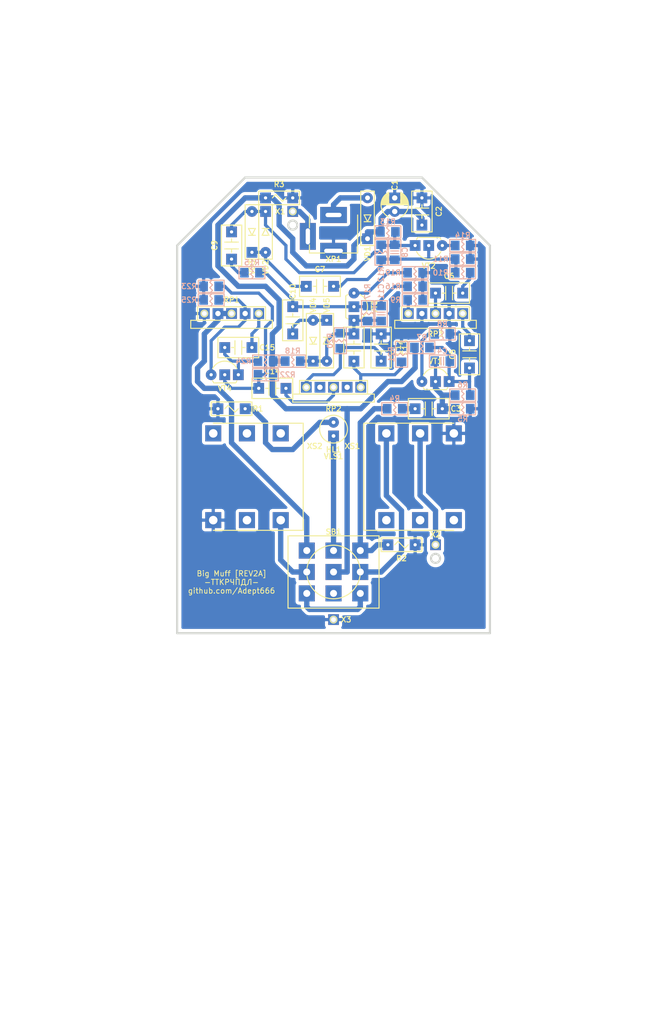
<source format=kicad_pcb>
(kicad_pcb (version 20171130) (host pcbnew 5.1.6-c6e7f7d~87~ubuntu19.10.1)

  (general
    (thickness 1.5)
    (drawings 10)
    (tracks 215)
    (zones 0)
    (modules 63)
    (nets 45)
  )

  (page A4 portrait)
  (title_block
    (title "Big Muff (NYC)")
    (date 2022-04-14)
    (rev 2A)
    (company "Igor Ivanov")
    (comment 1 https://github.com/Adept666)
    (comment 2 "This project is licensed under GNU General Public License v3.0 or later")
  )

  (layers
    (0 F.Cu jumper)
    (31 B.Cu signal)
    (36 B.SilkS user)
    (37 F.SilkS user)
    (38 B.Mask user)
    (40 Dwgs.User user)
    (42 Eco1.User user)
    (44 Edge.Cuts user)
    (45 Margin user)
    (46 B.CrtYd user)
    (47 F.CrtYd user)
    (48 B.Fab user)
    (49 F.Fab user)
  )

  (setup
    (last_trace_width 1)
    (user_trace_width 0.6)
    (trace_clearance 0)
    (zone_clearance 0.6)
    (zone_45_only no)
    (trace_min 0.2)
    (via_size 2)
    (via_drill 1)
    (via_min_size 0.4)
    (via_min_drill 0.3)
    (uvia_size 0.3)
    (uvia_drill 0.1)
    (uvias_allowed no)
    (uvia_min_size 0)
    (uvia_min_drill 0)
    (edge_width 0.4)
    (segment_width 0.2)
    (pcb_text_width 0.3)
    (pcb_text_size 1.5 1.5)
    (mod_edge_width 0.15)
    (mod_text_size 1 1)
    (mod_text_width 0.15)
    (pad_size 2 2)
    (pad_drill 1)
    (pad_to_mask_clearance 0.2)
    (solder_mask_min_width 0.25)
    (aux_axis_origin 0 0)
    (visible_elements 7FFFFFFF)
    (pcbplotparams
      (layerselection 0x20000_7ffffffe)
      (usegerberextensions false)
      (usegerberattributes false)
      (usegerberadvancedattributes false)
      (creategerberjobfile false)
      (excludeedgelayer false)
      (linewidth 0.100000)
      (plotframeref true)
      (viasonmask false)
      (mode 1)
      (useauxorigin false)
      (hpglpennumber 1)
      (hpglpenspeed 20)
      (hpglpendiameter 15.000000)
      (psnegative false)
      (psa4output false)
      (plotreference false)
      (plotvalue true)
      (plotinvisibletext false)
      (padsonsilk true)
      (subtractmaskfromsilk false)
      (outputformat 4)
      (mirror false)
      (drillshape 0)
      (scaleselection 1)
      (outputdirectory ""))
  )

  (net 0 "")
  (net 1 COM)
  (net 2 "Net-(HL1-PadC)")
  (net 3 /LED)
  (net 4 "Net-(SB1-PadNC1)")
  (net 5 "Net-(SB1-PadNC2)")
  (net 6 "Net-(XS1-PadSN)")
  (net 7 "Net-(XS1-PadRN)")
  (net 8 "Net-(XS1-PadTN)")
  (net 9 "Net-(XS2-PadSN)")
  (net 10 "Net-(XS2-PadTN)")
  (net 11 /IN-CON)
  (net 12 /OUT-CON)
  (net 13 /PP3-POS)
  (net 14 /PP3-NEG)
  (net 15 "Net-(XS2-PadR)")
  (net 16 "Net-(XS2-PadRN)")
  (net 17 "Net-(VD1-PadA)")
  (net 18 "Net-(C3-Pad2)")
  (net 19 "Net-(C4-Pad2)")
  (net 20 "Net-(C5-Pad2)")
  (net 21 "Net-(C6-Pad1)")
  (net 22 "Net-(C6-Pad2)")
  (net 23 "Net-(C7-Pad1)")
  (net 24 "Net-(C7-Pad2)")
  (net 25 "Net-(C8-Pad2)")
  (net 26 "Net-(C9-Pad2)")
  (net 27 "Net-(C10-Pad1)")
  (net 28 "Net-(C10-Pad2)")
  (net 29 "Net-(C11-Pad2)")
  (net 30 "Net-(C12-Pad2)")
  (net 31 "Net-(C13-Pad1)")
  (net 32 "Net-(C14-Pad1)")
  (net 33 "Net-(C14-Pad2)")
  (net 34 "Net-(C15-Pad1)")
  (net 35 "Net-(C15-Pad2)")
  (net 36 "Net-(R8-Pad2)")
  (net 37 "Net-(C3-Pad1)")
  (net 38 "Net-(R9-Pad2)")
  (net 39 "Net-(R14-Pad2)")
  (net 40 "Net-(R19-Pad2)")
  (net 41 "Net-(R25-Pad2)")
  (net 42 V)
  (net 43 /IN-CIR)
  (net 44 /OUT-CIR)

  (net_class Default "This is the default net class."
    (clearance 0)
    (trace_width 1)
    (via_dia 2)
    (via_drill 1)
    (uvia_dia 0.3)
    (uvia_drill 0.1)
    (add_net /IN-CIR)
    (add_net /IN-CON)
    (add_net /LED)
    (add_net /OUT-CIR)
    (add_net /OUT-CON)
    (add_net /PP3-NEG)
    (add_net /PP3-POS)
    (add_net COM)
    (add_net "Net-(C10-Pad1)")
    (add_net "Net-(C10-Pad2)")
    (add_net "Net-(C11-Pad2)")
    (add_net "Net-(C12-Pad2)")
    (add_net "Net-(C13-Pad1)")
    (add_net "Net-(C14-Pad1)")
    (add_net "Net-(C14-Pad2)")
    (add_net "Net-(C15-Pad1)")
    (add_net "Net-(C15-Pad2)")
    (add_net "Net-(C3-Pad1)")
    (add_net "Net-(C3-Pad2)")
    (add_net "Net-(C4-Pad2)")
    (add_net "Net-(C5-Pad2)")
    (add_net "Net-(C6-Pad1)")
    (add_net "Net-(C6-Pad2)")
    (add_net "Net-(C7-Pad1)")
    (add_net "Net-(C7-Pad2)")
    (add_net "Net-(C8-Pad2)")
    (add_net "Net-(C9-Pad2)")
    (add_net "Net-(HL1-PadC)")
    (add_net "Net-(R14-Pad2)")
    (add_net "Net-(R19-Pad2)")
    (add_net "Net-(R25-Pad2)")
    (add_net "Net-(R8-Pad2)")
    (add_net "Net-(R9-Pad2)")
    (add_net "Net-(SB1-PadNC1)")
    (add_net "Net-(SB1-PadNC2)")
    (add_net "Net-(VD1-PadA)")
    (add_net "Net-(XS1-PadRN)")
    (add_net "Net-(XS1-PadSN)")
    (add_net "Net-(XS1-PadTN)")
    (add_net "Net-(XS2-PadR)")
    (add_net "Net-(XS2-PadRN)")
    (add_net "Net-(XS2-PadSN)")
    (add_net "Net-(XS2-PadTN)")
    (add_net V)
  )

  (module SBEL:B013_B1 locked (layer F.Cu) (tedit 60A36522) (tstamp 5F50226F)
    (at 105.41 148.59)
    (path /5E73CB02)
    (fp_text reference VE1 (at 0 54.61) (layer F.SilkS) hide
      (effects (font (size 1 1) (thickness 0.2)))
    )
    (fp_text value B013 (at 0 53.34) (layer F.Fab) hide
      (effects (font (size 1 1) (thickness 0.2)))
    )
    (fp_line (start 23.85 52.25) (end 23.85 55.75) (layer Eco1.User) (width 0.4))
    (fp_line (start -23.85 52.25) (end -23.85 55.75) (layer Eco1.User) (width 0.4))
    (fp_line (start 23.85 -55.75) (end 23.85 -52.25) (layer Eco1.User) (width 0.4))
    (fp_line (start -23.85 -55.75) (end -23.85 -52.25) (layer Eco1.User) (width 0.4))
    (fp_line (start 27.1 49) (end 30.45 49) (layer Eco1.User) (width 0.4))
    (fp_line (start -30.45 49) (end -27.1 49) (layer Eco1.User) (width 0.4))
    (fp_line (start 27.1 -49) (end 30.45 -49) (layer Eco1.User) (width 0.4))
    (fp_line (start -30.45 -49) (end -27.1 -49) (layer Eco1.User) (width 0.4))
    (fp_circle (center 27.1 52.25) (end 28.6 52.25) (layer Eco1.User) (width 0.4))
    (fp_circle (center -27.1 52.25) (end -25.6 52.25) (layer Eco1.User) (width 0.4))
    (fp_circle (center 27.1 -52.25) (end 28.6 -52.25) (layer Eco1.User) (width 0.4))
    (fp_circle (center -27.1 -52.25) (end -25.6 -52.25) (layer Eco1.User) (width 0.4))
    (fp_line (start 30.45 -55.75) (end 30.45 55.75) (layer Eco1.User) (width 0.4))
    (fp_line (start -30.45 -55.75) (end -30.45 55.75) (layer Eco1.User) (width 0.4))
    (fp_line (start -30.45 55.75) (end 30.45 55.75) (layer Eco1.User) (width 0.4))
    (fp_line (start -30.45 -55.75) (end 30.45 -55.75) (layer Eco1.User) (width 0.4))
    (fp_line (start 31.8 -57.25) (end 31.8 57.25) (layer Eco1.User) (width 0.4))
    (fp_line (start -31.8 -57.25) (end -31.8 57.25) (layer Eco1.User) (width 0.4))
    (fp_line (start -31.8 57.25) (end 31.8 57.25) (layer Eco1.User) (width 0.4))
    (fp_line (start -31.8 -57.25) (end 31.8 -57.25) (layer Eco1.User) (width 0.4))
    (fp_line (start -31.8 -87.55) (end 31.8 -87.55) (layer Eco1.User) (width 0.4))
    (fp_line (start -62.1 -57.25) (end -31.8 -57.25) (layer Eco1.User) (width 0.4))
    (fp_line (start 31.8 -57.25) (end 62.1 -57.25) (layer Eco1.User) (width 0.4))
    (fp_line (start -62.1 57.25) (end -31.8 57.25) (layer Eco1.User) (width 0.4))
    (fp_line (start 31.8 57.25) (end 62.1 57.25) (layer Eco1.User) (width 0.4))
    (fp_line (start -31.8 -87.55) (end -31.8 -57.25) (layer Eco1.User) (width 0.4))
    (fp_line (start 31.8 -87.55) (end 31.8 -57.25) (layer Eco1.User) (width 0.4))
    (fp_line (start -62.1 -57.25) (end -62.1 57.25) (layer Eco1.User) (width 0.4))
    (fp_line (start 62.1 -57.25) (end 62.1 57.25) (layer Eco1.User) (width 0.4))
    (fp_line (start -31.8 -83.55) (end 31.8 -83.55) (layer Eco1.User) (width 0.4))
    (fp_line (start -58.1 -57.25) (end -58.1 57.25) (layer Eco1.User) (width 0.4))
    (fp_line (start 58.1 -57.25) (end 58.1 57.25) (layer Eco1.User) (width 0.4))
    (fp_circle (center 0 -71) (end 5.5 -71) (layer Eco1.User) (width 0.4))
    (fp_circle (center -43.95 1.27) (end -37.95 1.27) (layer Eco1.User) (width 0.4))
    (fp_circle (center 43.95 1.27) (end 49.95 1.27) (layer Eco1.User) (width 0.4))
    (fp_arc (start 27.1 52.25) (end 27.1 49) (angle -90) (layer Eco1.User) (width 0.4))
    (fp_arc (start -27.1 52.25) (end -23.85 52.25) (angle -90) (layer Eco1.User) (width 0.4))
    (fp_arc (start 27.1 -52.25) (end 23.85 -52.25) (angle -90) (layer Eco1.User) (width 0.4))
    (fp_arc (start -27.1 -52.25) (end -27.1 -49) (angle -90) (layer Eco1.User) (width 0.4))
  )

  (module KCL:LED-ROUND-05.0-UNI-SH-SPACER-PNL-5.3 (layer F.Cu) (tedit 61100F3A) (tstamp 61A3A8DF)
    (at 105.41 140.97 270)
    (path /5E64318D)
    (fp_text reference HL1 (at 3.81 0) (layer F.SilkS)
      (effects (font (size 1 1) (thickness 0.2)))
    )
    (fp_text value FYL-5013UWC (at 14.605 0) (layer F.Fab)
      (effects (font (size 1 1) (thickness 0.2)))
    )
    (fp_circle (center 0 0) (end 2.5 0) (layer F.Fab) (width 0.2))
    (fp_line (start -2.5 -1.466994) (end -2.5 1.466994) (layer F.Fab) (width 0.2))
    (fp_circle (center 0 0) (end 2.65 0) (layer Eco1.User) (width 0.4))
    (fp_arc (start 0 0) (end -2.5 1.469694) (angle -299.1) (layer F.Fab) (width 0.2))
    (pad C thru_hole circle (at -1.27 0 270) (size 2 2) (drill 0.7) (layers B.Cu B.Mask)
      (net 2 "Net-(HL1-PadC)"))
    (pad A thru_hole rect (at 1.27 0 270) (size 2 2) (drill 0.7) (layers B.Cu B.Mask)
      (net 3 /LED))
  )

  (module SBKCL:RP-PDB181-K-F-PCB-RND (layer F.Cu) (tedit 6257FC43) (tstamp 5E5B6DB9)
    (at 124.46 108.15)
    (path /5F3FC4FA)
    (fp_text reference RP3 (at 0 15.04) (layer F.SilkS)
      (effects (font (size 1 1) (thickness 0.2)))
    )
    (fp_text value A100K (at 0 11.23) (layer F.Fab)
      (effects (font (size 1 1) (thickness 0.2)))
    )
    (fp_circle (center -7.9 0) (end -6.4 0) (layer Eco1.User) (width 0.4))
    (fp_line (start 7.62 12.5) (end 7.62 14) (layer F.CrtYd) (width 0.1))
    (fp_line (start -7.62 12.5) (end -7.62 14) (layer F.CrtYd) (width 0.1))
    (fp_line (start 6.35 9.96) (end 6.35 12.5) (layer F.CrtYd) (width 0.1))
    (fp_line (start -6.35 9.96) (end -6.35 12.5) (layer F.CrtYd) (width 0.1))
    (fp_line (start -7.62 14) (end 7.62 14) (layer F.CrtYd) (width 0.1))
    (fp_line (start 6.35 12.5) (end 7.62 12.5) (layer F.CrtYd) (width 0.1))
    (fp_line (start -7.62 12.5) (end -6.35 12.5) (layer F.CrtYd) (width 0.1))
    (fp_line (start -6.35 9.96) (end 6.35 9.96) (layer F.CrtYd) (width 0.1))
    (fp_circle (center 5.08 11.23) (end 5.715 11.23) (layer F.SilkS) (width 0.2))
    (fp_circle (center 0 11.23) (end 0.635 11.23) (layer F.SilkS) (width 0.2))
    (fp_circle (center -5.08 11.23) (end -4.445 11.23) (layer F.SilkS) (width 0.2))
    (fp_line (start 7.62 12.5) (end 7.62 14) (layer F.SilkS) (width 0.2))
    (fp_line (start -7.62 12.5) (end -7.62 14) (layer F.SilkS) (width 0.2))
    (fp_line (start 6.35 9.96) (end 6.35 12.5) (layer F.SilkS) (width 0.2))
    (fp_line (start -6.35 9.96) (end -6.35 12.5) (layer F.SilkS) (width 0.2))
    (fp_line (start -7.62 14) (end 7.62 14) (layer F.SilkS) (width 0.2))
    (fp_line (start -7.62 12.5) (end 7.62 12.5) (layer F.SilkS) (width 0.2))
    (fp_line (start -6.35 9.96) (end 6.35 9.96) (layer F.SilkS) (width 0.2))
    (fp_line (start 6.35 9.96) (end 6.35 12.5) (layer F.Fab) (width 0.2))
    (fp_line (start -6.35 9.96) (end -6.35 12.5) (layer F.Fab) (width 0.2))
    (fp_line (start -6.35 9.96) (end 6.35 9.96) (layer F.Fab) (width 0.2))
    (fp_line (start 7.62 12.5) (end 7.62 14) (layer F.Fab) (width 0.2))
    (fp_line (start -7.62 12.5) (end -7.62 14) (layer F.Fab) (width 0.2))
    (fp_line (start -7.62 14) (end 7.62 14) (layer F.Fab) (width 0.2))
    (fp_line (start -7.62 12.5) (end 7.62 12.5) (layer F.Fab) (width 0.2))
    (fp_line (start -2.54 1.5) (end 2.54 1.5) (layer Dwgs.User) (width 0.2))
    (fp_circle (center 0 0) (end 3.7 0) (layer Eco1.User) (width 0.4))
    (fp_line (start -7.5 12.5) (end 7.5 12.5) (layer Dwgs.User) (width 0.2))
    (fp_line (start -7.3 -1.4) (end -7.3 1.4) (layer Dwgs.User) (width 0.2))
    (fp_line (start -8.383913 1.4) (end -7.3 1.4) (layer Dwgs.User) (width 0.2))
    (fp_line (start -8.383913 -1.4) (end -7.3 -1.4) (layer Dwgs.User) (width 0.2))
    (fp_circle (center 0 0) (end 8.5 0) (layer Dwgs.User) (width 0.2))
    (fp_line (start -7.5 4) (end -7.5 12.5) (layer Dwgs.User) (width 0.2))
    (fp_line (start 7.5 4) (end 7.5 12.5) (layer Dwgs.User) (width 0.2))
    (fp_circle (center 0 0) (end 3 0) (layer Dwgs.User) (width 0.2))
    (fp_circle (center 0 0) (end 3.5 0) (layer Dwgs.User) (width 0.2))
    (pad 1 thru_hole rect (at -5.08 11.23) (size 2 2) (drill 1) (layers B.Cu B.Mask)
      (net 38 "Net-(R9-Pad2)"))
    (pad NC1 thru_hole rect (at -2.54 11.23) (size 2 2) (drill 1) (layers B.Cu B.Mask)
      (net 1 COM))
    (pad 2 thru_hole rect (at 0 11.23) (size 2 2) (drill 1) (layers B.Cu B.Mask)
      (net 21 "Net-(C6-Pad1)"))
    (pad NC2 thru_hole rect (at 2.54 11.23) (size 2 2) (drill 1) (layers B.Cu B.Mask)
      (net 1 COM))
    (pad 3 thru_hole rect (at 5.08 11.23) (size 2 2) (drill 1) (layers B.Cu B.Mask)
      (net 20 "Net-(C5-Pad2)"))
  )

  (module SBKCL:RP-PDB181-K-F-PCB-RND (layer F.Cu) (tedit 5F7F3DEC) (tstamp 5F7F73E9)
    (at 105.41 121.92)
    (path /5F3FC4FC)
    (fp_text reference RP2 (at 0 15.24) (layer F.SilkS)
      (effects (font (size 1 1) (thickness 0.2)))
    )
    (fp_text value B100K (at 0 11.43) (layer F.Fab)
      (effects (font (size 1 1) (thickness 0.2)))
    )
    (fp_circle (center -7.9 0) (end -6.4 0) (layer Eco1.User) (width 0.4))
    (fp_line (start 7.62 12.5) (end 7.62 14) (layer F.CrtYd) (width 0.1))
    (fp_line (start -7.62 12.5) (end -7.62 14) (layer F.CrtYd) (width 0.1))
    (fp_line (start 6.35 9.96) (end 6.35 12.5) (layer F.CrtYd) (width 0.1))
    (fp_line (start -6.35 9.96) (end -6.35 12.5) (layer F.CrtYd) (width 0.1))
    (fp_line (start -7.62 14) (end 7.62 14) (layer F.CrtYd) (width 0.1))
    (fp_line (start 6.35 12.5) (end 7.62 12.5) (layer F.CrtYd) (width 0.1))
    (fp_line (start -7.62 12.5) (end -6.35 12.5) (layer F.CrtYd) (width 0.1))
    (fp_line (start -6.35 9.96) (end 6.35 9.96) (layer F.CrtYd) (width 0.1))
    (fp_circle (center 5.08 11.23) (end 5.715 11.23) (layer F.SilkS) (width 0.2))
    (fp_circle (center 0 11.23) (end 0.635 11.23) (layer F.SilkS) (width 0.2))
    (fp_circle (center -5.08 11.23) (end -4.445 11.23) (layer F.SilkS) (width 0.2))
    (fp_line (start 7.62 12.5) (end 7.62 14) (layer F.SilkS) (width 0.2))
    (fp_line (start -7.62 12.5) (end -7.62 14) (layer F.SilkS) (width 0.2))
    (fp_line (start 6.35 9.96) (end 6.35 12.5) (layer F.SilkS) (width 0.2))
    (fp_line (start -6.35 9.96) (end -6.35 12.5) (layer F.SilkS) (width 0.2))
    (fp_line (start -7.62 14) (end 7.62 14) (layer F.SilkS) (width 0.2))
    (fp_line (start -7.62 12.5) (end 7.62 12.5) (layer F.SilkS) (width 0.2))
    (fp_line (start -6.35 9.96) (end 6.35 9.96) (layer F.SilkS) (width 0.2))
    (fp_line (start 6.35 9.96) (end 6.35 12.5) (layer F.Fab) (width 0.2))
    (fp_line (start -6.35 9.96) (end -6.35 12.5) (layer F.Fab) (width 0.2))
    (fp_line (start -6.35 9.96) (end 6.35 9.96) (layer F.Fab) (width 0.2))
    (fp_line (start 7.62 12.5) (end 7.62 14) (layer F.Fab) (width 0.2))
    (fp_line (start -7.62 12.5) (end -7.62 14) (layer F.Fab) (width 0.2))
    (fp_line (start -7.62 14) (end 7.62 14) (layer F.Fab) (width 0.2))
    (fp_line (start -7.62 12.5) (end 7.62 12.5) (layer F.Fab) (width 0.2))
    (fp_line (start -2.54 1.5) (end 2.54 1.5) (layer Dwgs.User) (width 0.2))
    (fp_circle (center 0 0) (end 3.7 0) (layer Eco1.User) (width 0.4))
    (fp_line (start -7.5 12.5) (end 7.5 12.5) (layer Dwgs.User) (width 0.2))
    (fp_line (start -7.3 -1.4) (end -7.3 1.4) (layer Dwgs.User) (width 0.2))
    (fp_line (start -8.383913 1.4) (end -7.3 1.4) (layer Dwgs.User) (width 0.2))
    (fp_line (start -8.383913 -1.4) (end -7.3 -1.4) (layer Dwgs.User) (width 0.2))
    (fp_circle (center 0 0) (end 8.5 0) (layer Dwgs.User) (width 0.2))
    (fp_line (start -7.5 4) (end -7.5 12.5) (layer Dwgs.User) (width 0.2))
    (fp_line (start 7.5 4) (end 7.5 12.5) (layer Dwgs.User) (width 0.2))
    (fp_circle (center 0 0) (end 3 0) (layer Dwgs.User) (width 0.2))
    (fp_circle (center 0 0) (end 3.5 0) (layer Dwgs.User) (width 0.2))
    (pad 1 thru_hole rect (at -5.08 11.23) (size 2 2) (drill 1) (layers B.Cu B.Mask)
      (net 31 "Net-(C13-Pad1)"))
    (pad NC1 thru_hole rect (at -2.54 11.23) (size 2 2) (drill 1) (layers B.Cu B.Mask))
    (pad 2 thru_hole rect (at 0 11.23) (size 2 2) (drill 1) (layers B.Cu B.Mask)
      (net 32 "Net-(C14-Pad1)"))
    (pad NC2 thru_hole rect (at 2.54 11.23) (size 2 2) (drill 1) (layers B.Cu B.Mask))
    (pad 3 thru_hole rect (at 5.08 11.23) (size 2 2) (drill 1) (layers B.Cu B.Mask)
      (net 30 "Net-(C12-Pad2)"))
  )

  (module SBKCL:RP-PDB181-K-F-PCB-RND (layer F.Cu) (tedit 6257FC33) (tstamp 5F457720)
    (at 86.36 108.15)
    (path /5F3FC4FD)
    (fp_text reference RP1 (at 0 8.69) (layer F.SilkS)
      (effects (font (size 1 1) (thickness 0.2)))
    )
    (fp_text value A100K (at 0 11.23) (layer F.Fab)
      (effects (font (size 1 1) (thickness 0.2)))
    )
    (fp_circle (center -7.9 0) (end -6.4 0) (layer Eco1.User) (width 0.4))
    (fp_line (start 7.62 12.5) (end 7.62 14) (layer F.CrtYd) (width 0.1))
    (fp_line (start -7.62 12.5) (end -7.62 14) (layer F.CrtYd) (width 0.1))
    (fp_line (start 6.35 9.96) (end 6.35 12.5) (layer F.CrtYd) (width 0.1))
    (fp_line (start -6.35 9.96) (end -6.35 12.5) (layer F.CrtYd) (width 0.1))
    (fp_line (start -7.62 14) (end 7.62 14) (layer F.CrtYd) (width 0.1))
    (fp_line (start 6.35 12.5) (end 7.62 12.5) (layer F.CrtYd) (width 0.1))
    (fp_line (start -7.62 12.5) (end -6.35 12.5) (layer F.CrtYd) (width 0.1))
    (fp_line (start -6.35 9.96) (end 6.35 9.96) (layer F.CrtYd) (width 0.1))
    (fp_circle (center 5.08 11.23) (end 5.715 11.23) (layer F.SilkS) (width 0.2))
    (fp_circle (center 0 11.23) (end 0.635 11.23) (layer F.SilkS) (width 0.2))
    (fp_circle (center -5.08 11.23) (end -4.445 11.23) (layer F.SilkS) (width 0.2))
    (fp_line (start 7.62 12.5) (end 7.62 14) (layer F.SilkS) (width 0.2))
    (fp_line (start -7.62 12.5) (end -7.62 14) (layer F.SilkS) (width 0.2))
    (fp_line (start 6.35 9.96) (end 6.35 12.5) (layer F.SilkS) (width 0.2))
    (fp_line (start -6.35 9.96) (end -6.35 12.5) (layer F.SilkS) (width 0.2))
    (fp_line (start -7.62 14) (end 7.62 14) (layer F.SilkS) (width 0.2))
    (fp_line (start -7.62 12.5) (end 7.62 12.5) (layer F.SilkS) (width 0.2))
    (fp_line (start -6.35 9.96) (end 6.35 9.96) (layer F.SilkS) (width 0.2))
    (fp_line (start 6.35 9.96) (end 6.35 12.5) (layer F.Fab) (width 0.2))
    (fp_line (start -6.35 9.96) (end -6.35 12.5) (layer F.Fab) (width 0.2))
    (fp_line (start -6.35 9.96) (end 6.35 9.96) (layer F.Fab) (width 0.2))
    (fp_line (start 7.62 12.5) (end 7.62 14) (layer F.Fab) (width 0.2))
    (fp_line (start -7.62 12.5) (end -7.62 14) (layer F.Fab) (width 0.2))
    (fp_line (start -7.62 14) (end 7.62 14) (layer F.Fab) (width 0.2))
    (fp_line (start -7.62 12.5) (end 7.62 12.5) (layer F.Fab) (width 0.2))
    (fp_line (start -2.54 1.5) (end 2.54 1.5) (layer Dwgs.User) (width 0.2))
    (fp_circle (center 0 0) (end 3.7 0) (layer Eco1.User) (width 0.4))
    (fp_line (start -7.5 12.5) (end 7.5 12.5) (layer Dwgs.User) (width 0.2))
    (fp_line (start -7.3 -1.4) (end -7.3 1.4) (layer Dwgs.User) (width 0.2))
    (fp_line (start -8.383913 1.4) (end -7.3 1.4) (layer Dwgs.User) (width 0.2))
    (fp_line (start -8.383913 -1.4) (end -7.3 -1.4) (layer Dwgs.User) (width 0.2))
    (fp_circle (center 0 0) (end 8.5 0) (layer Dwgs.User) (width 0.2))
    (fp_line (start -7.5 4) (end -7.5 12.5) (layer Dwgs.User) (width 0.2))
    (fp_line (start 7.5 4) (end 7.5 12.5) (layer Dwgs.User) (width 0.2))
    (fp_circle (center 0 0) (end 3 0) (layer Dwgs.User) (width 0.2))
    (fp_circle (center 0 0) (end 3.5 0) (layer Dwgs.User) (width 0.2))
    (pad 1 thru_hole rect (at -5.08 11.23) (size 2 2) (drill 1) (layers B.Cu B.Mask)
      (net 1 COM))
    (pad NC1 thru_hole rect (at -2.54 11.23) (size 2 2) (drill 1) (layers B.Cu B.Mask)
      (net 44 /OUT-CIR))
    (pad 2 thru_hole rect (at 0 11.23) (size 2 2) (drill 1) (layers B.Cu B.Mask)
      (net 44 /OUT-CIR))
    (pad NC2 thru_hole rect (at 2.54 11.23) (size 2 2) (drill 1) (layers B.Cu B.Mask))
    (pad 3 thru_hole rect (at 5.08 11.23) (size 2 2) (drill 1) (layers B.Cu B.Mask)
      (net 35 "Net-(C15-Pad2)"))
  )

  (module KCL:R-MFR-12 (layer F.Cu) (tedit 5D7AAF20) (tstamp 5F406881)
    (at 95.25 97.79 180)
    (path /5F414B0E)
    (fp_text reference R3 (at 0 2.54) (layer F.SilkS)
      (effects (font (size 1 1) (thickness 0.2)))
    )
    (fp_text value X (at 0 0) (layer F.Fab)
      (effects (font (size 1 1) (thickness 0.2)))
    )
    (fp_line (start 0.635 0.635) (end 1.27 0) (layer F.SilkS) (width 0.2))
    (fp_line (start -0.635 -0.635) (end 0.635 0.635) (layer F.SilkS) (width 0.2))
    (fp_line (start -1.27 0) (end -0.635 -0.635) (layer F.SilkS) (width 0.2))
    (fp_line (start -3.81 1.27) (end -3.81 -1.27) (layer F.CrtYd) (width 0.1))
    (fp_line (start 3.81 1.27) (end -3.81 1.27) (layer F.CrtYd) (width 0.1))
    (fp_line (start 3.81 -1.27) (end 3.81 1.27) (layer F.CrtYd) (width 0.1))
    (fp_line (start -3.81 -1.27) (end 3.81 -1.27) (layer F.CrtYd) (width 0.1))
    (fp_line (start 3.81 -1.27) (end 3.81 1.27) (layer F.SilkS) (width 0.2))
    (fp_line (start -3.81 -1.27) (end -3.81 1.27) (layer F.SilkS) (width 0.2))
    (fp_line (start -3.81 1.27) (end 3.81 1.27) (layer F.SilkS) (width 0.2))
    (fp_line (start -3.81 -1.27) (end 3.81 -1.27) (layer F.SilkS) (width 0.2))
    (fp_line (start 1.7 -0.95) (end 1.7 0.95) (layer F.Fab) (width 0.2))
    (fp_line (start -1.7 -0.95) (end -1.7 0.95) (layer F.Fab) (width 0.2))
    (fp_line (start -1.7 0.95) (end 1.7 0.95) (layer F.Fab) (width 0.2))
    (fp_line (start -1.7 -0.95) (end 1.7 -0.95) (layer F.Fab) (width 0.2))
    (pad 1 thru_hole rect (at -2.54 0 180) (size 2 2) (drill 0.6) (layers *.Cu *.Mask)
      (net 1 COM))
    (pad 2 thru_hole rect (at 2.54 0 180) (size 2 2) (drill 0.6) (layers *.Cu *.Mask)
      (net 42 V))
  )

  (module KCL:C-SM-1206 (layer B.Cu) (tedit 5F453DFF) (tstamp 5F4286E2)
    (at 114.3 119.38 270)
    (path /5E8C5900)
    (fp_text reference C11 (at -2.54 0 270) (layer B.SilkS)
      (effects (font (size 1 1) (thickness 0.2)) (justify right mirror))
    )
    (fp_text value 471 (at 0 0 270) (layer B.Fab)
      (effects (font (size 1 1) (thickness 0.2)) (justify mirror))
    )
    (fp_line (start -2.413 1.143) (end 2.413 1.143) (layer B.CrtYd) (width 0.1))
    (fp_line (start 2.413 1.143) (end 2.413 -1.143) (layer B.CrtYd) (width 0.1))
    (fp_line (start 2.413 -1.143) (end -2.413 -1.143) (layer B.CrtYd) (width 0.1))
    (fp_line (start -2.413 -1.143) (end -2.413 1.143) (layer B.CrtYd) (width 0.1))
    (fp_line (start -2.413 -1.143) (end 2.413 -1.143) (layer B.SilkS) (width 0.2))
    (fp_line (start -2.413 1.143) (end 2.413 1.143) (layer B.SilkS) (width 0.2))
    (fp_line (start 0.254 0.762) (end 0.254 -0.762) (layer B.SilkS) (width 0.2))
    (fp_line (start -0.254 0.762) (end -0.254 -0.762) (layer B.SilkS) (width 0.2))
    (fp_line (start 2.413 1.143) (end 2.413 -1.143) (layer B.SilkS) (width 0.2))
    (fp_line (start -2.413 1.143) (end -2.413 -1.143) (layer B.SilkS) (width 0.2))
    (fp_line (start -1.6 0.8) (end 1.6 0.8) (layer B.Fab) (width 0.2))
    (fp_line (start 1.6 0.8) (end 1.6 -0.8) (layer B.Fab) (width 0.2))
    (fp_line (start -1.6 -0.8) (end 1.6 -0.8) (layer B.Fab) (width 0.2))
    (fp_line (start -1.6 0.8) (end -1.6 -0.8) (layer B.Fab) (width 0.2))
    (pad 2 smd rect (at 1.4 0 270) (size 1.6 1.8) (layers B.Cu B.Mask)
      (net 29 "Net-(C11-Pad2)"))
    (pad 1 smd rect (at -1.4 0 270) (size 1.6 1.8) (layers B.Cu B.Mask)
      (net 27 "Net-(C10-Pad1)"))
  )

  (module KCL:C-SM-1206 (layer B.Cu) (tedit 5F453DFF) (tstamp 5F4251A3)
    (at 116.84 107.95 90)
    (path /5EBF2A40)
    (fp_text reference C8 (at 0 1.905 270) (layer B.SilkS)
      (effects (font (size 1 1) (thickness 0.2)) (justify mirror))
    )
    (fp_text value 471 (at 0 0 270) (layer B.Fab)
      (effects (font (size 1 1) (thickness 0.2)) (justify mirror))
    )
    (fp_line (start -2.413 1.143) (end 2.413 1.143) (layer B.CrtYd) (width 0.1))
    (fp_line (start 2.413 1.143) (end 2.413 -1.143) (layer B.CrtYd) (width 0.1))
    (fp_line (start 2.413 -1.143) (end -2.413 -1.143) (layer B.CrtYd) (width 0.1))
    (fp_line (start -2.413 -1.143) (end -2.413 1.143) (layer B.CrtYd) (width 0.1))
    (fp_line (start -2.413 -1.143) (end 2.413 -1.143) (layer B.SilkS) (width 0.2))
    (fp_line (start -2.413 1.143) (end 2.413 1.143) (layer B.SilkS) (width 0.2))
    (fp_line (start 0.254 0.762) (end 0.254 -0.762) (layer B.SilkS) (width 0.2))
    (fp_line (start -0.254 0.762) (end -0.254 -0.762) (layer B.SilkS) (width 0.2))
    (fp_line (start 2.413 1.143) (end 2.413 -1.143) (layer B.SilkS) (width 0.2))
    (fp_line (start -2.413 1.143) (end -2.413 -1.143) (layer B.SilkS) (width 0.2))
    (fp_line (start -1.6 0.8) (end 1.6 0.8) (layer B.Fab) (width 0.2))
    (fp_line (start 1.6 0.8) (end 1.6 -0.8) (layer B.Fab) (width 0.2))
    (fp_line (start -1.6 -0.8) (end 1.6 -0.8) (layer B.Fab) (width 0.2))
    (fp_line (start -1.6 0.8) (end -1.6 -0.8) (layer B.Fab) (width 0.2))
    (pad 2 smd rect (at 1.4 0 90) (size 1.6 1.8) (layers B.Cu B.Mask)
      (net 25 "Net-(C8-Pad2)"))
    (pad 1 smd rect (at -1.4 0 90) (size 1.6 1.8) (layers B.Cu B.Mask)
      (net 23 "Net-(C7-Pad1)"))
  )

  (module KCL:C-SM-1206 (layer B.Cu) (tedit 5F453DFF) (tstamp 5F3B715A)
    (at 125.73 128.27)
    (path /5E56234D)
    (fp_text reference C4 (at 0 -1.905) (layer B.SilkS)
      (effects (font (size 1 1) (thickness 0.2)) (justify mirror))
    )
    (fp_text value 471 (at 0 0) (layer B.Fab)
      (effects (font (size 1 1) (thickness 0.2)) (justify mirror))
    )
    (fp_line (start -2.413 1.143) (end 2.413 1.143) (layer B.CrtYd) (width 0.1))
    (fp_line (start 2.413 1.143) (end 2.413 -1.143) (layer B.CrtYd) (width 0.1))
    (fp_line (start 2.413 -1.143) (end -2.413 -1.143) (layer B.CrtYd) (width 0.1))
    (fp_line (start -2.413 -1.143) (end -2.413 1.143) (layer B.CrtYd) (width 0.1))
    (fp_line (start -2.413 -1.143) (end 2.413 -1.143) (layer B.SilkS) (width 0.2))
    (fp_line (start -2.413 1.143) (end 2.413 1.143) (layer B.SilkS) (width 0.2))
    (fp_line (start 0.254 0.762) (end 0.254 -0.762) (layer B.SilkS) (width 0.2))
    (fp_line (start -0.254 0.762) (end -0.254 -0.762) (layer B.SilkS) (width 0.2))
    (fp_line (start 2.413 1.143) (end 2.413 -1.143) (layer B.SilkS) (width 0.2))
    (fp_line (start -2.413 1.143) (end -2.413 -1.143) (layer B.SilkS) (width 0.2))
    (fp_line (start -1.6 0.8) (end 1.6 0.8) (layer B.Fab) (width 0.2))
    (fp_line (start 1.6 0.8) (end 1.6 -0.8) (layer B.Fab) (width 0.2))
    (fp_line (start -1.6 -0.8) (end 1.6 -0.8) (layer B.Fab) (width 0.2))
    (fp_line (start -1.6 0.8) (end -1.6 -0.8) (layer B.Fab) (width 0.2))
    (pad 2 smd rect (at 1.4 0) (size 1.6 1.8) (layers B.Cu B.Mask)
      (net 19 "Net-(C4-Pad2)"))
    (pad 1 smd rect (at -1.4 0) (size 1.6 1.8) (layers B.Cu B.Mask)
      (net 18 "Net-(C3-Pad2)"))
  )

  (module KCL:R-SM-1206 (layer B.Cu) (tedit 5E86DED5) (tstamp 5F3B4B6E)
    (at 82.55 116.84)
    (path /5EBBDC25)
    (fp_text reference R25 (at -2.54 0) (layer B.SilkS)
      (effects (font (size 1 1) (thickness 0.2)) (justify left mirror))
    )
    (fp_text value 202 (at 0 0) (layer B.Fab)
      (effects (font (size 1 1) (thickness 0.2)) (justify mirror))
    )
    (fp_line (start -1.6 0.8) (end -1.6 -0.8) (layer B.Fab) (width 0.2))
    (fp_line (start -1.6 -0.8) (end 1.6 -0.8) (layer B.Fab) (width 0.2))
    (fp_line (start 1.6 0.8) (end 1.6 -0.8) (layer B.Fab) (width 0.2))
    (fp_line (start -1.6 0.8) (end 1.6 0.8) (layer B.Fab) (width 0.2))
    (fp_line (start -2.413 1.143) (end -2.413 -1.143) (layer B.SilkS) (width 0.2))
    (fp_line (start 2.413 1.143) (end 2.413 -1.143) (layer B.SilkS) (width 0.2))
    (fp_line (start -2.413 1.143) (end 2.413 1.143) (layer B.SilkS) (width 0.2))
    (fp_line (start -2.413 -1.143) (end 2.413 -1.143) (layer B.SilkS) (width 0.2))
    (fp_line (start -0.254 -0.762) (end 0.127 -1.143) (layer B.SilkS) (width 0.2))
    (fp_line (start 0.254 -0.254) (end -0.254 -0.762) (layer B.SilkS) (width 0.2))
    (fp_line (start -0.254 0.254) (end 0.254 -0.254) (layer B.SilkS) (width 0.2))
    (fp_line (start 0.254 0.762) (end -0.127 1.143) (layer B.SilkS) (width 0.2))
    (fp_line (start -0.254 0.254) (end 0.254 0.762) (layer B.SilkS) (width 0.2))
    (fp_line (start -2.413 -1.143) (end -2.413 1.143) (layer B.CrtYd) (width 0.1))
    (fp_line (start 2.413 -1.143) (end -2.413 -1.143) (layer B.CrtYd) (width 0.1))
    (fp_line (start 2.413 1.143) (end 2.413 -1.143) (layer B.CrtYd) (width 0.1))
    (fp_line (start -2.413 1.143) (end 2.413 1.143) (layer B.CrtYd) (width 0.1))
    (pad 2 smd rect (at 1.4 0) (size 1.6 1.8) (layers B.Cu B.Mask)
      (net 41 "Net-(R25-Pad2)"))
    (pad 1 smd rect (at -1.4 0) (size 1.6 1.8) (layers B.Cu B.Mask)
      (net 1 COM))
  )

  (module KCL:R-SM-1206 (layer B.Cu) (tedit 5E86DED5) (tstamp 5F3BF02A)
    (at 92.71 128.27)
    (path /5ECA3DF1)
    (fp_text reference R24 (at -2.54 0) (layer B.SilkS)
      (effects (font (size 1 1) (thickness 0.2)) (justify left mirror))
    )
    (fp_text value 103 (at 0 0) (layer B.Fab)
      (effects (font (size 1 1) (thickness 0.2)) (justify mirror))
    )
    (fp_line (start -1.6 0.8) (end -1.6 -0.8) (layer B.Fab) (width 0.2))
    (fp_line (start -1.6 -0.8) (end 1.6 -0.8) (layer B.Fab) (width 0.2))
    (fp_line (start 1.6 0.8) (end 1.6 -0.8) (layer B.Fab) (width 0.2))
    (fp_line (start -1.6 0.8) (end 1.6 0.8) (layer B.Fab) (width 0.2))
    (fp_line (start -2.413 1.143) (end -2.413 -1.143) (layer B.SilkS) (width 0.2))
    (fp_line (start 2.413 1.143) (end 2.413 -1.143) (layer B.SilkS) (width 0.2))
    (fp_line (start -2.413 1.143) (end 2.413 1.143) (layer B.SilkS) (width 0.2))
    (fp_line (start -2.413 -1.143) (end 2.413 -1.143) (layer B.SilkS) (width 0.2))
    (fp_line (start -0.254 -0.762) (end 0.127 -1.143) (layer B.SilkS) (width 0.2))
    (fp_line (start 0.254 -0.254) (end -0.254 -0.762) (layer B.SilkS) (width 0.2))
    (fp_line (start -0.254 0.254) (end 0.254 -0.254) (layer B.SilkS) (width 0.2))
    (fp_line (start 0.254 0.762) (end -0.127 1.143) (layer B.SilkS) (width 0.2))
    (fp_line (start -0.254 0.254) (end 0.254 0.762) (layer B.SilkS) (width 0.2))
    (fp_line (start -2.413 -1.143) (end -2.413 1.143) (layer B.CrtYd) (width 0.1))
    (fp_line (start 2.413 -1.143) (end -2.413 -1.143) (layer B.CrtYd) (width 0.1))
    (fp_line (start 2.413 1.143) (end 2.413 -1.143) (layer B.CrtYd) (width 0.1))
    (fp_line (start -2.413 1.143) (end 2.413 1.143) (layer B.CrtYd) (width 0.1))
    (pad 2 smd rect (at 1.4 0) (size 1.6 1.8) (layers B.Cu B.Mask)
      (net 42 V))
    (pad 1 smd rect (at -1.4 0) (size 1.6 1.8) (layers B.Cu B.Mask)
      (net 34 "Net-(C15-Pad1)"))
  )

  (module KCL:R-SM-1206 (layer B.Cu) (tedit 5E86DED5) (tstamp 5F3B4B40)
    (at 82.55 114.3)
    (path /5EBBDC36)
    (fp_text reference R23 (at -2.54 0) (layer B.SilkS)
      (effects (font (size 1 1) (thickness 0.2)) (justify left mirror))
    )
    (fp_text value 104 (at 0 0) (layer B.Fab)
      (effects (font (size 1 1) (thickness 0.2)) (justify mirror))
    )
    (fp_line (start -1.6 0.8) (end -1.6 -0.8) (layer B.Fab) (width 0.2))
    (fp_line (start -1.6 -0.8) (end 1.6 -0.8) (layer B.Fab) (width 0.2))
    (fp_line (start 1.6 0.8) (end 1.6 -0.8) (layer B.Fab) (width 0.2))
    (fp_line (start -1.6 0.8) (end 1.6 0.8) (layer B.Fab) (width 0.2))
    (fp_line (start -2.413 1.143) (end -2.413 -1.143) (layer B.SilkS) (width 0.2))
    (fp_line (start 2.413 1.143) (end 2.413 -1.143) (layer B.SilkS) (width 0.2))
    (fp_line (start -2.413 1.143) (end 2.413 1.143) (layer B.SilkS) (width 0.2))
    (fp_line (start -2.413 -1.143) (end 2.413 -1.143) (layer B.SilkS) (width 0.2))
    (fp_line (start -0.254 -0.762) (end 0.127 -1.143) (layer B.SilkS) (width 0.2))
    (fp_line (start 0.254 -0.254) (end -0.254 -0.762) (layer B.SilkS) (width 0.2))
    (fp_line (start -0.254 0.254) (end 0.254 -0.254) (layer B.SilkS) (width 0.2))
    (fp_line (start 0.254 0.762) (end -0.127 1.143) (layer B.SilkS) (width 0.2))
    (fp_line (start -0.254 0.254) (end 0.254 0.762) (layer B.SilkS) (width 0.2))
    (fp_line (start -2.413 -1.143) (end -2.413 1.143) (layer B.CrtYd) (width 0.1))
    (fp_line (start 2.413 -1.143) (end -2.413 -1.143) (layer B.CrtYd) (width 0.1))
    (fp_line (start 2.413 1.143) (end 2.413 -1.143) (layer B.CrtYd) (width 0.1))
    (fp_line (start -2.413 1.143) (end 2.413 1.143) (layer B.CrtYd) (width 0.1))
    (pad 2 smd rect (at 1.4 0) (size 1.6 1.8) (layers B.Cu B.Mask)
      (net 33 "Net-(C14-Pad2)"))
    (pad 1 smd rect (at -1.4 0) (size 1.6 1.8) (layers B.Cu B.Mask)
      (net 1 COM))
  )

  (module KCL:R-SM-1206 (layer B.Cu) (tedit 5E86DED5) (tstamp 5F3B4B29)
    (at 92.71 130.81)
    (path /5ECA3DFA)
    (fp_text reference R22 (at 2.54 0) (layer B.SilkS)
      (effects (font (size 1 1) (thickness 0.2)) (justify right mirror))
    )
    (fp_text value 474 (at 0 0) (layer B.Fab)
      (effects (font (size 1 1) (thickness 0.2)) (justify mirror))
    )
    (fp_line (start -1.6 0.8) (end -1.6 -0.8) (layer B.Fab) (width 0.2))
    (fp_line (start -1.6 -0.8) (end 1.6 -0.8) (layer B.Fab) (width 0.2))
    (fp_line (start 1.6 0.8) (end 1.6 -0.8) (layer B.Fab) (width 0.2))
    (fp_line (start -1.6 0.8) (end 1.6 0.8) (layer B.Fab) (width 0.2))
    (fp_line (start -2.413 1.143) (end -2.413 -1.143) (layer B.SilkS) (width 0.2))
    (fp_line (start 2.413 1.143) (end 2.413 -1.143) (layer B.SilkS) (width 0.2))
    (fp_line (start -2.413 1.143) (end 2.413 1.143) (layer B.SilkS) (width 0.2))
    (fp_line (start -2.413 -1.143) (end 2.413 -1.143) (layer B.SilkS) (width 0.2))
    (fp_line (start -0.254 -0.762) (end 0.127 -1.143) (layer B.SilkS) (width 0.2))
    (fp_line (start 0.254 -0.254) (end -0.254 -0.762) (layer B.SilkS) (width 0.2))
    (fp_line (start -0.254 0.254) (end 0.254 -0.254) (layer B.SilkS) (width 0.2))
    (fp_line (start 0.254 0.762) (end -0.127 1.143) (layer B.SilkS) (width 0.2))
    (fp_line (start -0.254 0.254) (end 0.254 0.762) (layer B.SilkS) (width 0.2))
    (fp_line (start -2.413 -1.143) (end -2.413 1.143) (layer B.CrtYd) (width 0.1))
    (fp_line (start 2.413 -1.143) (end -2.413 -1.143) (layer B.CrtYd) (width 0.1))
    (fp_line (start 2.413 1.143) (end 2.413 -1.143) (layer B.CrtYd) (width 0.1))
    (fp_line (start -2.413 1.143) (end 2.413 1.143) (layer B.CrtYd) (width 0.1))
    (pad 2 smd rect (at 1.4 0) (size 1.6 1.8) (layers B.Cu B.Mask)
      (net 42 V))
    (pad 1 smd rect (at -1.4 0) (size 1.6 1.8) (layers B.Cu B.Mask)
      (net 33 "Net-(C14-Pad2)"))
  )

  (module KCL:R-SM-1206 (layer B.Cu) (tedit 5E86DED5) (tstamp 5F3B4B12)
    (at 118.11 127 90)
    (path /5F4A6204)
    (fp_text reference R21 (at 0 -1.905 90) (layer B.SilkS)
      (effects (font (size 1 1) (thickness 0.2)) (justify mirror))
    )
    (fp_text value 223 (at 0 0 90) (layer B.Fab)
      (effects (font (size 1 1) (thickness 0.2)) (justify mirror))
    )
    (fp_line (start -1.6 0.8) (end -1.6 -0.8) (layer B.Fab) (width 0.2))
    (fp_line (start -1.6 -0.8) (end 1.6 -0.8) (layer B.Fab) (width 0.2))
    (fp_line (start 1.6 0.8) (end 1.6 -0.8) (layer B.Fab) (width 0.2))
    (fp_line (start -1.6 0.8) (end 1.6 0.8) (layer B.Fab) (width 0.2))
    (fp_line (start -2.413 1.143) (end -2.413 -1.143) (layer B.SilkS) (width 0.2))
    (fp_line (start 2.413 1.143) (end 2.413 -1.143) (layer B.SilkS) (width 0.2))
    (fp_line (start -2.413 1.143) (end 2.413 1.143) (layer B.SilkS) (width 0.2))
    (fp_line (start -2.413 -1.143) (end 2.413 -1.143) (layer B.SilkS) (width 0.2))
    (fp_line (start -0.254 -0.762) (end 0.127 -1.143) (layer B.SilkS) (width 0.2))
    (fp_line (start 0.254 -0.254) (end -0.254 -0.762) (layer B.SilkS) (width 0.2))
    (fp_line (start -0.254 0.254) (end 0.254 -0.254) (layer B.SilkS) (width 0.2))
    (fp_line (start 0.254 0.762) (end -0.127 1.143) (layer B.SilkS) (width 0.2))
    (fp_line (start -0.254 0.254) (end 0.254 0.762) (layer B.SilkS) (width 0.2))
    (fp_line (start -2.413 -1.143) (end -2.413 1.143) (layer B.CrtYd) (width 0.1))
    (fp_line (start 2.413 -1.143) (end -2.413 -1.143) (layer B.CrtYd) (width 0.1))
    (fp_line (start 2.413 1.143) (end 2.413 -1.143) (layer B.CrtYd) (width 0.1))
    (fp_line (start -2.413 1.143) (end 2.413 1.143) (layer B.CrtYd) (width 0.1))
    (pad 2 smd rect (at 1.4 0 90) (size 1.6 1.8) (layers B.Cu B.Mask)
      (net 1 COM))
    (pad 1 smd rect (at -1.4 0 90) (size 1.6 1.8) (layers B.Cu B.Mask)
      (net 30 "Net-(C12-Pad2)"))
  )

  (module KCL:R-SM-1206 (layer B.Cu) (tedit 5E86DED5) (tstamp 5F3B4AFB)
    (at 106.68 124.46 270)
    (path /5F62F8A6)
    (fp_text reference R20 (at 0 1.905 270) (layer B.SilkS)
      (effects (font (size 1 1) (thickness 0.2)) (justify mirror))
    )
    (fp_text value 223 (at 0 0 270) (layer B.Fab)
      (effects (font (size 1 1) (thickness 0.2)) (justify mirror))
    )
    (fp_line (start -1.6 0.8) (end -1.6 -0.8) (layer B.Fab) (width 0.2))
    (fp_line (start -1.6 -0.8) (end 1.6 -0.8) (layer B.Fab) (width 0.2))
    (fp_line (start 1.6 0.8) (end 1.6 -0.8) (layer B.Fab) (width 0.2))
    (fp_line (start -1.6 0.8) (end 1.6 0.8) (layer B.Fab) (width 0.2))
    (fp_line (start -2.413 1.143) (end -2.413 -1.143) (layer B.SilkS) (width 0.2))
    (fp_line (start 2.413 1.143) (end 2.413 -1.143) (layer B.SilkS) (width 0.2))
    (fp_line (start -2.413 1.143) (end 2.413 1.143) (layer B.SilkS) (width 0.2))
    (fp_line (start -2.413 -1.143) (end 2.413 -1.143) (layer B.SilkS) (width 0.2))
    (fp_line (start -0.254 -0.762) (end 0.127 -1.143) (layer B.SilkS) (width 0.2))
    (fp_line (start 0.254 -0.254) (end -0.254 -0.762) (layer B.SilkS) (width 0.2))
    (fp_line (start -0.254 0.254) (end 0.254 -0.254) (layer B.SilkS) (width 0.2))
    (fp_line (start 0.254 0.762) (end -0.127 1.143) (layer B.SilkS) (width 0.2))
    (fp_line (start -0.254 0.254) (end 0.254 0.762) (layer B.SilkS) (width 0.2))
    (fp_line (start -2.413 -1.143) (end -2.413 1.143) (layer B.CrtYd) (width 0.1))
    (fp_line (start 2.413 -1.143) (end -2.413 -1.143) (layer B.CrtYd) (width 0.1))
    (fp_line (start 2.413 1.143) (end 2.413 -1.143) (layer B.CrtYd) (width 0.1))
    (fp_line (start -2.413 1.143) (end 2.413 1.143) (layer B.CrtYd) (width 0.1))
    (pad 2 smd rect (at 1.4 0 270) (size 1.6 1.8) (layers B.Cu B.Mask)
      (net 31 "Net-(C13-Pad1)"))
    (pad 1 smd rect (at -1.4 0 270) (size 1.6 1.8) (layers B.Cu B.Mask)
      (net 29 "Net-(C11-Pad2)"))
  )

  (module KCL:R-SM-1206 (layer B.Cu) (tedit 5E86DED5) (tstamp 5F425021)
    (at 120.65 111.76 180)
    (path /5E8C58E0)
    (fp_text reference R19 (at 2.54 0) (layer B.SilkS)
      (effects (font (size 1 1) (thickness 0.2)) (justify left mirror))
    )
    (fp_text value 391 (at 0 0) (layer B.Fab)
      (effects (font (size 1 1) (thickness 0.2)) (justify mirror))
    )
    (fp_line (start -1.6 0.8) (end -1.6 -0.8) (layer B.Fab) (width 0.2))
    (fp_line (start -1.6 -0.8) (end 1.6 -0.8) (layer B.Fab) (width 0.2))
    (fp_line (start 1.6 0.8) (end 1.6 -0.8) (layer B.Fab) (width 0.2))
    (fp_line (start -1.6 0.8) (end 1.6 0.8) (layer B.Fab) (width 0.2))
    (fp_line (start -2.413 1.143) (end -2.413 -1.143) (layer B.SilkS) (width 0.2))
    (fp_line (start 2.413 1.143) (end 2.413 -1.143) (layer B.SilkS) (width 0.2))
    (fp_line (start -2.413 1.143) (end 2.413 1.143) (layer B.SilkS) (width 0.2))
    (fp_line (start -2.413 -1.143) (end 2.413 -1.143) (layer B.SilkS) (width 0.2))
    (fp_line (start -0.254 -0.762) (end 0.127 -1.143) (layer B.SilkS) (width 0.2))
    (fp_line (start 0.254 -0.254) (end -0.254 -0.762) (layer B.SilkS) (width 0.2))
    (fp_line (start -0.254 0.254) (end 0.254 -0.254) (layer B.SilkS) (width 0.2))
    (fp_line (start 0.254 0.762) (end -0.127 1.143) (layer B.SilkS) (width 0.2))
    (fp_line (start -0.254 0.254) (end 0.254 0.762) (layer B.SilkS) (width 0.2))
    (fp_line (start -2.413 -1.143) (end -2.413 1.143) (layer B.CrtYd) (width 0.1))
    (fp_line (start 2.413 -1.143) (end -2.413 -1.143) (layer B.CrtYd) (width 0.1))
    (fp_line (start 2.413 1.143) (end 2.413 -1.143) (layer B.CrtYd) (width 0.1))
    (fp_line (start -2.413 1.143) (end 2.413 1.143) (layer B.CrtYd) (width 0.1))
    (pad 2 smd rect (at 1.4 0 180) (size 1.6 1.8) (layers B.Cu B.Mask)
      (net 40 "Net-(R19-Pad2)"))
    (pad 1 smd rect (at -1.4 0 180) (size 1.6 1.8) (layers B.Cu B.Mask)
      (net 1 COM))
  )

  (module KCL:R-SM-1206 (layer B.Cu) (tedit 5E86DED5) (tstamp 5F3B4ACD)
    (at 97.79 128.27 180)
    (path /5E8C591D)
    (fp_text reference R18 (at 0 1.905) (layer B.SilkS)
      (effects (font (size 1 1) (thickness 0.2)) (justify mirror))
    )
    (fp_text value 103 (at 0 0) (layer B.Fab)
      (effects (font (size 1 1) (thickness 0.2)) (justify mirror))
    )
    (fp_line (start -1.6 0.8) (end -1.6 -0.8) (layer B.Fab) (width 0.2))
    (fp_line (start -1.6 -0.8) (end 1.6 -0.8) (layer B.Fab) (width 0.2))
    (fp_line (start 1.6 0.8) (end 1.6 -0.8) (layer B.Fab) (width 0.2))
    (fp_line (start -1.6 0.8) (end 1.6 0.8) (layer B.Fab) (width 0.2))
    (fp_line (start -2.413 1.143) (end -2.413 -1.143) (layer B.SilkS) (width 0.2))
    (fp_line (start 2.413 1.143) (end 2.413 -1.143) (layer B.SilkS) (width 0.2))
    (fp_line (start -2.413 1.143) (end 2.413 1.143) (layer B.SilkS) (width 0.2))
    (fp_line (start -2.413 -1.143) (end 2.413 -1.143) (layer B.SilkS) (width 0.2))
    (fp_line (start -0.254 -0.762) (end 0.127 -1.143) (layer B.SilkS) (width 0.2))
    (fp_line (start 0.254 -0.254) (end -0.254 -0.762) (layer B.SilkS) (width 0.2))
    (fp_line (start -0.254 0.254) (end 0.254 -0.254) (layer B.SilkS) (width 0.2))
    (fp_line (start 0.254 0.762) (end -0.127 1.143) (layer B.SilkS) (width 0.2))
    (fp_line (start -0.254 0.254) (end 0.254 0.762) (layer B.SilkS) (width 0.2))
    (fp_line (start -2.413 -1.143) (end -2.413 1.143) (layer B.CrtYd) (width 0.1))
    (fp_line (start 2.413 -1.143) (end -2.413 -1.143) (layer B.CrtYd) (width 0.1))
    (fp_line (start 2.413 1.143) (end 2.413 -1.143) (layer B.CrtYd) (width 0.1))
    (fp_line (start -2.413 1.143) (end 2.413 1.143) (layer B.CrtYd) (width 0.1))
    (pad 2 smd rect (at 1.4 0 180) (size 1.6 1.8) (layers B.Cu B.Mask)
      (net 42 V))
    (pad 1 smd rect (at -1.4 0 180) (size 1.6 1.8) (layers B.Cu B.Mask)
      (net 29 "Net-(C11-Pad2)"))
  )

  (module KCL:R-SM-1206 (layer B.Cu) (tedit 5E86DED5) (tstamp 5F3B4AB6)
    (at 111.76 119.38 270)
    (path /5E8C58CF)
    (fp_text reference R17 (at -2.54 0 90) (layer B.SilkS)
      (effects (font (size 1 1) (thickness 0.2)) (justify right mirror))
    )
    (fp_text value 474 (at 0 0 90) (layer B.Fab)
      (effects (font (size 1 1) (thickness 0.2)) (justify mirror))
    )
    (fp_line (start -1.6 0.8) (end -1.6 -0.8) (layer B.Fab) (width 0.2))
    (fp_line (start -1.6 -0.8) (end 1.6 -0.8) (layer B.Fab) (width 0.2))
    (fp_line (start 1.6 0.8) (end 1.6 -0.8) (layer B.Fab) (width 0.2))
    (fp_line (start -1.6 0.8) (end 1.6 0.8) (layer B.Fab) (width 0.2))
    (fp_line (start -2.413 1.143) (end -2.413 -1.143) (layer B.SilkS) (width 0.2))
    (fp_line (start 2.413 1.143) (end 2.413 -1.143) (layer B.SilkS) (width 0.2))
    (fp_line (start -2.413 1.143) (end 2.413 1.143) (layer B.SilkS) (width 0.2))
    (fp_line (start -2.413 -1.143) (end 2.413 -1.143) (layer B.SilkS) (width 0.2))
    (fp_line (start -0.254 -0.762) (end 0.127 -1.143) (layer B.SilkS) (width 0.2))
    (fp_line (start 0.254 -0.254) (end -0.254 -0.762) (layer B.SilkS) (width 0.2))
    (fp_line (start -0.254 0.254) (end 0.254 -0.254) (layer B.SilkS) (width 0.2))
    (fp_line (start 0.254 0.762) (end -0.127 1.143) (layer B.SilkS) (width 0.2))
    (fp_line (start -0.254 0.254) (end 0.254 0.762) (layer B.SilkS) (width 0.2))
    (fp_line (start -2.413 -1.143) (end -2.413 1.143) (layer B.CrtYd) (width 0.1))
    (fp_line (start 2.413 -1.143) (end -2.413 -1.143) (layer B.CrtYd) (width 0.1))
    (fp_line (start 2.413 1.143) (end 2.413 -1.143) (layer B.CrtYd) (width 0.1))
    (fp_line (start -2.413 1.143) (end 2.413 1.143) (layer B.CrtYd) (width 0.1))
    (pad 2 smd rect (at 1.4 0 270) (size 1.6 1.8) (layers B.Cu B.Mask)
      (net 29 "Net-(C11-Pad2)"))
    (pad 1 smd rect (at -1.4 0 270) (size 1.6 1.8) (layers B.Cu B.Mask)
      (net 27 "Net-(C10-Pad1)"))
  )

  (module KCL:R-SM-1206 (layer B.Cu) (tedit 5E86DED5) (tstamp 5F3B4A9F)
    (at 120.65 114.3 180)
    (path /5E8C58F1)
    (fp_text reference R16 (at 2.54 0) (layer B.SilkS)
      (effects (font (size 1 1) (thickness 0.2)) (justify left mirror))
    )
    (fp_text value 104 (at 0 0) (layer B.Fab)
      (effects (font (size 1 1) (thickness 0.2)) (justify mirror))
    )
    (fp_line (start -1.6 0.8) (end -1.6 -0.8) (layer B.Fab) (width 0.2))
    (fp_line (start -1.6 -0.8) (end 1.6 -0.8) (layer B.Fab) (width 0.2))
    (fp_line (start 1.6 0.8) (end 1.6 -0.8) (layer B.Fab) (width 0.2))
    (fp_line (start -1.6 0.8) (end 1.6 0.8) (layer B.Fab) (width 0.2))
    (fp_line (start -2.413 1.143) (end -2.413 -1.143) (layer B.SilkS) (width 0.2))
    (fp_line (start 2.413 1.143) (end 2.413 -1.143) (layer B.SilkS) (width 0.2))
    (fp_line (start -2.413 1.143) (end 2.413 1.143) (layer B.SilkS) (width 0.2))
    (fp_line (start -2.413 -1.143) (end 2.413 -1.143) (layer B.SilkS) (width 0.2))
    (fp_line (start -0.254 -0.762) (end 0.127 -1.143) (layer B.SilkS) (width 0.2))
    (fp_line (start 0.254 -0.254) (end -0.254 -0.762) (layer B.SilkS) (width 0.2))
    (fp_line (start -0.254 0.254) (end 0.254 -0.254) (layer B.SilkS) (width 0.2))
    (fp_line (start 0.254 0.762) (end -0.127 1.143) (layer B.SilkS) (width 0.2))
    (fp_line (start -0.254 0.254) (end 0.254 0.762) (layer B.SilkS) (width 0.2))
    (fp_line (start -2.413 -1.143) (end -2.413 1.143) (layer B.CrtYd) (width 0.1))
    (fp_line (start 2.413 -1.143) (end -2.413 -1.143) (layer B.CrtYd) (width 0.1))
    (fp_line (start 2.413 1.143) (end 2.413 -1.143) (layer B.CrtYd) (width 0.1))
    (fp_line (start -2.413 1.143) (end 2.413 1.143) (layer B.CrtYd) (width 0.1))
    (pad 2 smd rect (at 1.4 0 180) (size 1.6 1.8) (layers B.Cu B.Mask)
      (net 27 "Net-(C10-Pad1)"))
    (pad 1 smd rect (at -1.4 0 180) (size 1.6 1.8) (layers B.Cu B.Mask)
      (net 1 COM))
  )

  (module KCL:R-SM-1206 (layer B.Cu) (tedit 5E86DED5) (tstamp 5F3C0AF2)
    (at 90.17 111.76)
    (path /5E8C58B4)
    (fp_text reference R15 (at 0 -1.905) (layer B.SilkS)
      (effects (font (size 1 1) (thickness 0.2)) (justify mirror))
    )
    (fp_text value 103 (at 0 0) (layer B.Fab)
      (effects (font (size 1 1) (thickness 0.2)) (justify mirror))
    )
    (fp_line (start -1.6 0.8) (end -1.6 -0.8) (layer B.Fab) (width 0.2))
    (fp_line (start -1.6 -0.8) (end 1.6 -0.8) (layer B.Fab) (width 0.2))
    (fp_line (start 1.6 0.8) (end 1.6 -0.8) (layer B.Fab) (width 0.2))
    (fp_line (start -1.6 0.8) (end 1.6 0.8) (layer B.Fab) (width 0.2))
    (fp_line (start -2.413 1.143) (end -2.413 -1.143) (layer B.SilkS) (width 0.2))
    (fp_line (start 2.413 1.143) (end 2.413 -1.143) (layer B.SilkS) (width 0.2))
    (fp_line (start -2.413 1.143) (end 2.413 1.143) (layer B.SilkS) (width 0.2))
    (fp_line (start -2.413 -1.143) (end 2.413 -1.143) (layer B.SilkS) (width 0.2))
    (fp_line (start -0.254 -0.762) (end 0.127 -1.143) (layer B.SilkS) (width 0.2))
    (fp_line (start 0.254 -0.254) (end -0.254 -0.762) (layer B.SilkS) (width 0.2))
    (fp_line (start -0.254 0.254) (end 0.254 -0.254) (layer B.SilkS) (width 0.2))
    (fp_line (start 0.254 0.762) (end -0.127 1.143) (layer B.SilkS) (width 0.2))
    (fp_line (start -0.254 0.254) (end 0.254 0.762) (layer B.SilkS) (width 0.2))
    (fp_line (start -2.413 -1.143) (end -2.413 1.143) (layer B.CrtYd) (width 0.1))
    (fp_line (start 2.413 -1.143) (end -2.413 -1.143) (layer B.CrtYd) (width 0.1))
    (fp_line (start 2.413 1.143) (end 2.413 -1.143) (layer B.CrtYd) (width 0.1))
    (fp_line (start -2.413 1.143) (end 2.413 1.143) (layer B.CrtYd) (width 0.1))
    (pad 2 smd rect (at 1.4 0) (size 1.6 1.8) (layers B.Cu B.Mask)
      (net 27 "Net-(C10-Pad1)"))
    (pad 1 smd rect (at -1.4 0) (size 1.6 1.8) (layers B.Cu B.Mask)
      (net 26 "Net-(C9-Pad2)"))
  )

  (module KCL:R-SM-1206 (layer B.Cu) (tedit 5E86DED5) (tstamp 5F3C027D)
    (at 129.54 106.68 180)
    (path /5EBF2A20)
    (fp_text reference R14 (at 0 1.905) (layer B.SilkS)
      (effects (font (size 1 1) (thickness 0.2)) (justify mirror))
    )
    (fp_text value 391 (at 0 0) (layer B.Fab)
      (effects (font (size 1 1) (thickness 0.2)) (justify mirror))
    )
    (fp_line (start -1.6 0.8) (end -1.6 -0.8) (layer B.Fab) (width 0.2))
    (fp_line (start -1.6 -0.8) (end 1.6 -0.8) (layer B.Fab) (width 0.2))
    (fp_line (start 1.6 0.8) (end 1.6 -0.8) (layer B.Fab) (width 0.2))
    (fp_line (start -1.6 0.8) (end 1.6 0.8) (layer B.Fab) (width 0.2))
    (fp_line (start -2.413 1.143) (end -2.413 -1.143) (layer B.SilkS) (width 0.2))
    (fp_line (start 2.413 1.143) (end 2.413 -1.143) (layer B.SilkS) (width 0.2))
    (fp_line (start -2.413 1.143) (end 2.413 1.143) (layer B.SilkS) (width 0.2))
    (fp_line (start -2.413 -1.143) (end 2.413 -1.143) (layer B.SilkS) (width 0.2))
    (fp_line (start -0.254 -0.762) (end 0.127 -1.143) (layer B.SilkS) (width 0.2))
    (fp_line (start 0.254 -0.254) (end -0.254 -0.762) (layer B.SilkS) (width 0.2))
    (fp_line (start -0.254 0.254) (end 0.254 -0.254) (layer B.SilkS) (width 0.2))
    (fp_line (start 0.254 0.762) (end -0.127 1.143) (layer B.SilkS) (width 0.2))
    (fp_line (start -0.254 0.254) (end 0.254 0.762) (layer B.SilkS) (width 0.2))
    (fp_line (start -2.413 -1.143) (end -2.413 1.143) (layer B.CrtYd) (width 0.1))
    (fp_line (start 2.413 -1.143) (end -2.413 -1.143) (layer B.CrtYd) (width 0.1))
    (fp_line (start 2.413 1.143) (end 2.413 -1.143) (layer B.CrtYd) (width 0.1))
    (fp_line (start -2.413 1.143) (end 2.413 1.143) (layer B.CrtYd) (width 0.1))
    (pad 2 smd rect (at 1.4 0 180) (size 1.6 1.8) (layers B.Cu B.Mask)
      (net 39 "Net-(R14-Pad2)"))
    (pad 1 smd rect (at -1.4 0 180) (size 1.6 1.8) (layers B.Cu B.Mask)
      (net 1 COM))
  )

  (module KCL:R-SM-1206 (layer B.Cu) (tedit 5E86DED5) (tstamp 5F452573)
    (at 115.57 104.14 180)
    (path /5EBF2A5D)
    (fp_text reference R13 (at 0 1.905) (layer B.SilkS)
      (effects (font (size 1 1) (thickness 0.2)) (justify mirror))
    )
    (fp_text value 103 (at 0 0) (layer B.Fab)
      (effects (font (size 1 1) (thickness 0.2)) (justify mirror))
    )
    (fp_line (start -1.6 0.8) (end -1.6 -0.8) (layer B.Fab) (width 0.2))
    (fp_line (start -1.6 -0.8) (end 1.6 -0.8) (layer B.Fab) (width 0.2))
    (fp_line (start 1.6 0.8) (end 1.6 -0.8) (layer B.Fab) (width 0.2))
    (fp_line (start -1.6 0.8) (end 1.6 0.8) (layer B.Fab) (width 0.2))
    (fp_line (start -2.413 1.143) (end -2.413 -1.143) (layer B.SilkS) (width 0.2))
    (fp_line (start 2.413 1.143) (end 2.413 -1.143) (layer B.SilkS) (width 0.2))
    (fp_line (start -2.413 1.143) (end 2.413 1.143) (layer B.SilkS) (width 0.2))
    (fp_line (start -2.413 -1.143) (end 2.413 -1.143) (layer B.SilkS) (width 0.2))
    (fp_line (start -0.254 -0.762) (end 0.127 -1.143) (layer B.SilkS) (width 0.2))
    (fp_line (start 0.254 -0.254) (end -0.254 -0.762) (layer B.SilkS) (width 0.2))
    (fp_line (start -0.254 0.254) (end 0.254 -0.254) (layer B.SilkS) (width 0.2))
    (fp_line (start 0.254 0.762) (end -0.127 1.143) (layer B.SilkS) (width 0.2))
    (fp_line (start -0.254 0.254) (end 0.254 0.762) (layer B.SilkS) (width 0.2))
    (fp_line (start -2.413 -1.143) (end -2.413 1.143) (layer B.CrtYd) (width 0.1))
    (fp_line (start 2.413 -1.143) (end -2.413 -1.143) (layer B.CrtYd) (width 0.1))
    (fp_line (start 2.413 1.143) (end 2.413 -1.143) (layer B.CrtYd) (width 0.1))
    (fp_line (start -2.413 1.143) (end 2.413 1.143) (layer B.CrtYd) (width 0.1))
    (pad 2 smd rect (at 1.4 0 180) (size 1.6 1.8) (layers B.Cu B.Mask)
      (net 42 V))
    (pad 1 smd rect (at -1.4 0 180) (size 1.6 1.8) (layers B.Cu B.Mask)
      (net 25 "Net-(C8-Pad2)"))
  )

  (module KCL:R-SM-1206 (layer B.Cu) (tedit 5E86DED5) (tstamp 5F425271)
    (at 114.3 107.95 90)
    (path /5EBF2A0F)
    (fp_text reference R12 (at -2.54 0 90) (layer B.SilkS)
      (effects (font (size 1 1) (thickness 0.2)) (justify left mirror))
    )
    (fp_text value 474 (at 0 0 90) (layer B.Fab)
      (effects (font (size 1 1) (thickness 0.2)) (justify mirror))
    )
    (fp_line (start -1.6 0.8) (end -1.6 -0.8) (layer B.Fab) (width 0.2))
    (fp_line (start -1.6 -0.8) (end 1.6 -0.8) (layer B.Fab) (width 0.2))
    (fp_line (start 1.6 0.8) (end 1.6 -0.8) (layer B.Fab) (width 0.2))
    (fp_line (start -1.6 0.8) (end 1.6 0.8) (layer B.Fab) (width 0.2))
    (fp_line (start -2.413 1.143) (end -2.413 -1.143) (layer B.SilkS) (width 0.2))
    (fp_line (start 2.413 1.143) (end 2.413 -1.143) (layer B.SilkS) (width 0.2))
    (fp_line (start -2.413 1.143) (end 2.413 1.143) (layer B.SilkS) (width 0.2))
    (fp_line (start -2.413 -1.143) (end 2.413 -1.143) (layer B.SilkS) (width 0.2))
    (fp_line (start -0.254 -0.762) (end 0.127 -1.143) (layer B.SilkS) (width 0.2))
    (fp_line (start 0.254 -0.254) (end -0.254 -0.762) (layer B.SilkS) (width 0.2))
    (fp_line (start -0.254 0.254) (end 0.254 -0.254) (layer B.SilkS) (width 0.2))
    (fp_line (start 0.254 0.762) (end -0.127 1.143) (layer B.SilkS) (width 0.2))
    (fp_line (start -0.254 0.254) (end 0.254 0.762) (layer B.SilkS) (width 0.2))
    (fp_line (start -2.413 -1.143) (end -2.413 1.143) (layer B.CrtYd) (width 0.1))
    (fp_line (start 2.413 -1.143) (end -2.413 -1.143) (layer B.CrtYd) (width 0.1))
    (fp_line (start 2.413 1.143) (end 2.413 -1.143) (layer B.CrtYd) (width 0.1))
    (fp_line (start -2.413 1.143) (end 2.413 1.143) (layer B.CrtYd) (width 0.1))
    (pad 2 smd rect (at 1.4 0 90) (size 1.6 1.8) (layers B.Cu B.Mask)
      (net 25 "Net-(C8-Pad2)"))
    (pad 1 smd rect (at -1.4 0 90) (size 1.6 1.8) (layers B.Cu B.Mask)
      (net 23 "Net-(C7-Pad1)"))
  )

  (module KCL:R-SM-1206 (layer B.Cu) (tedit 5E86DED5) (tstamp 5F424A66)
    (at 129.54 109.22 180)
    (path /5EBF2A31)
    (fp_text reference R11 (at 2.54 0) (layer B.SilkS)
      (effects (font (size 1 1) (thickness 0.2)) (justify left mirror))
    )
    (fp_text value 104 (at 0 0) (layer B.Fab)
      (effects (font (size 1 1) (thickness 0.2)) (justify mirror))
    )
    (fp_line (start -1.6 0.8) (end -1.6 -0.8) (layer B.Fab) (width 0.2))
    (fp_line (start -1.6 -0.8) (end 1.6 -0.8) (layer B.Fab) (width 0.2))
    (fp_line (start 1.6 0.8) (end 1.6 -0.8) (layer B.Fab) (width 0.2))
    (fp_line (start -1.6 0.8) (end 1.6 0.8) (layer B.Fab) (width 0.2))
    (fp_line (start -2.413 1.143) (end -2.413 -1.143) (layer B.SilkS) (width 0.2))
    (fp_line (start 2.413 1.143) (end 2.413 -1.143) (layer B.SilkS) (width 0.2))
    (fp_line (start -2.413 1.143) (end 2.413 1.143) (layer B.SilkS) (width 0.2))
    (fp_line (start -2.413 -1.143) (end 2.413 -1.143) (layer B.SilkS) (width 0.2))
    (fp_line (start -0.254 -0.762) (end 0.127 -1.143) (layer B.SilkS) (width 0.2))
    (fp_line (start 0.254 -0.254) (end -0.254 -0.762) (layer B.SilkS) (width 0.2))
    (fp_line (start -0.254 0.254) (end 0.254 -0.254) (layer B.SilkS) (width 0.2))
    (fp_line (start 0.254 0.762) (end -0.127 1.143) (layer B.SilkS) (width 0.2))
    (fp_line (start -0.254 0.254) (end 0.254 0.762) (layer B.SilkS) (width 0.2))
    (fp_line (start -2.413 -1.143) (end -2.413 1.143) (layer B.CrtYd) (width 0.1))
    (fp_line (start 2.413 -1.143) (end -2.413 -1.143) (layer B.CrtYd) (width 0.1))
    (fp_line (start 2.413 1.143) (end 2.413 -1.143) (layer B.CrtYd) (width 0.1))
    (fp_line (start -2.413 1.143) (end 2.413 1.143) (layer B.CrtYd) (width 0.1))
    (pad 2 smd rect (at 1.4 0 180) (size 1.6 1.8) (layers B.Cu B.Mask)
      (net 23 "Net-(C7-Pad1)"))
    (pad 1 smd rect (at -1.4 0 180) (size 1.6 1.8) (layers B.Cu B.Mask)
      (net 1 COM))
  )

  (module KCL:R-SM-1206 (layer B.Cu) (tedit 5E86DED5) (tstamp 5F3B4A15)
    (at 129.54 111.76 180)
    (path /5EABE46A)
    (fp_text reference R10 (at 2.54 0) (layer B.SilkS)
      (effects (font (size 1 1) (thickness 0.2)) (justify left mirror))
    )
    (fp_text value 103 (at 0 0) (layer B.Fab)
      (effects (font (size 1 1) (thickness 0.2)) (justify mirror))
    )
    (fp_line (start -1.6 0.8) (end -1.6 -0.8) (layer B.Fab) (width 0.2))
    (fp_line (start -1.6 -0.8) (end 1.6 -0.8) (layer B.Fab) (width 0.2))
    (fp_line (start 1.6 0.8) (end 1.6 -0.8) (layer B.Fab) (width 0.2))
    (fp_line (start -1.6 0.8) (end 1.6 0.8) (layer B.Fab) (width 0.2))
    (fp_line (start -2.413 1.143) (end -2.413 -1.143) (layer B.SilkS) (width 0.2))
    (fp_line (start 2.413 1.143) (end 2.413 -1.143) (layer B.SilkS) (width 0.2))
    (fp_line (start -2.413 1.143) (end 2.413 1.143) (layer B.SilkS) (width 0.2))
    (fp_line (start -2.413 -1.143) (end 2.413 -1.143) (layer B.SilkS) (width 0.2))
    (fp_line (start -0.254 -0.762) (end 0.127 -1.143) (layer B.SilkS) (width 0.2))
    (fp_line (start 0.254 -0.254) (end -0.254 -0.762) (layer B.SilkS) (width 0.2))
    (fp_line (start -0.254 0.254) (end 0.254 -0.254) (layer B.SilkS) (width 0.2))
    (fp_line (start 0.254 0.762) (end -0.127 1.143) (layer B.SilkS) (width 0.2))
    (fp_line (start -0.254 0.254) (end 0.254 0.762) (layer B.SilkS) (width 0.2))
    (fp_line (start -2.413 -1.143) (end -2.413 1.143) (layer B.CrtYd) (width 0.1))
    (fp_line (start 2.413 -1.143) (end -2.413 -1.143) (layer B.CrtYd) (width 0.1))
    (fp_line (start 2.413 1.143) (end 2.413 -1.143) (layer B.CrtYd) (width 0.1))
    (fp_line (start -2.413 1.143) (end 2.413 1.143) (layer B.CrtYd) (width 0.1))
    (pad 2 smd rect (at 1.4 0 180) (size 1.6 1.8) (layers B.Cu B.Mask)
      (net 23 "Net-(C7-Pad1)"))
    (pad 1 smd rect (at -1.4 0 180) (size 1.6 1.8) (layers B.Cu B.Mask)
      (net 22 "Net-(C6-Pad2)"))
  )

  (module KCL:R-SM-1206 (layer B.Cu) (tedit 5E86DED5) (tstamp 5F3B49FE)
    (at 120.65 116.84 180)
    (path /5E525FD1)
    (fp_text reference R9 (at 2.54 0) (layer B.SilkS)
      (effects (font (size 1 1) (thickness 0.2)) (justify left mirror))
    )
    (fp_text value 182 (at 0 0) (layer B.Fab)
      (effects (font (size 1 1) (thickness 0.2)) (justify mirror))
    )
    (fp_line (start -1.6 0.8) (end -1.6 -0.8) (layer B.Fab) (width 0.2))
    (fp_line (start -1.6 -0.8) (end 1.6 -0.8) (layer B.Fab) (width 0.2))
    (fp_line (start 1.6 0.8) (end 1.6 -0.8) (layer B.Fab) (width 0.2))
    (fp_line (start -1.6 0.8) (end 1.6 0.8) (layer B.Fab) (width 0.2))
    (fp_line (start -2.413 1.143) (end -2.413 -1.143) (layer B.SilkS) (width 0.2))
    (fp_line (start 2.413 1.143) (end 2.413 -1.143) (layer B.SilkS) (width 0.2))
    (fp_line (start -2.413 1.143) (end 2.413 1.143) (layer B.SilkS) (width 0.2))
    (fp_line (start -2.413 -1.143) (end 2.413 -1.143) (layer B.SilkS) (width 0.2))
    (fp_line (start -0.254 -0.762) (end 0.127 -1.143) (layer B.SilkS) (width 0.2))
    (fp_line (start 0.254 -0.254) (end -0.254 -0.762) (layer B.SilkS) (width 0.2))
    (fp_line (start -0.254 0.254) (end 0.254 -0.254) (layer B.SilkS) (width 0.2))
    (fp_line (start 0.254 0.762) (end -0.127 1.143) (layer B.SilkS) (width 0.2))
    (fp_line (start -0.254 0.254) (end 0.254 0.762) (layer B.SilkS) (width 0.2))
    (fp_line (start -2.413 -1.143) (end -2.413 1.143) (layer B.CrtYd) (width 0.1))
    (fp_line (start 2.413 -1.143) (end -2.413 -1.143) (layer B.CrtYd) (width 0.1))
    (fp_line (start 2.413 1.143) (end 2.413 -1.143) (layer B.CrtYd) (width 0.1))
    (fp_line (start -2.413 1.143) (end 2.413 1.143) (layer B.CrtYd) (width 0.1))
    (pad 2 smd rect (at 1.4 0 180) (size 1.6 1.8) (layers B.Cu B.Mask)
      (net 38 "Net-(R9-Pad2)"))
    (pad 1 smd rect (at -1.4 0 180) (size 1.6 1.8) (layers B.Cu B.Mask)
      (net 1 COM))
  )

  (module KCL:R-SM-1206 (layer B.Cu) (tedit 5E86DED5) (tstamp 5F3B49E7)
    (at 125.73 123.19 180)
    (path /5E34A578)
    (fp_text reference R8 (at 0 1.905) (layer B.SilkS)
      (effects (font (size 1 1) (thickness 0.2)) (justify mirror))
    )
    (fp_text value 101 (at 0 0) (layer B.Fab)
      (effects (font (size 1 1) (thickness 0.2)) (justify mirror))
    )
    (fp_line (start -1.6 0.8) (end -1.6 -0.8) (layer B.Fab) (width 0.2))
    (fp_line (start -1.6 -0.8) (end 1.6 -0.8) (layer B.Fab) (width 0.2))
    (fp_line (start 1.6 0.8) (end 1.6 -0.8) (layer B.Fab) (width 0.2))
    (fp_line (start -1.6 0.8) (end 1.6 0.8) (layer B.Fab) (width 0.2))
    (fp_line (start -2.413 1.143) (end -2.413 -1.143) (layer B.SilkS) (width 0.2))
    (fp_line (start 2.413 1.143) (end 2.413 -1.143) (layer B.SilkS) (width 0.2))
    (fp_line (start -2.413 1.143) (end 2.413 1.143) (layer B.SilkS) (width 0.2))
    (fp_line (start -2.413 -1.143) (end 2.413 -1.143) (layer B.SilkS) (width 0.2))
    (fp_line (start -0.254 -0.762) (end 0.127 -1.143) (layer B.SilkS) (width 0.2))
    (fp_line (start 0.254 -0.254) (end -0.254 -0.762) (layer B.SilkS) (width 0.2))
    (fp_line (start -0.254 0.254) (end 0.254 -0.254) (layer B.SilkS) (width 0.2))
    (fp_line (start 0.254 0.762) (end -0.127 1.143) (layer B.SilkS) (width 0.2))
    (fp_line (start -0.254 0.254) (end 0.254 0.762) (layer B.SilkS) (width 0.2))
    (fp_line (start -2.413 -1.143) (end -2.413 1.143) (layer B.CrtYd) (width 0.1))
    (fp_line (start 2.413 -1.143) (end -2.413 -1.143) (layer B.CrtYd) (width 0.1))
    (fp_line (start 2.413 1.143) (end 2.413 -1.143) (layer B.CrtYd) (width 0.1))
    (fp_line (start -2.413 1.143) (end 2.413 1.143) (layer B.CrtYd) (width 0.1))
    (pad 2 smd rect (at 1.4 0 180) (size 1.6 1.8) (layers B.Cu B.Mask)
      (net 36 "Net-(R8-Pad2)"))
    (pad 1 smd rect (at -1.4 0 180) (size 1.6 1.8) (layers B.Cu B.Mask)
      (net 1 COM))
  )

  (module KCL:R-SM-1206 (layer B.Cu) (tedit 5E86DED5) (tstamp 5F3B49D0)
    (at 121.92 125.73 180)
    (path /5E6E3647)
    (fp_text reference R7 (at 0 1.905) (layer B.SilkS)
      (effects (font (size 1 1) (thickness 0.2)) (justify mirror))
    )
    (fp_text value 103 (at 0 0) (layer B.Fab)
      (effects (font (size 1 1) (thickness 0.2)) (justify mirror))
    )
    (fp_line (start -1.6 0.8) (end -1.6 -0.8) (layer B.Fab) (width 0.2))
    (fp_line (start -1.6 -0.8) (end 1.6 -0.8) (layer B.Fab) (width 0.2))
    (fp_line (start 1.6 0.8) (end 1.6 -0.8) (layer B.Fab) (width 0.2))
    (fp_line (start -1.6 0.8) (end 1.6 0.8) (layer B.Fab) (width 0.2))
    (fp_line (start -2.413 1.143) (end -2.413 -1.143) (layer B.SilkS) (width 0.2))
    (fp_line (start 2.413 1.143) (end 2.413 -1.143) (layer B.SilkS) (width 0.2))
    (fp_line (start -2.413 1.143) (end 2.413 1.143) (layer B.SilkS) (width 0.2))
    (fp_line (start -2.413 -1.143) (end 2.413 -1.143) (layer B.SilkS) (width 0.2))
    (fp_line (start -0.254 -0.762) (end 0.127 -1.143) (layer B.SilkS) (width 0.2))
    (fp_line (start 0.254 -0.254) (end -0.254 -0.762) (layer B.SilkS) (width 0.2))
    (fp_line (start -0.254 0.254) (end 0.254 -0.254) (layer B.SilkS) (width 0.2))
    (fp_line (start 0.254 0.762) (end -0.127 1.143) (layer B.SilkS) (width 0.2))
    (fp_line (start -0.254 0.254) (end 0.254 0.762) (layer B.SilkS) (width 0.2))
    (fp_line (start -2.413 -1.143) (end -2.413 1.143) (layer B.CrtYd) (width 0.1))
    (fp_line (start 2.413 -1.143) (end -2.413 -1.143) (layer B.CrtYd) (width 0.1))
    (fp_line (start 2.413 1.143) (end 2.413 -1.143) (layer B.CrtYd) (width 0.1))
    (fp_line (start -2.413 1.143) (end 2.413 1.143) (layer B.CrtYd) (width 0.1))
    (pad 2 smd rect (at 1.4 0 180) (size 1.6 1.8) (layers B.Cu B.Mask)
      (net 42 V))
    (pad 1 smd rect (at -1.4 0 180) (size 1.6 1.8) (layers B.Cu B.Mask)
      (net 19 "Net-(C4-Pad2)"))
  )

  (module KCL:R-SM-1206 (layer B.Cu) (tedit 5E86DED5) (tstamp 5E5BF678)
    (at 129.54 134.62)
    (path /5E2F043C)
    (fp_text reference R6 (at 0 -1.905) (layer B.SilkS)
      (effects (font (size 1 1) (thickness 0.2)) (justify mirror))
    )
    (fp_text value 514 (at 0 0) (layer B.Fab)
      (effects (font (size 1 1) (thickness 0.2)) (justify mirror))
    )
    (fp_line (start -1.6 0.8) (end -1.6 -0.8) (layer B.Fab) (width 0.2))
    (fp_line (start -1.6 -0.8) (end 1.6 -0.8) (layer B.Fab) (width 0.2))
    (fp_line (start 1.6 0.8) (end 1.6 -0.8) (layer B.Fab) (width 0.2))
    (fp_line (start -1.6 0.8) (end 1.6 0.8) (layer B.Fab) (width 0.2))
    (fp_line (start -2.413 1.143) (end -2.413 -1.143) (layer B.SilkS) (width 0.2))
    (fp_line (start 2.413 1.143) (end 2.413 -1.143) (layer B.SilkS) (width 0.2))
    (fp_line (start -2.413 1.143) (end 2.413 1.143) (layer B.SilkS) (width 0.2))
    (fp_line (start -2.413 -1.143) (end 2.413 -1.143) (layer B.SilkS) (width 0.2))
    (fp_line (start -0.254 -0.762) (end 0.127 -1.143) (layer B.SilkS) (width 0.2))
    (fp_line (start 0.254 -0.254) (end -0.254 -0.762) (layer B.SilkS) (width 0.2))
    (fp_line (start -0.254 0.254) (end 0.254 -0.254) (layer B.SilkS) (width 0.2))
    (fp_line (start 0.254 0.762) (end -0.127 1.143) (layer B.SilkS) (width 0.2))
    (fp_line (start -0.254 0.254) (end 0.254 0.762) (layer B.SilkS) (width 0.2))
    (fp_line (start -2.413 -1.143) (end -2.413 1.143) (layer B.CrtYd) (width 0.1))
    (fp_line (start 2.413 -1.143) (end -2.413 -1.143) (layer B.CrtYd) (width 0.1))
    (fp_line (start 2.413 1.143) (end 2.413 -1.143) (layer B.CrtYd) (width 0.1))
    (fp_line (start -2.413 1.143) (end 2.413 1.143) (layer B.CrtYd) (width 0.1))
    (pad 2 smd rect (at 1.4 0) (size 1.6 1.8) (layers B.Cu B.Mask)
      (net 19 "Net-(C4-Pad2)"))
    (pad 1 smd rect (at -1.4 0) (size 1.6 1.8) (layers B.Cu B.Mask)
      (net 18 "Net-(C3-Pad2)"))
  )

  (module KCL:R-SM-1206 (layer B.Cu) (tedit 5E86DED5) (tstamp 5E5BF65F)
    (at 129.54 137.16 180)
    (path /5E3E8425)
    (fp_text reference R5 (at 0 -1.905) (layer B.SilkS)
      (effects (font (size 1 1) (thickness 0.2)) (justify mirror))
    )
    (fp_text value 104 (at 0 0) (layer B.Fab)
      (effects (font (size 1 1) (thickness 0.2)) (justify mirror))
    )
    (fp_line (start -1.6 0.8) (end -1.6 -0.8) (layer B.Fab) (width 0.2))
    (fp_line (start -1.6 -0.8) (end 1.6 -0.8) (layer B.Fab) (width 0.2))
    (fp_line (start 1.6 0.8) (end 1.6 -0.8) (layer B.Fab) (width 0.2))
    (fp_line (start -1.6 0.8) (end 1.6 0.8) (layer B.Fab) (width 0.2))
    (fp_line (start -2.413 1.143) (end -2.413 -1.143) (layer B.SilkS) (width 0.2))
    (fp_line (start 2.413 1.143) (end 2.413 -1.143) (layer B.SilkS) (width 0.2))
    (fp_line (start -2.413 1.143) (end 2.413 1.143) (layer B.SilkS) (width 0.2))
    (fp_line (start -2.413 -1.143) (end 2.413 -1.143) (layer B.SilkS) (width 0.2))
    (fp_line (start -0.254 -0.762) (end 0.127 -1.143) (layer B.SilkS) (width 0.2))
    (fp_line (start 0.254 -0.254) (end -0.254 -0.762) (layer B.SilkS) (width 0.2))
    (fp_line (start -0.254 0.254) (end 0.254 -0.254) (layer B.SilkS) (width 0.2))
    (fp_line (start 0.254 0.762) (end -0.127 1.143) (layer B.SilkS) (width 0.2))
    (fp_line (start -0.254 0.254) (end 0.254 0.762) (layer B.SilkS) (width 0.2))
    (fp_line (start -2.413 -1.143) (end -2.413 1.143) (layer B.CrtYd) (width 0.1))
    (fp_line (start 2.413 -1.143) (end -2.413 -1.143) (layer B.CrtYd) (width 0.1))
    (fp_line (start 2.413 1.143) (end 2.413 -1.143) (layer B.CrtYd) (width 0.1))
    (fp_line (start -2.413 1.143) (end 2.413 1.143) (layer B.CrtYd) (width 0.1))
    (pad 2 smd rect (at 1.4 0 180) (size 1.6 1.8) (layers B.Cu B.Mask)
      (net 18 "Net-(C3-Pad2)"))
    (pad 1 smd rect (at -1.4 0 180) (size 1.6 1.8) (layers B.Cu B.Mask)
      (net 1 COM))
  )

  (module KCL:R-SM-1206 (layer B.Cu) (tedit 5E86DED5) (tstamp 5F3B0B19)
    (at 116.84 137.16)
    (path /5E83B459)
    (fp_text reference R4 (at 0 -1.905) (layer B.SilkS)
      (effects (font (size 1 1) (thickness 0.2)) (justify mirror))
    )
    (fp_text value 393 (at 0 0) (layer B.Fab)
      (effects (font (size 1 1) (thickness 0.2)) (justify mirror))
    )
    (fp_line (start -2.413 1.143) (end 2.413 1.143) (layer B.CrtYd) (width 0.1))
    (fp_line (start 2.413 1.143) (end 2.413 -1.143) (layer B.CrtYd) (width 0.1))
    (fp_line (start 2.413 -1.143) (end -2.413 -1.143) (layer B.CrtYd) (width 0.1))
    (fp_line (start -2.413 -1.143) (end -2.413 1.143) (layer B.CrtYd) (width 0.1))
    (fp_line (start -0.254 0.254) (end 0.254 0.762) (layer B.SilkS) (width 0.2))
    (fp_line (start 0.254 0.762) (end -0.127 1.143) (layer B.SilkS) (width 0.2))
    (fp_line (start -0.254 0.254) (end 0.254 -0.254) (layer B.SilkS) (width 0.2))
    (fp_line (start 0.254 -0.254) (end -0.254 -0.762) (layer B.SilkS) (width 0.2))
    (fp_line (start -0.254 -0.762) (end 0.127 -1.143) (layer B.SilkS) (width 0.2))
    (fp_line (start -2.413 -1.143) (end 2.413 -1.143) (layer B.SilkS) (width 0.2))
    (fp_line (start -2.413 1.143) (end 2.413 1.143) (layer B.SilkS) (width 0.2))
    (fp_line (start 2.413 1.143) (end 2.413 -1.143) (layer B.SilkS) (width 0.2))
    (fp_line (start -2.413 1.143) (end -2.413 -1.143) (layer B.SilkS) (width 0.2))
    (fp_line (start -1.6 0.8) (end 1.6 0.8) (layer B.Fab) (width 0.2))
    (fp_line (start 1.6 0.8) (end 1.6 -0.8) (layer B.Fab) (width 0.2))
    (fp_line (start -1.6 -0.8) (end 1.6 -0.8) (layer B.Fab) (width 0.2))
    (fp_line (start -1.6 0.8) (end -1.6 -0.8) (layer B.Fab) (width 0.2))
    (pad 1 smd rect (at -1.4 0) (size 1.6 1.8) (layers B.Cu B.Mask)
      (net 43 /IN-CIR))
    (pad 2 smd rect (at 1.4 0) (size 1.6 1.8) (layers B.Cu B.Mask)
      (net 37 "Net-(C3-Pad1)"))
  )

  (module KCL:P-TO-92-E-B-C (layer F.Cu) (tedit 5BD882D9) (tstamp 5F3B7528)
    (at 85.09 130.81)
    (path /5EBBDC14)
    (fp_text reference VT4 (at 0 2.54) (layer F.SilkS)
      (effects (font (size 1 1) (thickness 0.2)))
    )
    (fp_text value 5088 (at 0 0) (layer F.Fab)
      (effects (font (size 1 1) (thickness 0.2)))
    )
    (fp_line (start 2.84 -2.54) (end 2.84 1.525) (layer F.CrtYd) (width 0.1))
    (fp_line (start -2.84 -2.54) (end -2.84 1.525) (layer F.CrtYd) (width 0.1))
    (fp_line (start -2.84 1.525) (end 2.84 1.525) (layer F.CrtYd) (width 0.1))
    (fp_line (start -2.84 -2.54) (end 2.84 -2.54) (layer F.CrtYd) (width 0.1))
    (fp_line (start -2.032 1.524) (end 2.032 1.524) (layer F.SilkS) (width 0.2))
    (fp_line (start -2.03125 1.525) (end 2.03125 1.525) (layer F.Fab) (width 0.2))
    (fp_arc (start 0 0) (end -2.03125 1.525) (angle 253.8) (layer F.Fab) (width 0.2))
    (fp_arc (start 0 0) (end 0 -2.54) (angle -63.4) (layer F.SilkS) (width 0.2))
    (fp_arc (start 0 0) (end 0 -2.54) (angle 63.4) (layer F.SilkS) (width 0.2))
    (fp_arc (start 0 0) (end 2.032 1.524) (angle -10.30485656) (layer F.SilkS) (width 0.2))
    (fp_arc (start 0 0) (end -2.032 1.524) (angle 10.3) (layer F.SilkS) (width 0.2))
    (pad C thru_hole rect (at 2.54 0) (size 2 2) (drill 0.6) (layers *.Cu *.Mask)
      (net 34 "Net-(C15-Pad1)"))
    (pad B thru_hole rect (at 0 0) (size 2 2) (drill 0.6) (layers *.Cu *.Mask)
      (net 33 "Net-(C14-Pad2)"))
    (pad E thru_hole circle (at -2.54 0) (size 2 2) (drill 0.6) (layers *.Cu *.Mask)
      (net 41 "Net-(R25-Pad2)"))
  )

  (module KCL:P-TO-92-E-B-C (layer F.Cu) (tedit 5BD882D9) (tstamp 5F3B2BA8)
    (at 109.22 118.11 270)
    (path /5E8C58C6)
    (fp_text reference VT3 (at 0 -3.81 90) (layer F.SilkS)
      (effects (font (size 1 1) (thickness 0.2)))
    )
    (fp_text value 5088 (at 0 0 90) (layer F.Fab)
      (effects (font (size 1 1) (thickness 0.2)))
    )
    (fp_line (start 2.84 -2.54) (end 2.84 1.525) (layer F.CrtYd) (width 0.1))
    (fp_line (start -2.84 -2.54) (end -2.84 1.525) (layer F.CrtYd) (width 0.1))
    (fp_line (start -2.84 1.525) (end 2.84 1.525) (layer F.CrtYd) (width 0.1))
    (fp_line (start -2.84 -2.54) (end 2.84 -2.54) (layer F.CrtYd) (width 0.1))
    (fp_line (start -2.032 1.524) (end 2.032 1.524) (layer F.SilkS) (width 0.2))
    (fp_line (start -2.03125 1.525) (end 2.03125 1.525) (layer F.Fab) (width 0.2))
    (fp_arc (start 0 0) (end -2.03125 1.525) (angle 253.8) (layer F.Fab) (width 0.2))
    (fp_arc (start 0 0) (end 0 -2.54) (angle -63.4) (layer F.SilkS) (width 0.2))
    (fp_arc (start 0 0) (end 0 -2.54) (angle 63.4) (layer F.SilkS) (width 0.2))
    (fp_arc (start 0 0) (end 2.032 1.524) (angle -10.30485656) (layer F.SilkS) (width 0.2))
    (fp_arc (start 0 0) (end -2.032 1.524) (angle 10.3) (layer F.SilkS) (width 0.2))
    (pad C thru_hole rect (at 2.54 0 270) (size 2 2) (drill 0.6) (layers *.Cu *.Mask)
      (net 29 "Net-(C11-Pad2)"))
    (pad B thru_hole rect (at 0 0 270) (size 2 2) (drill 0.6) (layers *.Cu *.Mask)
      (net 27 "Net-(C10-Pad1)"))
    (pad E thru_hole circle (at -2.54 0 270) (size 2 2) (drill 0.6) (layers *.Cu *.Mask)
      (net 40 "Net-(R19-Pad2)"))
  )

  (module KCL:P-TO-92-E-B-C (layer F.Cu) (tedit 5BD882D9) (tstamp 5F425562)
    (at 123.19 106.68 180)
    (path /5EBF2A06)
    (fp_text reference VT2 (at 0 -3.81) (layer F.SilkS)
      (effects (font (size 1 1) (thickness 0.2)))
    )
    (fp_text value 5088 (at 0 0) (layer F.Fab)
      (effects (font (size 1 1) (thickness 0.2)))
    )
    (fp_line (start 2.84 -2.54) (end 2.84 1.525) (layer F.CrtYd) (width 0.1))
    (fp_line (start -2.84 -2.54) (end -2.84 1.525) (layer F.CrtYd) (width 0.1))
    (fp_line (start -2.84 1.525) (end 2.84 1.525) (layer F.CrtYd) (width 0.1))
    (fp_line (start -2.84 -2.54) (end 2.84 -2.54) (layer F.CrtYd) (width 0.1))
    (fp_line (start -2.032 1.524) (end 2.032 1.524) (layer F.SilkS) (width 0.2))
    (fp_line (start -2.03125 1.525) (end 2.03125 1.525) (layer F.Fab) (width 0.2))
    (fp_arc (start 0 0) (end -2.03125 1.525) (angle 253.8) (layer F.Fab) (width 0.2))
    (fp_arc (start 0 0) (end 0 -2.54) (angle -63.4) (layer F.SilkS) (width 0.2))
    (fp_arc (start 0 0) (end 0 -2.54) (angle 63.4) (layer F.SilkS) (width 0.2))
    (fp_arc (start 0 0) (end 2.032 1.524) (angle -10.30485656) (layer F.SilkS) (width 0.2))
    (fp_arc (start 0 0) (end -2.032 1.524) (angle 10.3) (layer F.SilkS) (width 0.2))
    (pad C thru_hole rect (at 2.54 0 180) (size 2 2) (drill 0.6) (layers *.Cu *.Mask)
      (net 25 "Net-(C8-Pad2)"))
    (pad B thru_hole rect (at 0 0 180) (size 2 2) (drill 0.6) (layers *.Cu *.Mask)
      (net 23 "Net-(C7-Pad1)"))
    (pad E thru_hole circle (at -2.54 0 180) (size 2 2) (drill 0.6) (layers *.Cu *.Mask)
      (net 39 "Net-(R14-Pad2)"))
  )

  (module KCL:P-TO-92-E-B-C (layer F.Cu) (tedit 5BD882D9) (tstamp 5F455D3E)
    (at 124.46 132.08)
    (path /5E20FB88)
    (fp_text reference VT1 (at 0 -3.81) (layer F.SilkS)
      (effects (font (size 1 1) (thickness 0.2)))
    )
    (fp_text value 5088 (at 0 0) (layer F.Fab)
      (effects (font (size 1 1) (thickness 0.2)))
    )
    (fp_line (start 2.84 -2.54) (end 2.84 1.525) (layer F.CrtYd) (width 0.1))
    (fp_line (start -2.84 -2.54) (end -2.84 1.525) (layer F.CrtYd) (width 0.1))
    (fp_line (start -2.84 1.525) (end 2.84 1.525) (layer F.CrtYd) (width 0.1))
    (fp_line (start -2.84 -2.54) (end 2.84 -2.54) (layer F.CrtYd) (width 0.1))
    (fp_line (start -2.032 1.524) (end 2.032 1.524) (layer F.SilkS) (width 0.2))
    (fp_line (start -2.03125 1.525) (end 2.03125 1.525) (layer F.Fab) (width 0.2))
    (fp_arc (start 0 0) (end -2.03125 1.525) (angle 253.8) (layer F.Fab) (width 0.2))
    (fp_arc (start 0 0) (end 0 -2.54) (angle -63.4) (layer F.SilkS) (width 0.2))
    (fp_arc (start 0 0) (end 0 -2.54) (angle 63.4) (layer F.SilkS) (width 0.2))
    (fp_arc (start 0 0) (end 2.032 1.524) (angle -10.30485656) (layer F.SilkS) (width 0.2))
    (fp_arc (start 0 0) (end -2.032 1.524) (angle 10.3) (layer F.SilkS) (width 0.2))
    (pad C thru_hole rect (at 2.54 0) (size 2 2) (drill 0.6) (layers *.Cu *.Mask)
      (net 19 "Net-(C4-Pad2)"))
    (pad B thru_hole rect (at 0 0) (size 2 2) (drill 0.6) (layers *.Cu *.Mask)
      (net 18 "Net-(C3-Pad2)"))
    (pad E thru_hole circle (at -2.54 0) (size 2 2) (drill 0.6) (layers *.Cu *.Mask)
      (net 36 "Net-(R8-Pad2)"))
  )

  (module KCL:P-DO-35 (layer F.Cu) (tedit 5C69F1E4) (tstamp 5F3B2B30)
    (at 104.14 124.46 90)
    (path /5E8C592F)
    (fp_text reference VD5 (at 5.08 0 90) (layer F.SilkS)
      (effects (font (size 1 1) (thickness 0.2)) (justify left))
    )
    (fp_text value 6263 (at 0 0 90) (layer F.Fab)
      (effects (font (size 1 1) (thickness 0.2)))
    )
    (fp_line (start 1.5325 -0.9525) (end 1.5325 0.9525) (layer F.Fab) (width 0.2))
    (fp_line (start 0.635 -0.635) (end 0.635 0.635) (layer F.SilkS) (width 0.2))
    (fp_line (start -0.635 0.635) (end 0.635 0) (layer F.SilkS) (width 0.2))
    (fp_line (start -0.635 -0.635) (end 0.635 0) (layer F.SilkS) (width 0.2))
    (fp_line (start -0.635 -0.635) (end -0.635 0.635) (layer F.SilkS) (width 0.2))
    (fp_line (start -5.08 1.27) (end -5.08 -1.27) (layer F.CrtYd) (width 0.1))
    (fp_line (start 5.08 1.27) (end -5.08 1.27) (layer F.CrtYd) (width 0.1))
    (fp_line (start 5.08 -1.27) (end 5.08 1.27) (layer F.CrtYd) (width 0.1))
    (fp_line (start -5.08 -1.27) (end 5.08 -1.27) (layer F.CrtYd) (width 0.1))
    (fp_line (start 5.08 -1.27) (end 5.08 1.27) (layer F.SilkS) (width 0.2))
    (fp_line (start -5.08 -1.27) (end -5.08 1.27) (layer F.SilkS) (width 0.2))
    (fp_line (start -5.08 1.27) (end 5.08 1.27) (layer F.SilkS) (width 0.2))
    (fp_line (start -5.08 -1.27) (end 5.08 -1.27) (layer F.SilkS) (width 0.2))
    (fp_line (start 2.0325 -0.9525) (end 2.0325 0.9525) (layer F.Fab) (width 0.2))
    (fp_line (start -2.0325 -0.9525) (end -2.0325 0.9525) (layer F.Fab) (width 0.2))
    (fp_line (start -2.0325 0.9525) (end 2.0325 0.9525) (layer F.Fab) (width 0.2))
    (fp_line (start -2.0325 -0.9525) (end 2.0325 -0.9525) (layer F.Fab) (width 0.2))
    (pad A thru_hole circle (at -3.81 0 90) (size 2 2) (drill 0.6) (layers *.Cu *.Mask)
      (net 29 "Net-(C11-Pad2)"))
    (pad C thru_hole rect (at 3.81 0 90) (size 2 2) (drill 0.6) (layers *.Cu *.Mask)
      (net 28 "Net-(C10-Pad2)"))
  )

  (module KCL:P-DO-35 (layer F.Cu) (tedit 5C69F1E4) (tstamp 5F3B2B19)
    (at 101.6 124.46 270)
    (path /5E8C5927)
    (fp_text reference VD4 (at -5.08 0 90) (layer F.SilkS)
      (effects (font (size 1 1) (thickness 0.2)) (justify left))
    )
    (fp_text value 6263 (at 0 0 90) (layer F.Fab)
      (effects (font (size 1 1) (thickness 0.2)))
    )
    (fp_line (start 1.5325 -0.9525) (end 1.5325 0.9525) (layer F.Fab) (width 0.2))
    (fp_line (start 0.635 -0.635) (end 0.635 0.635) (layer F.SilkS) (width 0.2))
    (fp_line (start -0.635 0.635) (end 0.635 0) (layer F.SilkS) (width 0.2))
    (fp_line (start -0.635 -0.635) (end 0.635 0) (layer F.SilkS) (width 0.2))
    (fp_line (start -0.635 -0.635) (end -0.635 0.635) (layer F.SilkS) (width 0.2))
    (fp_line (start -5.08 1.27) (end -5.08 -1.27) (layer F.CrtYd) (width 0.1))
    (fp_line (start 5.08 1.27) (end -5.08 1.27) (layer F.CrtYd) (width 0.1))
    (fp_line (start 5.08 -1.27) (end 5.08 1.27) (layer F.CrtYd) (width 0.1))
    (fp_line (start -5.08 -1.27) (end 5.08 -1.27) (layer F.CrtYd) (width 0.1))
    (fp_line (start 5.08 -1.27) (end 5.08 1.27) (layer F.SilkS) (width 0.2))
    (fp_line (start -5.08 -1.27) (end -5.08 1.27) (layer F.SilkS) (width 0.2))
    (fp_line (start -5.08 1.27) (end 5.08 1.27) (layer F.SilkS) (width 0.2))
    (fp_line (start -5.08 -1.27) (end 5.08 -1.27) (layer F.SilkS) (width 0.2))
    (fp_line (start 2.0325 -0.9525) (end 2.0325 0.9525) (layer F.Fab) (width 0.2))
    (fp_line (start -2.0325 -0.9525) (end -2.0325 0.9525) (layer F.Fab) (width 0.2))
    (fp_line (start -2.0325 0.9525) (end 2.0325 0.9525) (layer F.Fab) (width 0.2))
    (fp_line (start -2.0325 -0.9525) (end 2.0325 -0.9525) (layer F.Fab) (width 0.2))
    (pad A thru_hole circle (at -3.81 0 270) (size 2 2) (drill 0.6) (layers *.Cu *.Mask)
      (net 28 "Net-(C10-Pad2)"))
    (pad C thru_hole rect (at 3.81 0 270) (size 2 2) (drill 0.6) (layers *.Cu *.Mask)
      (net 29 "Net-(C11-Pad2)"))
  )

  (module KCL:P-DO-35 (layer F.Cu) (tedit 5C69F1E4) (tstamp 5F3C08A6)
    (at 90.17 104.14 270)
    (path /5E2C480E)
    (fp_text reference VD3 (at 5.08 0 90) (layer F.SilkS)
      (effects (font (size 1 1) (thickness 0.2)) (justify right))
    )
    (fp_text value 6263 (at 0 0 90) (layer F.Fab)
      (effects (font (size 1 1) (thickness 0.2)))
    )
    (fp_line (start 1.5325 -0.9525) (end 1.5325 0.9525) (layer F.Fab) (width 0.2))
    (fp_line (start 0.635 -0.635) (end 0.635 0.635) (layer F.SilkS) (width 0.2))
    (fp_line (start -0.635 0.635) (end 0.635 0) (layer F.SilkS) (width 0.2))
    (fp_line (start -0.635 -0.635) (end 0.635 0) (layer F.SilkS) (width 0.2))
    (fp_line (start -0.635 -0.635) (end -0.635 0.635) (layer F.SilkS) (width 0.2))
    (fp_line (start -5.08 1.27) (end -5.08 -1.27) (layer F.CrtYd) (width 0.1))
    (fp_line (start 5.08 1.27) (end -5.08 1.27) (layer F.CrtYd) (width 0.1))
    (fp_line (start 5.08 -1.27) (end 5.08 1.27) (layer F.CrtYd) (width 0.1))
    (fp_line (start -5.08 -1.27) (end 5.08 -1.27) (layer F.CrtYd) (width 0.1))
    (fp_line (start 5.08 -1.27) (end 5.08 1.27) (layer F.SilkS) (width 0.2))
    (fp_line (start -5.08 -1.27) (end -5.08 1.27) (layer F.SilkS) (width 0.2))
    (fp_line (start -5.08 1.27) (end 5.08 1.27) (layer F.SilkS) (width 0.2))
    (fp_line (start -5.08 -1.27) (end 5.08 -1.27) (layer F.SilkS) (width 0.2))
    (fp_line (start 2.0325 -0.9525) (end 2.0325 0.9525) (layer F.Fab) (width 0.2))
    (fp_line (start -2.0325 -0.9525) (end -2.0325 0.9525) (layer F.Fab) (width 0.2))
    (fp_line (start -2.0325 0.9525) (end 2.0325 0.9525) (layer F.Fab) (width 0.2))
    (fp_line (start -2.0325 -0.9525) (end 2.0325 -0.9525) (layer F.Fab) (width 0.2))
    (pad A thru_hole circle (at -3.81 0 270) (size 2 2) (drill 0.6) (layers *.Cu *.Mask)
      (net 25 "Net-(C8-Pad2)"))
    (pad C thru_hole rect (at 3.81 0 270) (size 2 2) (drill 0.6) (layers *.Cu *.Mask)
      (net 24 "Net-(C7-Pad2)"))
  )

  (module KCL:P-DO-35 (layer F.Cu) (tedit 5C69F1E4) (tstamp 5F3C08E8)
    (at 92.71 104.14 90)
    (path /5E248A52)
    (fp_text reference VD2 (at -5.08 0 90) (layer F.SilkS)
      (effects (font (size 1 1) (thickness 0.2)) (justify right))
    )
    (fp_text value 6263 (at 0 0 90) (layer F.Fab)
      (effects (font (size 1 1) (thickness 0.2)))
    )
    (fp_line (start 1.5325 -0.9525) (end 1.5325 0.9525) (layer F.Fab) (width 0.2))
    (fp_line (start 0.635 -0.635) (end 0.635 0.635) (layer F.SilkS) (width 0.2))
    (fp_line (start -0.635 0.635) (end 0.635 0) (layer F.SilkS) (width 0.2))
    (fp_line (start -0.635 -0.635) (end 0.635 0) (layer F.SilkS) (width 0.2))
    (fp_line (start -0.635 -0.635) (end -0.635 0.635) (layer F.SilkS) (width 0.2))
    (fp_line (start -5.08 1.27) (end -5.08 -1.27) (layer F.CrtYd) (width 0.1))
    (fp_line (start 5.08 1.27) (end -5.08 1.27) (layer F.CrtYd) (width 0.1))
    (fp_line (start 5.08 -1.27) (end 5.08 1.27) (layer F.CrtYd) (width 0.1))
    (fp_line (start -5.08 -1.27) (end 5.08 -1.27) (layer F.CrtYd) (width 0.1))
    (fp_line (start 5.08 -1.27) (end 5.08 1.27) (layer F.SilkS) (width 0.2))
    (fp_line (start -5.08 -1.27) (end -5.08 1.27) (layer F.SilkS) (width 0.2))
    (fp_line (start -5.08 1.27) (end 5.08 1.27) (layer F.SilkS) (width 0.2))
    (fp_line (start -5.08 -1.27) (end 5.08 -1.27) (layer F.SilkS) (width 0.2))
    (fp_line (start 2.0325 -0.9525) (end 2.0325 0.9525) (layer F.Fab) (width 0.2))
    (fp_line (start -2.0325 -0.9525) (end -2.0325 0.9525) (layer F.Fab) (width 0.2))
    (fp_line (start -2.0325 0.9525) (end 2.0325 0.9525) (layer F.Fab) (width 0.2))
    (fp_line (start -2.0325 -0.9525) (end 2.0325 -0.9525) (layer F.Fab) (width 0.2))
    (pad A thru_hole circle (at -3.81 0 90) (size 2 2) (drill 0.6) (layers *.Cu *.Mask)
      (net 24 "Net-(C7-Pad2)"))
    (pad C thru_hole rect (at 3.81 0 90) (size 2 2) (drill 0.6) (layers *.Cu *.Mask)
      (net 25 "Net-(C8-Pad2)"))
  )

  (module KCL:C-DISK-D04.2-T03.0-P05.08-d0.5 (layer F.Cu) (tedit 5BCF2C49) (tstamp 5F452491)
    (at 87.63 125.73)
    (path /5F718D27)
    (fp_text reference C15 (at 3.81 0) (layer F.SilkS)
      (effects (font (size 1 1) (thickness 0.2)) (justify left))
    )
    (fp_text value 105 (at 0 0) (layer F.Fab)
      (effects (font (size 1 1) (thickness 0.2)))
    )
    (fp_line (start 3.81 -1.905) (end 3.81 1.905) (layer F.CrtYd) (width 0.1))
    (fp_line (start -3.81 -1.905) (end -3.81 1.905) (layer F.CrtYd) (width 0.1))
    (fp_line (start -3.81 1.905) (end 3.81 1.905) (layer F.CrtYd) (width 0.1))
    (fp_line (start -3.81 -1.905) (end 3.81 -1.905) (layer F.CrtYd) (width 0.1))
    (fp_line (start 0.635 -1.27) (end 0.635 1.27) (layer F.SilkS) (width 0.2))
    (fp_line (start -0.635 -1.27) (end -0.635 1.27) (layer F.SilkS) (width 0.2))
    (fp_line (start 0.635 0) (end 1.27 0) (layer F.SilkS) (width 0.2))
    (fp_line (start -1.27 0) (end -0.635 0) (layer F.SilkS) (width 0.2))
    (fp_line (start 3.81 -1.905) (end 3.81 1.905) (layer F.SilkS) (width 0.2))
    (fp_line (start -3.81 -1.905) (end -3.81 1.905) (layer F.SilkS) (width 0.2))
    (fp_line (start -3.81 1.905) (end 3.81 1.905) (layer F.SilkS) (width 0.2))
    (fp_line (start -3.81 -1.905) (end 3.81 -1.905) (layer F.SilkS) (width 0.2))
    (fp_line (start -0.6 1.5) (end 0.6 1.5) (layer F.Fab) (width 0.2))
    (fp_line (start -0.6 -1.5) (end 0.6 -1.5) (layer F.Fab) (width 0.2))
    (fp_arc (start 0.6 0) (end 0.6 1.5) (angle -180) (layer F.Fab) (width 0.2))
    (fp_arc (start -0.6 0) (end -0.6 -1.5) (angle -180) (layer F.Fab) (width 0.2))
    (pad 1 thru_hole rect (at -2.54 0) (size 2 2) (drill 0.6) (layers *.Cu *.Mask)
      (net 34 "Net-(C15-Pad1)"))
    (pad 2 thru_hole rect (at 2.54 0) (size 2 2) (drill 0.6) (layers *.Cu *.Mask)
      (net 35 "Net-(C15-Pad2)"))
  )

  (module KCL:C-DISK-D04.2-T03.0-P05.08-d0.5 (layer F.Cu) (tedit 5BCF2C49) (tstamp 5F45233F)
    (at 93.98 133.35 180)
    (path /5EDB4DC4)
    (fp_text reference C14 (at 0 3.175) (layer F.SilkS)
      (effects (font (size 1 1) (thickness 0.2)))
    )
    (fp_text value 105 (at 0 0) (layer F.Fab)
      (effects (font (size 1 1) (thickness 0.2)))
    )
    (fp_line (start 3.81 -1.905) (end 3.81 1.905) (layer F.CrtYd) (width 0.1))
    (fp_line (start -3.81 -1.905) (end -3.81 1.905) (layer F.CrtYd) (width 0.1))
    (fp_line (start -3.81 1.905) (end 3.81 1.905) (layer F.CrtYd) (width 0.1))
    (fp_line (start -3.81 -1.905) (end 3.81 -1.905) (layer F.CrtYd) (width 0.1))
    (fp_line (start 0.635 -1.27) (end 0.635 1.27) (layer F.SilkS) (width 0.2))
    (fp_line (start -0.635 -1.27) (end -0.635 1.27) (layer F.SilkS) (width 0.2))
    (fp_line (start 0.635 0) (end 1.27 0) (layer F.SilkS) (width 0.2))
    (fp_line (start -1.27 0) (end -0.635 0) (layer F.SilkS) (width 0.2))
    (fp_line (start 3.81 -1.905) (end 3.81 1.905) (layer F.SilkS) (width 0.2))
    (fp_line (start -3.81 -1.905) (end -3.81 1.905) (layer F.SilkS) (width 0.2))
    (fp_line (start -3.81 1.905) (end 3.81 1.905) (layer F.SilkS) (width 0.2))
    (fp_line (start -3.81 -1.905) (end 3.81 -1.905) (layer F.SilkS) (width 0.2))
    (fp_line (start -0.6 1.5) (end 0.6 1.5) (layer F.Fab) (width 0.2))
    (fp_line (start -0.6 -1.5) (end 0.6 -1.5) (layer F.Fab) (width 0.2))
    (fp_arc (start 0.6 0) (end 0.6 1.5) (angle -180) (layer F.Fab) (width 0.2))
    (fp_arc (start -0.6 0) (end -0.6 -1.5) (angle -180) (layer F.Fab) (width 0.2))
    (pad 1 thru_hole rect (at -2.54 0 180) (size 2 2) (drill 0.6) (layers *.Cu *.Mask)
      (net 32 "Net-(C14-Pad1)"))
    (pad 2 thru_hole rect (at 2.54 0 180) (size 2 2) (drill 0.6) (layers *.Cu *.Mask)
      (net 33 "Net-(C14-Pad2)"))
  )

  (module KCL:C-DISK-D04.2-T03.0-P05.08-d0.5 (layer F.Cu) (tedit 5BCF2C49) (tstamp 5F3B2940)
    (at 114.3 125.73 90)
    (path /5F111028)
    (fp_text reference C13 (at 0 4.445 90) (layer F.SilkS)
      (effects (font (size 1 1) (thickness 0.2)))
    )
    (fp_text value 103 (at 0 0 90) (layer F.Fab)
      (effects (font (size 1 1) (thickness 0.2)))
    )
    (fp_line (start 3.81 -1.905) (end 3.81 1.905) (layer F.CrtYd) (width 0.1))
    (fp_line (start -3.81 -1.905) (end -3.81 1.905) (layer F.CrtYd) (width 0.1))
    (fp_line (start -3.81 1.905) (end 3.81 1.905) (layer F.CrtYd) (width 0.1))
    (fp_line (start -3.81 -1.905) (end 3.81 -1.905) (layer F.CrtYd) (width 0.1))
    (fp_line (start 0.635 -1.27) (end 0.635 1.27) (layer F.SilkS) (width 0.2))
    (fp_line (start -0.635 -1.27) (end -0.635 1.27) (layer F.SilkS) (width 0.2))
    (fp_line (start 0.635 0) (end 1.27 0) (layer F.SilkS) (width 0.2))
    (fp_line (start -1.27 0) (end -0.635 0) (layer F.SilkS) (width 0.2))
    (fp_line (start 3.81 -1.905) (end 3.81 1.905) (layer F.SilkS) (width 0.2))
    (fp_line (start -3.81 -1.905) (end -3.81 1.905) (layer F.SilkS) (width 0.2))
    (fp_line (start -3.81 1.905) (end 3.81 1.905) (layer F.SilkS) (width 0.2))
    (fp_line (start -3.81 -1.905) (end 3.81 -1.905) (layer F.SilkS) (width 0.2))
    (fp_line (start -0.6 1.5) (end 0.6 1.5) (layer F.Fab) (width 0.2))
    (fp_line (start -0.6 -1.5) (end 0.6 -1.5) (layer F.Fab) (width 0.2))
    (fp_arc (start 0.6 0) (end 0.6 1.5) (angle -180) (layer F.Fab) (width 0.2))
    (fp_arc (start -0.6 0) (end -0.6 -1.5) (angle -180) (layer F.Fab) (width 0.2))
    (pad 1 thru_hole rect (at -2.54 0 90) (size 2 2) (drill 0.6) (layers *.Cu *.Mask)
      (net 31 "Net-(C13-Pad1)"))
    (pad 2 thru_hole rect (at 2.54 0 90) (size 2 2) (drill 0.6) (layers *.Cu *.Mask)
      (net 1 COM))
  )

  (module KCL:C-DISK-D04.2-T03.0-P05.08-d0.5 (layer F.Cu) (tedit 5BCF2C49) (tstamp 5F3B292A)
    (at 109.22 125.73 270)
    (path /5E8C590A)
    (fp_text reference C12 (at 0 -8.255 90) (layer F.SilkS)
      (effects (font (size 1 1) (thickness 0.2)))
    )
    (fp_text value 392 (at 0 0 90) (layer F.Fab)
      (effects (font (size 1 1) (thickness 0.2)))
    )
    (fp_line (start 3.81 -1.905) (end 3.81 1.905) (layer F.CrtYd) (width 0.1))
    (fp_line (start -3.81 -1.905) (end -3.81 1.905) (layer F.CrtYd) (width 0.1))
    (fp_line (start -3.81 1.905) (end 3.81 1.905) (layer F.CrtYd) (width 0.1))
    (fp_line (start -3.81 -1.905) (end 3.81 -1.905) (layer F.CrtYd) (width 0.1))
    (fp_line (start 0.635 -1.27) (end 0.635 1.27) (layer F.SilkS) (width 0.2))
    (fp_line (start -0.635 -1.27) (end -0.635 1.27) (layer F.SilkS) (width 0.2))
    (fp_line (start 0.635 0) (end 1.27 0) (layer F.SilkS) (width 0.2))
    (fp_line (start -1.27 0) (end -0.635 0) (layer F.SilkS) (width 0.2))
    (fp_line (start 3.81 -1.905) (end 3.81 1.905) (layer F.SilkS) (width 0.2))
    (fp_line (start -3.81 -1.905) (end -3.81 1.905) (layer F.SilkS) (width 0.2))
    (fp_line (start -3.81 1.905) (end 3.81 1.905) (layer F.SilkS) (width 0.2))
    (fp_line (start -3.81 -1.905) (end 3.81 -1.905) (layer F.SilkS) (width 0.2))
    (fp_line (start -0.6 1.5) (end 0.6 1.5) (layer F.Fab) (width 0.2))
    (fp_line (start -0.6 -1.5) (end 0.6 -1.5) (layer F.Fab) (width 0.2))
    (fp_arc (start 0.6 0) (end 0.6 1.5) (angle -180) (layer F.Fab) (width 0.2))
    (fp_arc (start -0.6 0) (end -0.6 -1.5) (angle -180) (layer F.Fab) (width 0.2))
    (pad 1 thru_hole rect (at -2.54 0 270) (size 2 2) (drill 0.6) (layers *.Cu *.Mask)
      (net 29 "Net-(C11-Pad2)"))
    (pad 2 thru_hole rect (at 2.54 0 270) (size 2 2) (drill 0.6) (layers *.Cu *.Mask)
      (net 30 "Net-(C12-Pad2)"))
  )

  (module KCL:C-DISK-D04.2-T03.0-P05.08-d0.5 (layer F.Cu) (tedit 5BCF2C49) (tstamp 5F4282A3)
    (at 97.79 120.65 270)
    (path /5E8C5938)
    (fp_text reference C10 (at -3.81 0 90) (layer F.SilkS)
      (effects (font (size 1 1) (thickness 0.2)) (justify left))
    )
    (fp_text value 105 (at 0 0 90) (layer F.Fab)
      (effects (font (size 1 1) (thickness 0.2)))
    )
    (fp_line (start 3.81 -1.905) (end 3.81 1.905) (layer F.CrtYd) (width 0.1))
    (fp_line (start -3.81 -1.905) (end -3.81 1.905) (layer F.CrtYd) (width 0.1))
    (fp_line (start -3.81 1.905) (end 3.81 1.905) (layer F.CrtYd) (width 0.1))
    (fp_line (start -3.81 -1.905) (end 3.81 -1.905) (layer F.CrtYd) (width 0.1))
    (fp_line (start 0.635 -1.27) (end 0.635 1.27) (layer F.SilkS) (width 0.2))
    (fp_line (start -0.635 -1.27) (end -0.635 1.27) (layer F.SilkS) (width 0.2))
    (fp_line (start 0.635 0) (end 1.27 0) (layer F.SilkS) (width 0.2))
    (fp_line (start -1.27 0) (end -0.635 0) (layer F.SilkS) (width 0.2))
    (fp_line (start 3.81 -1.905) (end 3.81 1.905) (layer F.SilkS) (width 0.2))
    (fp_line (start -3.81 -1.905) (end -3.81 1.905) (layer F.SilkS) (width 0.2))
    (fp_line (start -3.81 1.905) (end 3.81 1.905) (layer F.SilkS) (width 0.2))
    (fp_line (start -3.81 -1.905) (end 3.81 -1.905) (layer F.SilkS) (width 0.2))
    (fp_line (start -0.6 1.5) (end 0.6 1.5) (layer F.Fab) (width 0.2))
    (fp_line (start -0.6 -1.5) (end 0.6 -1.5) (layer F.Fab) (width 0.2))
    (fp_arc (start 0.6 0) (end 0.6 1.5) (angle -180) (layer F.Fab) (width 0.2))
    (fp_arc (start -0.6 0) (end -0.6 -1.5) (angle -180) (layer F.Fab) (width 0.2))
    (pad 1 thru_hole rect (at -2.54 0 270) (size 2 2) (drill 0.6) (layers *.Cu *.Mask)
      (net 27 "Net-(C10-Pad1)"))
    (pad 2 thru_hole rect (at 2.54 0 270) (size 2 2) (drill 0.6) (layers *.Cu *.Mask)
      (net 28 "Net-(C10-Pad2)"))
  )

  (module KCL:C-DISK-D04.2-T03.0-P05.08-d0.5 (layer F.Cu) (tedit 5BCF2C49) (tstamp 5F3B28E8)
    (at 86.36 106.68 270)
    (path /5E8C58BE)
    (fp_text reference C9 (at 0 3.175 90) (layer F.SilkS)
      (effects (font (size 1 1) (thickness 0.2)))
    )
    (fp_text value 105 (at 0 0 90) (layer F.Fab)
      (effects (font (size 1 1) (thickness 0.2)))
    )
    (fp_line (start 3.81 -1.905) (end 3.81 1.905) (layer F.CrtYd) (width 0.1))
    (fp_line (start -3.81 -1.905) (end -3.81 1.905) (layer F.CrtYd) (width 0.1))
    (fp_line (start -3.81 1.905) (end 3.81 1.905) (layer F.CrtYd) (width 0.1))
    (fp_line (start -3.81 -1.905) (end 3.81 -1.905) (layer F.CrtYd) (width 0.1))
    (fp_line (start 0.635 -1.27) (end 0.635 1.27) (layer F.SilkS) (width 0.2))
    (fp_line (start -0.635 -1.27) (end -0.635 1.27) (layer F.SilkS) (width 0.2))
    (fp_line (start 0.635 0) (end 1.27 0) (layer F.SilkS) (width 0.2))
    (fp_line (start -1.27 0) (end -0.635 0) (layer F.SilkS) (width 0.2))
    (fp_line (start 3.81 -1.905) (end 3.81 1.905) (layer F.SilkS) (width 0.2))
    (fp_line (start -3.81 -1.905) (end -3.81 1.905) (layer F.SilkS) (width 0.2))
    (fp_line (start -3.81 1.905) (end 3.81 1.905) (layer F.SilkS) (width 0.2))
    (fp_line (start -3.81 -1.905) (end 3.81 -1.905) (layer F.SilkS) (width 0.2))
    (fp_line (start -0.6 1.5) (end 0.6 1.5) (layer F.Fab) (width 0.2))
    (fp_line (start -0.6 -1.5) (end 0.6 -1.5) (layer F.Fab) (width 0.2))
    (fp_arc (start 0.6 0) (end 0.6 1.5) (angle -180) (layer F.Fab) (width 0.2))
    (fp_arc (start -0.6 0) (end -0.6 -1.5) (angle -180) (layer F.Fab) (width 0.2))
    (pad 1 thru_hole rect (at -2.54 0 270) (size 2 2) (drill 0.6) (layers *.Cu *.Mask)
      (net 25 "Net-(C8-Pad2)"))
    (pad 2 thru_hole rect (at 2.54 0 270) (size 2 2) (drill 0.6) (layers *.Cu *.Mask)
      (net 26 "Net-(C9-Pad2)"))
  )

  (module KCL:C-DISK-D04.2-T03.0-P05.08-d0.5 (layer F.Cu) (tedit 5BCF2C49) (tstamp 5F42878C)
    (at 102.87 114.3 180)
    (path /5E3C3B0E)
    (fp_text reference C7 (at 0 3.175) (layer F.SilkS)
      (effects (font (size 1 1) (thickness 0.2)))
    )
    (fp_text value 105 (at 0 0) (layer F.Fab)
      (effects (font (size 1 1) (thickness 0.2)))
    )
    (fp_line (start 3.81 -1.905) (end 3.81 1.905) (layer F.CrtYd) (width 0.1))
    (fp_line (start -3.81 -1.905) (end -3.81 1.905) (layer F.CrtYd) (width 0.1))
    (fp_line (start -3.81 1.905) (end 3.81 1.905) (layer F.CrtYd) (width 0.1))
    (fp_line (start -3.81 -1.905) (end 3.81 -1.905) (layer F.CrtYd) (width 0.1))
    (fp_line (start 0.635 -1.27) (end 0.635 1.27) (layer F.SilkS) (width 0.2))
    (fp_line (start -0.635 -1.27) (end -0.635 1.27) (layer F.SilkS) (width 0.2))
    (fp_line (start 0.635 0) (end 1.27 0) (layer F.SilkS) (width 0.2))
    (fp_line (start -1.27 0) (end -0.635 0) (layer F.SilkS) (width 0.2))
    (fp_line (start 3.81 -1.905) (end 3.81 1.905) (layer F.SilkS) (width 0.2))
    (fp_line (start -3.81 -1.905) (end -3.81 1.905) (layer F.SilkS) (width 0.2))
    (fp_line (start -3.81 1.905) (end 3.81 1.905) (layer F.SilkS) (width 0.2))
    (fp_line (start -3.81 -1.905) (end 3.81 -1.905) (layer F.SilkS) (width 0.2))
    (fp_line (start -0.6 1.5) (end 0.6 1.5) (layer F.Fab) (width 0.2))
    (fp_line (start -0.6 -1.5) (end 0.6 -1.5) (layer F.Fab) (width 0.2))
    (fp_arc (start 0.6 0) (end 0.6 1.5) (angle -180) (layer F.Fab) (width 0.2))
    (fp_arc (start -0.6 0) (end -0.6 -1.5) (angle -180) (layer F.Fab) (width 0.2))
    (pad 1 thru_hole rect (at -2.54 0 180) (size 2 2) (drill 0.6) (layers *.Cu *.Mask)
      (net 23 "Net-(C7-Pad1)"))
    (pad 2 thru_hole rect (at 2.54 0 180) (size 2 2) (drill 0.6) (layers *.Cu *.Mask)
      (net 24 "Net-(C7-Pad2)"))
  )

  (module KCL:C-DISK-D04.2-T03.0-P05.08-d0.5 (layer F.Cu) (tedit 5BCF2C49) (tstamp 5F3B28A6)
    (at 127 115.57)
    (path /5EAF98B2)
    (fp_text reference C6 (at 0 -3.175) (layer F.SilkS)
      (effects (font (size 1 1) (thickness 0.2)))
    )
    (fp_text value 105 (at 0 0) (layer F.Fab)
      (effects (font (size 1 1) (thickness 0.2)))
    )
    (fp_line (start 3.81 -1.905) (end 3.81 1.905) (layer F.CrtYd) (width 0.1))
    (fp_line (start -3.81 -1.905) (end -3.81 1.905) (layer F.CrtYd) (width 0.1))
    (fp_line (start -3.81 1.905) (end 3.81 1.905) (layer F.CrtYd) (width 0.1))
    (fp_line (start -3.81 -1.905) (end 3.81 -1.905) (layer F.CrtYd) (width 0.1))
    (fp_line (start 0.635 -1.27) (end 0.635 1.27) (layer F.SilkS) (width 0.2))
    (fp_line (start -0.635 -1.27) (end -0.635 1.27) (layer F.SilkS) (width 0.2))
    (fp_line (start 0.635 0) (end 1.27 0) (layer F.SilkS) (width 0.2))
    (fp_line (start -1.27 0) (end -0.635 0) (layer F.SilkS) (width 0.2))
    (fp_line (start 3.81 -1.905) (end 3.81 1.905) (layer F.SilkS) (width 0.2))
    (fp_line (start -3.81 -1.905) (end -3.81 1.905) (layer F.SilkS) (width 0.2))
    (fp_line (start -3.81 1.905) (end 3.81 1.905) (layer F.SilkS) (width 0.2))
    (fp_line (start -3.81 -1.905) (end 3.81 -1.905) (layer F.SilkS) (width 0.2))
    (fp_line (start -0.6 1.5) (end 0.6 1.5) (layer F.Fab) (width 0.2))
    (fp_line (start -0.6 -1.5) (end 0.6 -1.5) (layer F.Fab) (width 0.2))
    (fp_arc (start 0.6 0) (end 0.6 1.5) (angle -180) (layer F.Fab) (width 0.2))
    (fp_arc (start -0.6 0) (end -0.6 -1.5) (angle -180) (layer F.Fab) (width 0.2))
    (pad 1 thru_hole rect (at -2.54 0) (size 2 2) (drill 0.6) (layers *.Cu *.Mask)
      (net 21 "Net-(C6-Pad1)"))
    (pad 2 thru_hole rect (at 2.54 0) (size 2 2) (drill 0.6) (layers *.Cu *.Mask)
      (net 22 "Net-(C6-Pad2)"))
  )

  (module KCL:C-DISK-D04.2-T03.0-P05.08-d0.5 (layer F.Cu) (tedit 5BCF2C49) (tstamp 5F450B07)
    (at 130.81 127 90)
    (path /5E603B5C)
    (fp_text reference C5 (at 0 -3.175 90) (layer F.SilkS)
      (effects (font (size 1 1) (thickness 0.2)))
    )
    (fp_text value 105 (at 0 0 90) (layer F.Fab)
      (effects (font (size 1 1) (thickness 0.2)))
    )
    (fp_line (start 3.81 -1.905) (end 3.81 1.905) (layer F.CrtYd) (width 0.1))
    (fp_line (start -3.81 -1.905) (end -3.81 1.905) (layer F.CrtYd) (width 0.1))
    (fp_line (start -3.81 1.905) (end 3.81 1.905) (layer F.CrtYd) (width 0.1))
    (fp_line (start -3.81 -1.905) (end 3.81 -1.905) (layer F.CrtYd) (width 0.1))
    (fp_line (start 0.635 -1.27) (end 0.635 1.27) (layer F.SilkS) (width 0.2))
    (fp_line (start -0.635 -1.27) (end -0.635 1.27) (layer F.SilkS) (width 0.2))
    (fp_line (start 0.635 0) (end 1.27 0) (layer F.SilkS) (width 0.2))
    (fp_line (start -1.27 0) (end -0.635 0) (layer F.SilkS) (width 0.2))
    (fp_line (start 3.81 -1.905) (end 3.81 1.905) (layer F.SilkS) (width 0.2))
    (fp_line (start -3.81 -1.905) (end -3.81 1.905) (layer F.SilkS) (width 0.2))
    (fp_line (start -3.81 1.905) (end 3.81 1.905) (layer F.SilkS) (width 0.2))
    (fp_line (start -3.81 -1.905) (end 3.81 -1.905) (layer F.SilkS) (width 0.2))
    (fp_line (start -0.6 1.5) (end 0.6 1.5) (layer F.Fab) (width 0.2))
    (fp_line (start -0.6 -1.5) (end 0.6 -1.5) (layer F.Fab) (width 0.2))
    (fp_arc (start 0.6 0) (end 0.6 1.5) (angle -180) (layer F.Fab) (width 0.2))
    (fp_arc (start -0.6 0) (end -0.6 -1.5) (angle -180) (layer F.Fab) (width 0.2))
    (pad 1 thru_hole rect (at -2.54 0 90) (size 2 2) (drill 0.6) (layers *.Cu *.Mask)
      (net 19 "Net-(C4-Pad2)"))
    (pad 2 thru_hole rect (at 2.54 0 90) (size 2 2) (drill 0.6) (layers *.Cu *.Mask)
      (net 20 "Net-(C5-Pad2)"))
  )

  (module KCL:C-DISK-D04.2-T03.0-P05.08-d0.5 (layer F.Cu) (tedit 5BCF2C49) (tstamp 5E5BF5D8)
    (at 123.19 137.16)
    (path /5E801D08)
    (fp_text reference C3 (at 5.08 0) (layer F.SilkS)
      (effects (font (size 1 1) (thickness 0.2)))
    )
    (fp_text value 105 (at 0 0) (layer F.Fab)
      (effects (font (size 1 1) (thickness 0.2)))
    )
    (fp_line (start 3.81 -1.905) (end 3.81 1.905) (layer F.CrtYd) (width 0.1))
    (fp_line (start -3.81 -1.905) (end -3.81 1.905) (layer F.CrtYd) (width 0.1))
    (fp_line (start -3.81 1.905) (end 3.81 1.905) (layer F.CrtYd) (width 0.1))
    (fp_line (start -3.81 -1.905) (end 3.81 -1.905) (layer F.CrtYd) (width 0.1))
    (fp_line (start 0.635 -1.27) (end 0.635 1.27) (layer F.SilkS) (width 0.2))
    (fp_line (start -0.635 -1.27) (end -0.635 1.27) (layer F.SilkS) (width 0.2))
    (fp_line (start 0.635 0) (end 1.27 0) (layer F.SilkS) (width 0.2))
    (fp_line (start -1.27 0) (end -0.635 0) (layer F.SilkS) (width 0.2))
    (fp_line (start 3.81 -1.905) (end 3.81 1.905) (layer F.SilkS) (width 0.2))
    (fp_line (start -3.81 -1.905) (end -3.81 1.905) (layer F.SilkS) (width 0.2))
    (fp_line (start -3.81 1.905) (end 3.81 1.905) (layer F.SilkS) (width 0.2))
    (fp_line (start -3.81 -1.905) (end 3.81 -1.905) (layer F.SilkS) (width 0.2))
    (fp_line (start -0.6 1.5) (end 0.6 1.5) (layer F.Fab) (width 0.2))
    (fp_line (start -0.6 -1.5) (end 0.6 -1.5) (layer F.Fab) (width 0.2))
    (fp_arc (start 0.6 0) (end 0.6 1.5) (angle -180) (layer F.Fab) (width 0.2))
    (fp_arc (start -0.6 0) (end -0.6 -1.5) (angle -180) (layer F.Fab) (width 0.2))
    (pad 1 thru_hole rect (at -2.54 0) (size 2 2) (drill 0.6) (layers *.Cu *.Mask)
      (net 37 "Net-(C3-Pad1)"))
    (pad 2 thru_hole rect (at 2.54 0) (size 2 2) (drill 0.6) (layers *.Cu *.Mask)
      (net 18 "Net-(C3-Pad2)"))
  )

  (module KCL:P-DO-41 (layer F.Cu) (tedit 5D6140AF) (tstamp 5E5BAA64)
    (at 111.76 101.6 270)
    (path /5F00D812)
    (fp_text reference VD1 (at 5.08 0 270) (layer F.SilkS)
      (effects (font (size 1 1) (thickness 0.2)) (justify right))
    )
    (fp_text value 5817 (at 0 0 270) (layer F.Fab)
      (effects (font (size 1 1) (thickness 0.2)))
    )
    (fp_line (start 1.8175 -1.1875) (end 1.8175 1.1875) (layer F.Fab) (width 0.2))
    (fp_line (start 0.635 -0.635) (end 0.635 0.635) (layer F.SilkS) (width 0.2))
    (fp_line (start -0.635 0.635) (end 0.635 0) (layer F.SilkS) (width 0.2))
    (fp_line (start -0.635 -0.635) (end 0.635 0) (layer F.SilkS) (width 0.2))
    (fp_line (start -0.635 -0.635) (end -0.635 0.635) (layer F.SilkS) (width 0.2))
    (fp_line (start -5.08 1.27) (end -5.08 -1.27) (layer F.CrtYd) (width 0.1))
    (fp_line (start 5.08 1.27) (end -5.08 1.27) (layer F.CrtYd) (width 0.1))
    (fp_line (start 5.08 -1.27) (end 5.08 1.27) (layer F.CrtYd) (width 0.1))
    (fp_line (start -5.08 -1.27) (end 5.08 -1.27) (layer F.CrtYd) (width 0.1))
    (fp_line (start 5.08 -1.27) (end 5.08 1.27) (layer F.SilkS) (width 0.2))
    (fp_line (start -5.08 -1.27) (end -5.08 1.27) (layer F.SilkS) (width 0.2))
    (fp_line (start -5.08 1.27) (end 5.08 1.27) (layer F.SilkS) (width 0.2))
    (fp_line (start -5.08 -1.27) (end 5.08 -1.27) (layer F.SilkS) (width 0.2))
    (fp_line (start 2.3175 -1.1875) (end 2.3175 1.1875) (layer F.Fab) (width 0.2))
    (fp_line (start -2.3175 -1.1875) (end -2.3175 1.1875) (layer F.Fab) (width 0.2))
    (fp_line (start -2.3175 1.1875) (end 2.3175 1.1875) (layer F.Fab) (width 0.2))
    (fp_line (start -2.3175 -1.1875) (end 2.3175 -1.1875) (layer F.Fab) (width 0.2))
    (pad A thru_hole circle (at -3.81 0 270) (size 2 2) (drill 0.9) (layers *.Cu *.Mask)
      (net 17 "Net-(VD1-PadA)"))
    (pad C thru_hole rect (at 3.81 0 270) (size 2 2) (drill 0.9) (layers *.Cu *.Mask)
      (net 42 V))
  )

  (module KCL:CP-RADIAL-D05.0-P02.0-CLS (layer F.Cu) (tedit 5F1072EC) (tstamp 5F424845)
    (at 116.84 99.06 90)
    (path /5F00D814)
    (fp_text reference C1 (at 2.54 0 90) (layer F.SilkS)
      (effects (font (size 1 1) (thickness 0.2)) (justify left))
    )
    (fp_text value 106 (at 0 0 180) (layer F.Fab)
      (effects (font (size 1 1) (thickness 0.2)))
    )
    (fp_poly (pts (xy 0 -2.54) (xy 0.762 -2.413) (xy 1.905 -1.651) (xy 2.286 -1.143)
      (xy 0.127 -1.143) (xy 0.127 1.143) (xy 2.286 1.143) (xy 1.905 1.651)
      (xy 0.762 2.413) (xy 0 2.54)) (layer F.SilkS) (width 0.2))
    (fp_circle (center 0 0) (end 2.5 0) (layer F.Fab) (width 0.2))
    (fp_circle (center 0 0) (end 2.286 -1.143) (layer F.CrtYd) (width 0.1))
    (fp_arc (start 0 0) (end 2.285999 -1.142999) (angle -126.8698976) (layer F.SilkS) (width 0.2))
    (fp_arc (start 0 0) (end -2.285999 1.142999) (angle -126.8698976) (layer F.SilkS) (width 0.2))
    (pad - thru_hole rect (at 1.27 0 90) (size 2 2) (drill 1) (layers B.Cu B.Mask)
      (net 1 COM))
    (pad + thru_hole circle (at -1.27 0 90) (size 2 2) (drill 1) (layers B.Cu B.Mask)
      (net 42 V))
  )

  (module KCL:CON-PJ-644C (layer F.Cu) (tedit 5F192EE4) (tstamp 5F3AF8F5)
    (at 78.74 149.86 270)
    (path /5F00D80C)
    (fp_text reference XS2 (at -5.715 -21.59) (layer F.SilkS)
      (effects (font (size 1 1) (thickness 0.2)) (justify left))
    )
    (fp_text value PJ-644C (at 0 -10.16) (layer F.Fab)
      (effects (font (size 1 1) (thickness 0.2)))
    )
    (fp_line (start 4.5 -24.8) (end 4.5 -21) (layer F.CrtYd) (width 0.1))
    (fp_line (start -4.5 -24.8) (end -4.5 -21) (layer F.CrtYd) (width 0.1))
    (fp_line (start 4.5 -21) (end 10 -21) (layer F.CrtYd) (width 0.1))
    (fp_line (start -10 -21) (end -4.5 -21) (layer F.CrtYd) (width 0.1))
    (fp_line (start 7.85 4.5) (end 6.5 6) (layer F.Fab) (width 0.2))
    (fp_line (start -7.85 4.5) (end -6.5 6) (layer F.Fab) (width 0.2))
    (fp_line (start 7.85 4) (end 7.85 4.5) (layer F.Fab) (width 0.2))
    (fp_line (start -7.85 4) (end -7.85 4.5) (layer F.Fab) (width 0.2))
    (fp_line (start 5.5 1.4) (end 5.5 4) (layer F.Fab) (width 0.2))
    (fp_line (start -5.5 1.4) (end -5.5 4) (layer F.Fab) (width 0.2))
    (fp_line (start -7.85 4.5) (end 7.85 4.5) (layer F.Fab) (width 0.2))
    (fp_line (start -7.85 4) (end 7.85 4) (layer F.Fab) (width 0.2))
    (fp_line (start -5.5 3.75) (end 5.5 3.75) (layer F.Fab) (width 0.2))
    (fp_line (start 4.5 -24.8) (end 4.5 -21) (layer F.Fab) (width 0.2))
    (fp_line (start -4.5 -24.8) (end -4.5 -21) (layer F.Fab) (width 0.2))
    (fp_line (start -4.5 -24.8) (end 4.5 -24.8) (layer F.Fab) (width 0.2))
    (fp_line (start 10 -21) (end 10 8) (layer F.CrtYd) (width 0.1))
    (fp_line (start -10 -21) (end -10 8) (layer F.CrtYd) (width 0.1))
    (fp_line (start -10 8) (end 10 8) (layer F.CrtYd) (width 0.1))
    (fp_line (start -4.5 -24.8) (end 4.5 -24.8) (layer F.CrtYd) (width 0.1))
    (fp_line (start 10 -21) (end 10 -4.2) (layer F.SilkS) (width 0.2))
    (fp_line (start -10 -21) (end -10 -4.2) (layer F.SilkS) (width 0.2))
    (fp_line (start -10 -21) (end 10 -21) (layer F.SilkS) (width 0.2))
    (fp_line (start 6.350853 6) (end 6.350853 8) (layer F.Fab) (width 0.2))
    (fp_line (start -6.350853 6) (end -6.350853 8) (layer F.Fab) (width 0.2))
    (fp_line (start 3.175426 6) (end 3.175426 8) (layer F.Fab) (width 0.2))
    (fp_line (start -3.175426 6) (end -3.175426 8) (layer F.Fab) (width 0.2))
    (fp_line (start 7.85 0) (end 7.85 1.4) (layer F.Fab) (width 0.2))
    (fp_line (start -7.85 0) (end -7.85 1.4) (layer F.Fab) (width 0.2))
    (fp_line (start 10 -21) (end 10 0) (layer F.Fab) (width 0.2))
    (fp_line (start -10 -21) (end -10 0) (layer F.Fab) (width 0.2))
    (fp_line (start -6.350853 8) (end 6.350853 8) (layer F.Fab) (width 0.2))
    (fp_line (start -6.5 6) (end 6.5 6) (layer F.Fab) (width 0.2))
    (fp_line (start -10 0) (end 10 0) (layer F.Fab) (width 0.2))
    (fp_line (start -7.85 1.4) (end 7.85 1.4) (layer F.Fab) (width 0.2))
    (fp_line (start -10 -21) (end 10 -21) (layer F.Fab) (width 0.2))
    (pad TN thru_hole rect (at -8.1 -16.8 270) (size 3 3) (drill 1.6) (layers B.Cu B.Mask)
      (net 10 "Net-(XS2-PadTN)"))
    (pad RN thru_hole rect (at -8.1 -10.5 270) (size 3 3) (drill 1.6) (layers B.Cu B.Mask)
      (net 16 "Net-(XS2-PadRN)"))
    (pad SN thru_hole rect (at -8.1 -4.2 270) (size 3 3) (drill 1.6) (layers B.Cu B.Mask)
      (net 9 "Net-(XS2-PadSN)"))
    (pad T thru_hole rect (at 8.1 -16.8 270) (size 3 3) (drill 1.6) (layers B.Cu B.Mask)
      (net 12 /OUT-CON))
    (pad R thru_hole rect (at 8.1 -10.5 270) (size 3 3) (drill 1.6) (layers B.Cu B.Mask)
      (net 15 "Net-(XS2-PadR)"))
    (pad S thru_hole rect (at 8.1 -4.2 270) (size 3 3) (drill 1.6) (layers B.Cu B.Mask)
      (net 1 COM))
  )

  (module KCL:CON-PJ-644C (layer F.Cu) (tedit 5F192EE4) (tstamp 5F3AF172)
    (at 132.08 149.86 90)
    (path /5F00D80B)
    (fp_text reference XS1 (at 5.715 -21.59 180) (layer F.SilkS)
      (effects (font (size 1 1) (thickness 0.2)) (justify right))
    )
    (fp_text value PJ-644C (at 0 -10.16 180) (layer F.Fab)
      (effects (font (size 1 1) (thickness 0.2)))
    )
    (fp_line (start 4.5 -24.8) (end 4.5 -21) (layer F.CrtYd) (width 0.1))
    (fp_line (start -4.5 -24.8) (end -4.5 -21) (layer F.CrtYd) (width 0.1))
    (fp_line (start 4.5 -21) (end 10 -21) (layer F.CrtYd) (width 0.1))
    (fp_line (start -10 -21) (end -4.5 -21) (layer F.CrtYd) (width 0.1))
    (fp_line (start 7.85 4.5) (end 6.5 6) (layer F.Fab) (width 0.2))
    (fp_line (start -7.85 4.5) (end -6.5 6) (layer F.Fab) (width 0.2))
    (fp_line (start 7.85 4) (end 7.85 4.5) (layer F.Fab) (width 0.2))
    (fp_line (start -7.85 4) (end -7.85 4.5) (layer F.Fab) (width 0.2))
    (fp_line (start 5.5 1.4) (end 5.5 4) (layer F.Fab) (width 0.2))
    (fp_line (start -5.5 1.4) (end -5.5 4) (layer F.Fab) (width 0.2))
    (fp_line (start -7.85 4.5) (end 7.85 4.5) (layer F.Fab) (width 0.2))
    (fp_line (start -7.85 4) (end 7.85 4) (layer F.Fab) (width 0.2))
    (fp_line (start -5.5 3.75) (end 5.5 3.75) (layer F.Fab) (width 0.2))
    (fp_line (start 4.5 -24.8) (end 4.5 -21) (layer F.Fab) (width 0.2))
    (fp_line (start -4.5 -24.8) (end -4.5 -21) (layer F.Fab) (width 0.2))
    (fp_line (start -4.5 -24.8) (end 4.5 -24.8) (layer F.Fab) (width 0.2))
    (fp_line (start 10 -21) (end 10 8) (layer F.CrtYd) (width 0.1))
    (fp_line (start -10 -21) (end -10 8) (layer F.CrtYd) (width 0.1))
    (fp_line (start -10 8) (end 10 8) (layer F.CrtYd) (width 0.1))
    (fp_line (start -4.5 -24.8) (end 4.5 -24.8) (layer F.CrtYd) (width 0.1))
    (fp_line (start 10 -21) (end 10 -4.2) (layer F.SilkS) (width 0.2))
    (fp_line (start -10 -21) (end -10 -4.2) (layer F.SilkS) (width 0.2))
    (fp_line (start -10 -21) (end 10 -21) (layer F.SilkS) (width 0.2))
    (fp_line (start 6.350853 6) (end 6.350853 8) (layer F.Fab) (width 0.2))
    (fp_line (start -6.350853 6) (end -6.350853 8) (layer F.Fab) (width 0.2))
    (fp_line (start 3.175426 6) (end 3.175426 8) (layer F.Fab) (width 0.2))
    (fp_line (start -3.175426 6) (end -3.175426 8) (layer F.Fab) (width 0.2))
    (fp_line (start 7.85 0) (end 7.85 1.4) (layer F.Fab) (width 0.2))
    (fp_line (start -7.85 0) (end -7.85 1.4) (layer F.Fab) (width 0.2))
    (fp_line (start 10 -21) (end 10 0) (layer F.Fab) (width 0.2))
    (fp_line (start -10 -21) (end -10 0) (layer F.Fab) (width 0.2))
    (fp_line (start -6.350853 8) (end 6.350853 8) (layer F.Fab) (width 0.2))
    (fp_line (start -6.5 6) (end 6.5 6) (layer F.Fab) (width 0.2))
    (fp_line (start -10 0) (end 10 0) (layer F.Fab) (width 0.2))
    (fp_line (start -7.85 1.4) (end 7.85 1.4) (layer F.Fab) (width 0.2))
    (fp_line (start -10 -21) (end 10 -21) (layer F.Fab) (width 0.2))
    (pad TN thru_hole rect (at -8.1 -16.8 90) (size 3 3) (drill 1.6) (layers B.Cu B.Mask)
      (net 8 "Net-(XS1-PadTN)"))
    (pad RN thru_hole rect (at -8.1 -10.5 90) (size 3 3) (drill 1.6) (layers B.Cu B.Mask)
      (net 7 "Net-(XS1-PadRN)"))
    (pad SN thru_hole rect (at -8.1 -4.2 90) (size 3 3) (drill 1.6) (layers B.Cu B.Mask)
      (net 6 "Net-(XS1-PadSN)"))
    (pad T thru_hole rect (at 8.1 -16.8 90) (size 3 3) (drill 1.6) (layers B.Cu B.Mask)
      (net 11 /IN-CON))
    (pad R thru_hole rect (at 8.1 -10.5 90) (size 3 3) (drill 1.6) (layers B.Cu B.Mask)
      (net 14 /PP3-NEG))
    (pad S thru_hole rect (at 8.1 -4.2 90) (size 3 3) (drill 1.6) (layers B.Cu B.Mask)
      (net 1 COM))
  )

  (module KCL:CON-DC-005S (layer F.Cu) (tedit 5EFADD68) (tstamp 5EF59C49)
    (at 105.41 93.98 180)
    (path /5E7A1138)
    (fp_text reference XP1 (at 0 -15.24) (layer F.SilkS)
      (effects (font (size 1 1) (thickness 0.2)))
    )
    (fp_text value DC-005S (at 0 -10.795) (layer F.Fab)
      (effects (font (size 1 1) (thickness 0.2)))
    )
    (fp_line (start 4 0) (end 4 3.4) (layer F.Fab) (width 0.2))
    (fp_line (start -4 0) (end -4 3.4) (layer F.Fab) (width 0.2))
    (fp_line (start -4 3.4) (end 4 3.4) (layer F.Fab) (width 0.2))
    (fp_line (start -4.5 -14.1) (end 4.5 -14.1) (layer F.Fab) (width 0.2))
    (fp_line (start 4.5 -14.1) (end 4.5 0) (layer F.Fab) (width 0.2))
    (fp_line (start -4.5 0) (end 4.5 0) (layer F.Fab) (width 0.2))
    (fp_line (start -4.5 -14.1) (end -4.5 0) (layer F.Fab) (width 0.2))
    (fp_line (start -4.5 -14.1) (end 5.2 -14.1) (layer F.CrtYd) (width 0.1))
    (fp_line (start -4.5 3.4) (end 5.2 3.4) (layer F.CrtYd) (width 0.1))
    (fp_line (start -4.5 -14.1) (end -4.5 3.4) (layer F.CrtYd) (width 0.1))
    (fp_line (start 5.2 -14.1) (end 5.2 3.4) (layer F.CrtYd) (width 0.1))
    (fp_line (start -4.5 -3.5) (end 4.5 -3.5) (layer F.Fab) (width 0.2))
    (fp_line (start -4.5 -14.1) (end -1.651 -14.1) (layer F.SilkS) (width 0.2))
    (fp_line (start -4.5 -14.1) (end -4.5 -7) (layer F.SilkS) (width 0.2))
    (fp_line (start 4.5 -9.398) (end 4.5 -7) (layer F.SilkS) (width 0.2))
    (fp_line (start 4.5 -14.1) (end 4.5 -12.573) (layer F.SilkS) (width 0.2))
    (fp_line (start 1.651 -14.1) (end 4.5 -14.1) (layer F.SilkS) (width 0.2))
    (pad S thru_hole rect (at 0 -7 180) (size 5 3) (drill oval 3 0.8) (layers B.Cu B.Mask)
      (net 17 "Net-(VD1-PadA)"))
    (pad SN thru_hole rect (at 4.8 -11 180) (size 3 5) (drill oval 0.8 3) (layers B.Cu B.Mask)
      (net 13 /PP3-POS))
    (pad C thru_hole rect (at 0 -13.7 180) (size 5 3) (drill oval 3.5 0.8) (layers B.Cu B.Mask)
      (net 1 COM))
  )

  (module KCL:CON-PAD-S-1.0-2.0 (layer F.Cu) (tedit 5F7E478A) (tstamp 5E651C80)
    (at 105.41 176.53)
    (path /5E77B245)
    (fp_text reference X3 (at 1.27 0) (layer F.SilkS)
      (effects (font (size 1 1) (thickness 0.2)) (justify left))
    )
    (fp_text value COM (at -1.27 0) (layer F.Fab)
      (effects (font (size 1 1) (thickness 0.2)) (justify right))
    )
    (fp_circle (center 0 0) (end 0.5 0) (layer F.Fab) (width 0.2))
    (fp_circle (center 0 0) (end 0.635 0) (layer F.SilkS) (width 0.2))
    (fp_circle (center 0 0) (end 0.5 0) (layer F.CrtYd) (width 0.1))
    (pad 1 thru_hole rect (at 0 0) (size 2 2) (drill 1) (layers B.Cu B.Mask)
      (net 1 COM))
  )

  (module KCL:R-MFR-12 (layer F.Cu) (tedit 5D7AAF20) (tstamp 5E5BF646)
    (at 118.11 162.56 180)
    (path /5E774F49)
    (fp_text reference R2 (at 0 -2.54) (layer F.SilkS)
      (effects (font (size 1 1) (thickness 0.2)))
    )
    (fp_text value 105 (at 0 0) (layer F.Fab)
      (effects (font (size 1 1) (thickness 0.2)))
    )
    (fp_line (start -1.7 -0.95) (end 1.7 -0.95) (layer F.Fab) (width 0.2))
    (fp_line (start -1.7 0.95) (end 1.7 0.95) (layer F.Fab) (width 0.2))
    (fp_line (start -1.7 -0.95) (end -1.7 0.95) (layer F.Fab) (width 0.2))
    (fp_line (start 1.7 -0.95) (end 1.7 0.95) (layer F.Fab) (width 0.2))
    (fp_line (start -3.81 -1.27) (end 3.81 -1.27) (layer F.SilkS) (width 0.2))
    (fp_line (start -3.81 1.27) (end 3.81 1.27) (layer F.SilkS) (width 0.2))
    (fp_line (start -3.81 -1.27) (end -3.81 1.27) (layer F.SilkS) (width 0.2))
    (fp_line (start 3.81 -1.27) (end 3.81 1.27) (layer F.SilkS) (width 0.2))
    (fp_line (start -3.81 -1.27) (end 3.81 -1.27) (layer F.CrtYd) (width 0.1))
    (fp_line (start 3.81 -1.27) (end 3.81 1.27) (layer F.CrtYd) (width 0.1))
    (fp_line (start 3.81 1.27) (end -3.81 1.27) (layer F.CrtYd) (width 0.1))
    (fp_line (start -3.81 1.27) (end -3.81 -1.27) (layer F.CrtYd) (width 0.1))
    (fp_line (start -1.27 0) (end -0.635 -0.635) (layer F.SilkS) (width 0.2))
    (fp_line (start -0.635 -0.635) (end 0.635 0.635) (layer F.SilkS) (width 0.2))
    (fp_line (start 0.635 0.635) (end 1.27 0) (layer F.SilkS) (width 0.2))
    (pad 2 thru_hole rect (at 2.54 0 180) (size 2 2) (drill 0.6) (layers *.Cu *.Mask)
      (net 43 /IN-CIR))
    (pad 1 thru_hole rect (at -2.54 0 180) (size 2 2) (drill 0.6) (layers *.Cu *.Mask)
      (net 1 COM))
  )

  (module KCL:C-DISK-D04.2-T03.0-P05.08-d0.5 (layer F.Cu) (tedit 5BCF2C49) (tstamp 5E5BF5C2)
    (at 121.92 100.33 90)
    (path /5E7EFCE2)
    (fp_text reference C2 (at 0 3.175 90) (layer F.SilkS)
      (effects (font (size 1 1) (thickness 0.2)))
    )
    (fp_text value 104 (at 0 0 90) (layer F.Fab)
      (effects (font (size 1 1) (thickness 0.2)))
    )
    (fp_line (start 3.81 -1.905) (end 3.81 1.905) (layer F.CrtYd) (width 0.1))
    (fp_line (start -3.81 -1.905) (end -3.81 1.905) (layer F.CrtYd) (width 0.1))
    (fp_line (start -3.81 1.905) (end 3.81 1.905) (layer F.CrtYd) (width 0.1))
    (fp_line (start -3.81 -1.905) (end 3.81 -1.905) (layer F.CrtYd) (width 0.1))
    (fp_line (start 0.635 -1.27) (end 0.635 1.27) (layer F.SilkS) (width 0.2))
    (fp_line (start -0.635 -1.27) (end -0.635 1.27) (layer F.SilkS) (width 0.2))
    (fp_line (start 0.635 0) (end 1.27 0) (layer F.SilkS) (width 0.2))
    (fp_line (start -1.27 0) (end -0.635 0) (layer F.SilkS) (width 0.2))
    (fp_line (start 3.81 -1.905) (end 3.81 1.905) (layer F.SilkS) (width 0.2))
    (fp_line (start -3.81 -1.905) (end -3.81 1.905) (layer F.SilkS) (width 0.2))
    (fp_line (start -3.81 1.905) (end 3.81 1.905) (layer F.SilkS) (width 0.2))
    (fp_line (start -3.81 -1.905) (end 3.81 -1.905) (layer F.SilkS) (width 0.2))
    (fp_line (start -0.6 1.5) (end 0.6 1.5) (layer F.Fab) (width 0.2))
    (fp_line (start -0.6 -1.5) (end 0.6 -1.5) (layer F.Fab) (width 0.2))
    (fp_arc (start 0.6 0) (end 0.6 1.5) (angle -180) (layer F.Fab) (width 0.2))
    (fp_arc (start -0.6 0) (end -0.6 -1.5) (angle -180) (layer F.Fab) (width 0.2))
    (pad 1 thru_hole rect (at -2.54 0 90) (size 2 2) (drill 0.6) (layers *.Cu *.Mask)
      (net 42 V))
    (pad 2 thru_hole rect (at 2.54 0 90) (size 2 2) (drill 0.6) (layers *.Cu *.Mask)
      (net 1 COM))
  )

  (module KCL:B-PP3-HV (layer F.Cu) (tedit 5E590763) (tstamp 5F501CEC)
    (at 105.41 187.96)
    (path /5E643180)
    (fp_text reference GB1 (at 0 0) (layer F.SilkS) hide
      (effects (font (size 1 1) (thickness 0.2)))
    )
    (fp_text value PP3 (at 0 1.27) (layer F.Fab) hide
      (effects (font (size 1 1) (thickness 0.2)))
    )
    (fp_line (start 24.25 -8.75) (end 24.25 8.75) (layer Dwgs.User) (width 0.2))
    (fp_line (start -24.25 -8.75) (end -24.25 8.75) (layer Dwgs.User) (width 0.2))
    (fp_line (start -24.25 8.75) (end 24.25 8.75) (layer Dwgs.User) (width 0.2))
    (fp_line (start -24.25 -8.75) (end 24.25 -8.75) (layer Dwgs.User) (width 0.2))
  )

  (module KCL:CON-PAD-S-1.0-2.0 (layer F.Cu) (tedit 5F7E478A) (tstamp 5F7F32E7)
    (at 124.46 162.56)
    (path /5F00D813)
    (fp_text reference X2 (at 0 -1.905) (layer F.SilkS)
      (effects (font (size 1 1) (thickness 0.2)))
    )
    (fp_text value - (at 0 2.54) (layer F.Fab)
      (effects (font (size 1 1) (thickness 0.2)))
    )
    (fp_circle (center 0 0) (end 0.5 0) (layer F.Fab) (width 0.2))
    (fp_circle (center 0 0) (end 0.635 0) (layer F.SilkS) (width 0.2))
    (fp_circle (center 0 0) (end 0.5 0) (layer F.CrtYd) (width 0.1))
    (pad 1 thru_hole rect (at 0 0) (size 2 2) (drill 1) (layers B.Cu B.Mask)
      (net 14 /PP3-NEG))
  )

  (module KCL:VLS-BR (layer F.Cu) (tedit 5CE6DA19) (tstamp 5E5BA875)
    (at 105.41 140.97)
    (path /5E88EC8A)
    (fp_text reference VLS1 (at 0 5.08) (layer F.SilkS)
      (effects (font (size 1 1) (thickness 0.2)))
    )
    (fp_text value BR-17.8 (at 0 15.875) (layer F.Fab)
      (effects (font (size 1 1) (thickness 0.2)))
    )
    (fp_circle (center 0 0) (end 2.6 0) (layer F.CrtYd) (width 0.1))
    (fp_circle (center 0 0) (end 2.6 0) (layer F.SilkS) (width 0.2))
    (fp_circle (center 0 0) (end 2.6 0) (layer F.Fab) (width 0.2))
  )

  (module KCL:R-MFR-12 (layer F.Cu) (tedit 5D7AAF20) (tstamp 5E5B7F1A)
    (at 86.36 137.16)
    (path /5E643187)
    (fp_text reference R1 (at 3.81 0) (layer F.SilkS)
      (effects (font (size 1 1) (thickness 0.2)) (justify left))
    )
    (fp_text value 103 (at 0 0) (layer F.Fab)
      (effects (font (size 1 1) (thickness 0.2)))
    )
    (fp_line (start 0.635 0.635) (end 1.27 0) (layer F.SilkS) (width 0.2))
    (fp_line (start -0.635 -0.635) (end 0.635 0.635) (layer F.SilkS) (width 0.2))
    (fp_line (start -1.27 0) (end -0.635 -0.635) (layer F.SilkS) (width 0.2))
    (fp_line (start -3.81 1.27) (end -3.81 -1.27) (layer F.CrtYd) (width 0.1))
    (fp_line (start 3.81 1.27) (end -3.81 1.27) (layer F.CrtYd) (width 0.1))
    (fp_line (start 3.81 -1.27) (end 3.81 1.27) (layer F.CrtYd) (width 0.1))
    (fp_line (start -3.81 -1.27) (end 3.81 -1.27) (layer F.CrtYd) (width 0.1))
    (fp_line (start 3.81 -1.27) (end 3.81 1.27) (layer F.SilkS) (width 0.2))
    (fp_line (start -3.81 -1.27) (end -3.81 1.27) (layer F.SilkS) (width 0.2))
    (fp_line (start -3.81 1.27) (end 3.81 1.27) (layer F.SilkS) (width 0.2))
    (fp_line (start -3.81 -1.27) (end 3.81 -1.27) (layer F.SilkS) (width 0.2))
    (fp_line (start 1.7 -0.95) (end 1.7 0.95) (layer F.Fab) (width 0.2))
    (fp_line (start -1.7 -0.95) (end -1.7 0.95) (layer F.Fab) (width 0.2))
    (fp_line (start -1.7 0.95) (end 1.7 0.95) (layer F.Fab) (width 0.2))
    (fp_line (start -1.7 -0.95) (end 1.7 -0.95) (layer F.Fab) (width 0.2))
    (pad 1 thru_hole rect (at -2.54 0) (size 2 2) (drill 0.6) (layers *.Cu *.Mask)
      (net 1 COM))
    (pad 2 thru_hole rect (at 2.54 0) (size 2 2) (drill 0.6) (layers *.Cu *.Mask)
      (net 2 "Net-(HL1-PadC)"))
  )

  (module KCL:CON-PAD-S-1.0-2.0 (layer F.Cu) (tedit 5F7E478A) (tstamp 5E2D2903)
    (at 97.79 100.33)
    (path /5F00D808)
    (fp_text reference X1 (at -1.27 0) (layer F.SilkS)
      (effects (font (size 1 1) (thickness 0.2)) (justify right))
    )
    (fp_text value + (at 0 2.54) (layer F.Fab)
      (effects (font (size 1 1) (thickness 0.2)))
    )
    (fp_circle (center 0 0) (end 0.5 0) (layer F.Fab) (width 0.2))
    (fp_circle (center 0 0) (end 0.635 0) (layer F.SilkS) (width 0.2))
    (fp_circle (center 0 0) (end 0.5 0) (layer F.CrtYd) (width 0.1))
    (pad 1 thru_hole rect (at 0 0) (size 2 2) (drill 1) (layers B.Cu B.Mask)
      (net 13 /PP3-POS))
  )

  (module KCL:SW-PBS-24-302SP (layer F.Cu) (tedit 5D72B3A8) (tstamp 5DC671C0)
    (at 105.41 167.64)
    (path /5E643184)
    (fp_text reference SB1 (at 0 -7.493) (layer F.SilkS)
      (effects (font (size 1 1) (thickness 0.2)))
    )
    (fp_text value PBS-24-302SP (at 0 7.62) (layer F.Fab)
      (effects (font (size 1 1) (thickness 0.2)))
    )
    (fp_circle (center 0 0) (end 5 0) (layer F.Fab) (width 0.2))
    (fp_line (start 8.5 -6.75) (end 8.5 6.75) (layer F.SilkS) (width 0.2))
    (fp_line (start -8.5 -6.75) (end -8.5 6.75) (layer F.SilkS) (width 0.2))
    (fp_line (start -8.5 6.75) (end 8.5 6.75) (layer F.SilkS) (width 0.2))
    (fp_line (start -8.5 -6.75) (end 8.5 -6.75) (layer F.SilkS) (width 0.2))
    (fp_line (start -8.5 6.75) (end 8.5 6.75) (layer F.Fab) (width 0.2))
    (fp_line (start 8.5 -6.75) (end 8.5 6.75) (layer F.Fab) (width 0.2))
    (fp_line (start -8.5 -6.75) (end -8.5 6.75) (layer F.Fab) (width 0.2))
    (fp_line (start -8.5 -6.75) (end 8.5 -6.75) (layer F.Fab) (width 0.2))
    (fp_line (start -8.5 -6.75) (end 8.5 -6.75) (layer F.CrtYd) (width 0.1))
    (fp_line (start -8.5 6.75) (end 8.5 6.75) (layer F.CrtYd) (width 0.1))
    (fp_line (start -8.5 -6.75) (end -8.5 6.75) (layer F.CrtYd) (width 0.1))
    (fp_line (start 8.5 -6.75) (end 8.5 6.75) (layer F.CrtYd) (width 0.1))
    (fp_circle (center 0 0) (end 6.5 0) (layer Eco1.User) (width 0.4))
    (fp_circle (center 0 0) (end 6 0) (layer F.Fab) (width 0.2))
    (fp_arc (start 0 0) (end 0 -5) (angle -81.25383774) (layer F.SilkS) (width 0.2))
    (fp_arc (start 0 0) (end 0 5) (angle -81.3) (layer F.SilkS) (width 0.2))
    (fp_arc (start 0 0) (end 0 5) (angle 81.25383774) (layer F.SilkS) (width 0.2))
    (fp_arc (start 0 0) (end 0 -5) (angle 81.3) (layer F.SilkS) (width 0.2))
    (pad NC1 thru_hole rect (at -5 4) (size 3 3) (drill 1.3) (layers B.Cu B.Mask)
      (net 4 "Net-(SB1-PadNC1)"))
    (pad COM1 thru_hole rect (at -5 0) (size 3 3) (drill 1.3) (layers B.Cu B.Mask)
      (net 12 /OUT-CON))
    (pad NO1 thru_hole rect (at -5 -4) (size 3 3) (drill 1.3) (layers B.Cu B.Mask)
      (net 44 /OUT-CIR))
    (pad NO2 thru_hole rect (at 0 -4) (size 3 3) (drill 1.3) (layers B.Cu B.Mask)
      (net 3 /LED))
    (pad NC2 thru_hole rect (at 0 4) (size 3 3) (drill 1.3) (layers B.Cu B.Mask)
      (net 5 "Net-(SB1-PadNC2)"))
    (pad COM2 thru_hole rect (at 0 0) (size 3 3) (drill 1.3) (layers B.Cu B.Mask)
      (net 42 V))
    (pad NO3 thru_hole rect (at 5 -4) (size 3 3) (drill 1.3) (layers B.Cu B.Mask)
      (net 43 /IN-CIR))
    (pad NC3 thru_hole rect (at 5 4) (size 3 3) (drill 1.3) (layers B.Cu B.Mask)
      (net 4 "Net-(SB1-PadNC1)"))
    (pad COM3 thru_hole rect (at 5 0) (size 3 3) (drill 1.3) (layers B.Cu B.Mask)
      (net 11 /IN-CON))
  )

  (gr_text "1. R3 не устанавливать." (at 90.17 250.19) (layer F.Fab) (tstamp 62586F90)
    (effects (font (size 2.54 2.54) (thickness 0.2)) (justify left))
  )
  (gr_text "Big Muff [REV2A]\n-ТТКРЧПДЛ-\ngithub.com/Adept666" (at 86.36 169.545) (layer F.SilkS)
    (effects (font (size 1 1) (thickness 0.15)))
  )
  (gr_circle (center 124.46 165.1) (end 125.31 165.1) (layer Edge.Cuts) (width 0.4) (tstamp 5F4242DF))
  (gr_circle (center 97.79 102.87) (end 98.64 102.87) (layer Edge.Cuts) (width 0.4))
  (gr_line (start 121.92 93.98) (end 134.62 106.68) (layer Edge.Cuts) (width 0.4))
  (gr_line (start 76.2 106.68) (end 88.9 93.98) (layer Edge.Cuts) (width 0.4))
  (gr_line (start 134.62 106.68) (end 134.62 179.07) (layer Edge.Cuts) (width 0.4))
  (gr_line (start 76.2 106.68) (end 76.2 179.07) (layer Edge.Cuts) (width 0.4) (tstamp 5E5B5BD1))
  (gr_line (start 76.2 179.07) (end 134.62 179.07) (layer Edge.Cuts) (width 0.4))
  (gr_line (start 88.9 93.98) (end 121.92 93.98) (layer Edge.Cuts) (width 0.4))

  (segment (start 102.87 139.7) (end 105.41 139.7) (width 1) (layer B.Cu) (net 2))
  (segment (start 97.79 144.78) (end 102.87 139.7) (width 1) (layer B.Cu) (net 2))
  (segment (start 93.98 144.78) (end 97.79 144.78) (width 1) (layer B.Cu) (net 2))
  (segment (start 92.71 143.51) (end 93.98 144.78) (width 1) (layer B.Cu) (net 2))
  (segment (start 90.17 137.16) (end 92.71 139.7) (width 1) (layer B.Cu) (net 2))
  (segment (start 92.71 139.7) (end 92.71 143.51) (width 1) (layer B.Cu) (net 2))
  (segment (start 88.9 137.16) (end 90.17 137.16) (width 1) (layer B.Cu) (net 2))
  (segment (start 105.41 163.64) (end 105.41 142.24) (width 1) (layer B.Cu) (net 3))
  (segment (start 110.41 174.14) (end 110.41 171.64) (width 1) (layer B.Cu) (net 4) (status 20))
  (segment (start 109.925 174.625) (end 110.41 174.14) (width 1) (layer B.Cu) (net 4))
  (segment (start 100.895 174.625) (end 109.925 174.625) (width 1) (layer B.Cu) (net 4))
  (segment (start 100.41 174.14) (end 100.895 174.625) (width 1) (layer B.Cu) (net 4))
  (segment (start 100.41 171.64) (end 100.41 174.14) (width 1) (layer B.Cu) (net 4) (status 10))
  (segment (start 114.3 167.64) (end 110.41 167.64) (width 1) (layer B.Cu) (net 11))
  (segment (start 118.11 163.83) (end 114.3 167.64) (width 1) (layer B.Cu) (net 11))
  (segment (start 118.11 156.21) (end 118.11 163.83) (width 1) (layer B.Cu) (net 11))
  (segment (start 115.28 153.38) (end 118.11 156.21) (width 1) (layer B.Cu) (net 11))
  (segment (start 115.28 141.76) (end 115.28 153.38) (width 1) (layer B.Cu) (net 11))
  (segment (start 100.41 167.64) (end 97.79 167.64) (width 1) (layer B.Cu) (net 12))
  (segment (start 95.54 165.39) (end 97.79 167.64) (width 1) (layer B.Cu) (net 12))
  (segment (start 95.54 157.96) (end 95.54 165.39) (width 1) (layer B.Cu) (net 12))
  (segment (start 100.61 104.98) (end 100.61 101.88) (width 1) (layer B.Cu) (net 13))
  (segment (start 100.61 101.88) (end 99.06 100.33) (width 1) (layer B.Cu) (net 13))
  (segment (start 99.06 100.33) (end 97.79 100.33) (width 1) (layer B.Cu) (net 13))
  (segment (start 124.46 162.56) (end 124.46 156.21) (width 1) (layer B.Cu) (net 14) (tstamp 5E5BFA0D))
  (segment (start 121.58 153.33) (end 124.46 156.21) (width 1) (layer B.Cu) (net 14))
  (segment (start 121.58 141.76) (end 121.58 153.33) (width 1) (layer B.Cu) (net 14))
  (segment (start 106.68 97.79) (end 111.76 97.79) (width 1) (layer B.Cu) (net 17))
  (segment (start 105.41 100.98) (end 105.41 99.06) (width 1) (layer B.Cu) (net 17))
  (segment (start 105.41 99.06) (end 106.68 97.79) (width 1) (layer B.Cu) (net 17))
  (segment (start 124.46 128.27) (end 124.46 132.08) (width 0.6) (layer B.Cu) (net 18))
  (segment (start 128.14 137.16) (end 125.73 137.16) (width 1) (layer B.Cu) (net 18))
  (segment (start 125.73 134.62) (end 125.73 137.16) (width 1) (layer B.Cu) (net 18))
  (segment (start 128.14 134.62) (end 125.73 134.62) (width 1) (layer B.Cu) (net 18))
  (segment (start 124.46 133.35) (end 125.73 134.62) (width 1) (layer B.Cu) (net 18))
  (segment (start 124.46 132.08) (end 124.46 133.35) (width 1) (layer B.Cu) (net 18))
  (segment (start 127 132.08) (end 130.81 132.08) (width 0.6) (layer B.Cu) (net 19))
  (segment (start 130.81 132.08) (end 130.81 129.54) (width 0.6) (layer B.Cu) (net 19))
  (segment (start 130.81 132.08) (end 130.81 134.62) (width 0.6) (layer B.Cu) (net 19))
  (segment (start 125.73 125.73) (end 127 127) (width 0.6) (layer B.Cu) (net 19))
  (segment (start 127 127) (end 127 132.08) (width 0.6) (layer B.Cu) (net 19))
  (segment (start 123.32 125.73) (end 125.73 125.73) (width 0.6) (layer B.Cu) (net 19))
  (segment (start 129.54 119.38) (end 129.54 121.92) (width 0.6) (layer B.Cu) (net 20))
  (segment (start 129.54 121.92) (end 130.81 123.19) (width 0.6) (layer B.Cu) (net 20))
  (segment (start 130.81 123.19) (end 130.81 124.46) (width 0.6) (layer B.Cu) (net 20))
  (segment (start 124.46 115.57) (end 124.46 119.38) (width 0.6) (layer B.Cu) (net 21))
  (segment (start 129.54 115.57) (end 129.54 114.3) (width 0.6) (layer B.Cu) (net 22))
  (segment (start 129.54 114.3) (end 130.81 113.03) (width 0.6) (layer B.Cu) (net 22))
  (segment (start 130.81 113.03) (end 130.81 111.76) (width 0.6) (layer B.Cu) (net 22))
  (segment (start 128.27 109.22) (end 128.27 111.76) (width 0.6) (layer B.Cu) (net 23))
  (segment (start 128.14 109.22) (end 123.19 109.22) (width 0.6) (layer B.Cu) (net 23))
  (segment (start 123.19 106.68) (end 123.19 109.22) (width 0.6) (layer B.Cu) (net 23))
  (segment (start 123.19 109.22) (end 116.84 109.22) (width 0.6) (layer B.Cu) (net 23))
  (segment (start 116.84 109.22) (end 114.3 109.22) (width 0.6) (layer B.Cu) (net 23))
  (segment (start 105.41 114.3) (end 106.68 114.3) (width 0.6) (layer B.Cu) (net 23))
  (segment (start 106.68 114.3) (end 107.95 113.03) (width 0.6) (layer B.Cu) (net 23))
  (segment (start 114.3 110.49) (end 114.3 109.35) (width 0.6) (layer B.Cu) (net 23))
  (segment (start 107.95 113.03) (end 111.76 113.03) (width 0.6) (layer B.Cu) (net 23))
  (segment (start 111.76 113.03) (end 114.3 110.49) (width 0.6) (layer B.Cu) (net 23))
  (segment (start 90.17 107.95) (end 92.71 107.95) (width 0.6) (layer B.Cu) (net 24))
  (segment (start 97.79 114.3) (end 100.33 114.3) (width 0.6) (layer B.Cu) (net 24))
  (segment (start 92.71 107.95) (end 92.71 109.22) (width 0.6) (layer B.Cu) (net 24))
  (segment (start 92.71 109.22) (end 97.79 114.3) (width 0.6) (layer B.Cu) (net 24))
  (segment (start 92.71 100.33) (end 90.17 100.33) (width 0.6) (layer B.Cu) (net 25))
  (segment (start 86.36 104.14) (end 86.36 102.87) (width 0.6) (layer B.Cu) (net 25))
  (segment (start 86.36 102.87) (end 88.9 100.33) (width 0.6) (layer B.Cu) (net 25))
  (segment (start 88.9 100.33) (end 90.17 100.33) (width 0.6) (layer B.Cu) (net 25))
  (segment (start 120.65 106.68) (end 116.84 106.68) (width 0.6) (layer B.Cu) (net 25))
  (segment (start 116.84 106.68) (end 114.3 106.68) (width 0.6) (layer B.Cu) (net 25))
  (segment (start 116.84 106.55) (end 116.84 104.14) (width 0.6) (layer B.Cu) (net 25))
  (segment (start 109.22 111.76) (end 113.03 107.95) (width 0.6) (layer B.Cu) (net 25))
  (segment (start 96.52 109.22) (end 99.06 111.76) (width 0.6) (layer B.Cu) (net 25))
  (segment (start 92.71 102.87) (end 96.52 106.68) (width 0.6) (layer B.Cu) (net 25))
  (segment (start 92.71 100.33) (end 92.71 102.87) (width 0.6) (layer B.Cu) (net 25))
  (segment (start 96.52 106.68) (end 96.52 109.22) (width 0.6) (layer B.Cu) (net 25))
  (segment (start 99.06 111.76) (end 109.22 111.76) (width 0.6) (layer B.Cu) (net 25))
  (segment (start 113.03 107.95) (end 114.3 107.95) (width 0.6) (layer B.Cu) (net 25))
  (segment (start 114.3 106.55) (end 114.3 107.95) (width 0.6) (layer B.Cu) (net 25))
  (segment (start 88.77 111.76) (end 87.63 111.76) (width 0.6) (layer B.Cu) (net 26))
  (segment (start 87.63 111.76) (end 86.36 110.49) (width 0.6) (layer B.Cu) (net 26))
  (segment (start 86.36 110.49) (end 86.36 109.22) (width 0.6) (layer B.Cu) (net 26))
  (segment (start 97.79 116.84) (end 97.79 118.11) (width 0.6) (layer B.Cu) (net 27))
  (segment (start 91.57 111.76) (end 92.71 111.76) (width 0.6) (layer B.Cu) (net 27))
  (segment (start 92.71 111.76) (end 97.79 116.84) (width 0.6) (layer B.Cu) (net 27))
  (segment (start 109.22 118.11) (end 111.76 118.11) (width 0.6) (layer B.Cu) (net 27) (tstamp 5F42832F))
  (segment (start 111.76 118.11) (end 114.3 118.11) (width 0.6) (layer B.Cu) (net 27))
  (segment (start 114.3 117.98) (end 114.3 116.84) (width 0.6) (layer B.Cu) (net 27) (tstamp 5F4282FB))
  (segment (start 114.3 116.84) (end 116.84 114.3) (width 0.6) (layer B.Cu) (net 27))
  (segment (start 97.79 118.11) (end 109.22 118.11) (width 0.6) (layer B.Cu) (net 27))
  (segment (start 119.25 114.3) (end 116.84 114.3) (width 0.6) (layer B.Cu) (net 27))
  (segment (start 101.6 120.65) (end 104.14 120.65) (width 0.6) (layer B.Cu) (net 28))
  (segment (start 97.79 123.19) (end 97.79 121.92) (width 0.6) (layer B.Cu) (net 28))
  (segment (start 97.79 121.92) (end 99.06 120.65) (width 0.6) (layer B.Cu) (net 28))
  (segment (start 99.06 120.65) (end 101.6 120.65) (width 0.6) (layer B.Cu) (net 28))
  (segment (start 111.76 120.65) (end 114.3 120.65) (width 0.6) (layer B.Cu) (net 29))
  (segment (start 109.22 120.65) (end 111.76 120.65) (width 0.6) (layer B.Cu) (net 29))
  (segment (start 109.22 120.65) (end 109.22 123.19) (width 0.6) (layer B.Cu) (net 29))
  (segment (start 101.6 128.27) (end 104.14 128.27) (width 0.6) (layer B.Cu) (net 29))
  (segment (start 99.19 128.27) (end 101.6 128.27) (width 0.6) (layer B.Cu) (net 29))
  (segment (start 109.22 123.19) (end 106.68 123.19) (width 0.6) (layer B.Cu) (net 29))
  (segment (start 104.14 124.46) (end 105.41 123.19) (width 0.6) (layer B.Cu) (net 29))
  (segment (start 105.41 123.19) (end 106.68 123.19) (width 0.6) (layer B.Cu) (net 29))
  (segment (start 104.14 128.27) (end 104.14 124.46) (width 0.6) (layer B.Cu) (net 29))
  (segment (start 109.22 128.27) (end 109.22 129.54) (width 0.6) (layer B.Cu) (net 30))
  (segment (start 109.22 129.54) (end 110.49 130.81) (width 0.6) (layer B.Cu) (net 30))
  (segment (start 110.49 130.81) (end 110.49 133.35) (width 0.6) (layer B.Cu) (net 30))
  (segment (start 116.84 130.81) (end 110.49 130.81) (width 0.6) (layer B.Cu) (net 30))
  (segment (start 116.84 130.81) (end 118.11 129.54) (width 0.6) (layer B.Cu) (net 30))
  (segment (start 118.11 128.4) (end 118.11 129.54) (width 0.6) (layer B.Cu) (net 30))
  (segment (start 113.03 125.73) (end 106.68 125.73) (width 0.6) (layer B.Cu) (net 31))
  (segment (start 114.3 128.27) (end 114.3 127) (width 0.6) (layer B.Cu) (net 31))
  (segment (start 114.3 127) (end 113.03 125.73) (width 0.6) (layer B.Cu) (net 31))
  (segment (start 106.68 125.73) (end 106.68 129.54) (width 0.6) (layer B.Cu) (net 31))
  (segment (start 105.41 130.81) (end 106.68 129.54) (width 0.6) (layer B.Cu) (net 31))
  (segment (start 105.41 130.81) (end 101.6 130.81) (width 0.6) (layer B.Cu) (net 31))
  (segment (start 100.33 132.08) (end 101.6 130.81) (width 0.6) (layer B.Cu) (net 31))
  (segment (start 100.33 132.08) (end 100.33 133.35) (width 0.6) (layer B.Cu) (net 31))
  (segment (start 105.41 134.62) (end 105.41 133.35) (width 0.6) (layer B.Cu) (net 32))
  (segment (start 104.14 135.89) (end 105.41 134.62) (width 0.6) (layer B.Cu) (net 32))
  (segment (start 96.52 133.35) (end 96.52 134.62) (width 0.6) (layer B.Cu) (net 32))
  (segment (start 97.79 135.89) (end 104.14 135.89) (width 0.6) (layer B.Cu) (net 32))
  (segment (start 96.52 134.62) (end 97.79 135.89) (width 0.6) (layer B.Cu) (net 32))
  (segment (start 91.44 133.35) (end 91.44 130.81) (width 0.6) (layer B.Cu) (net 33))
  (segment (start 85.09 132.08) (end 86.36 133.35) (width 0.6) (layer B.Cu) (net 33))
  (segment (start 86.36 133.35) (end 91.44 133.35) (width 0.6) (layer B.Cu) (net 33))
  (segment (start 85.09 130.81) (end 85.09 132.08) (width 0.6) (layer B.Cu) (net 33))
  (segment (start 92.71 130.81) (end 91.31 130.81) (width 0.6) (layer B.Cu) (net 33))
  (segment (start 92.71 121.92) (end 92.71 130.81) (width 0.6) (layer B.Cu) (net 33))
  (segment (start 93.98 120.65) (end 92.71 121.92) (width 0.6) (layer B.Cu) (net 33))
  (segment (start 83.95 114.3) (end 85.09 114.3) (width 0.6) (layer B.Cu) (net 33))
  (segment (start 85.09 114.3) (end 86.36 115.57) (width 0.6) (layer B.Cu) (net 33))
  (segment (start 86.36 115.57) (end 91.44 115.57) (width 0.6) (layer B.Cu) (net 33))
  (segment (start 91.44 115.57) (end 93.98 118.11) (width 0.6) (layer B.Cu) (net 33))
  (segment (start 93.98 118.11) (end 93.98 120.65) (width 0.6) (layer B.Cu) (net 33))
  (segment (start 91.31 128.27) (end 87.63 128.27) (width 0.6) (layer B.Cu) (net 34))
  (segment (start 87.63 130.81) (end 87.63 128.27) (width 0.6) (layer B.Cu) (net 34))
  (segment (start 87.63 128.27) (end 86.36 128.27) (width 0.6) (layer B.Cu) (net 34))
  (segment (start 85.09 127) (end 86.36 128.27) (width 0.6) (layer B.Cu) (net 34))
  (segment (start 85.09 125.73) (end 85.09 127) (width 0.6) (layer B.Cu) (net 34))
  (segment (start 90.17 125.73) (end 90.17 123.19) (width 0.6) (layer B.Cu) (net 35))
  (segment (start 90.17 123.19) (end 91.44 121.92) (width 0.6) (layer B.Cu) (net 35))
  (segment (start 91.44 121.92) (end 91.44 119.38) (width 0.6) (layer B.Cu) (net 35))
  (segment (start 124.33 123.19) (end 123.19 123.19) (width 0.6) (layer B.Cu) (net 36))
  (segment (start 121.92 124.46) (end 121.92 132.08) (width 0.6) (layer B.Cu) (net 36))
  (segment (start 121.92 124.46) (end 123.19 123.19) (width 0.6) (layer B.Cu) (net 36))
  (segment (start 118.24 137.16) (end 120.65 137.16) (width 1) (layer B.Cu) (net 37))
  (segment (start 119.25 119.25) (end 119.38 119.38) (width 0.6) (layer B.Cu) (net 38))
  (segment (start 119.38 119.38) (end 119.38 116.84) (width 0.6) (layer B.Cu) (net 38))
  (segment (start 128.14 106.68) (end 125.73 106.68) (width 0.6) (layer B.Cu) (net 39))
  (segment (start 111.76 115.57) (end 109.22 115.57) (width 0.6) (layer B.Cu) (net 40))
  (segment (start 119.25 111.76) (end 115.57 111.76) (width 0.6) (layer B.Cu) (net 40))
  (segment (start 115.57 111.76) (end 111.76 115.57) (width 0.6) (layer B.Cu) (net 40))
  (segment (start 87.63 116.84) (end 88.9 118.11) (width 0.6) (layer B.Cu) (net 41))
  (segment (start 88.9 118.11) (end 88.9 119.38) (width 0.6) (layer B.Cu) (net 41))
  (segment (start 82.55 124.46) (end 85.09 121.92) (width 0.6) (layer B.Cu) (net 41))
  (segment (start 82.55 130.81) (end 82.55 124.46) (width 0.6) (layer B.Cu) (net 41))
  (segment (start 87.63 121.92) (end 88.9 120.65) (width 0.6) (layer B.Cu) (net 41))
  (segment (start 88.9 120.65) (end 88.9 119.38) (width 0.6) (layer B.Cu) (net 41))
  (segment (start 85.09 121.92) (end 87.63 121.92) (width 0.6) (layer B.Cu) (net 41))
  (segment (start 83.95 116.84) (end 87.63 116.84) (width 0.6) (layer B.Cu) (net 41))
  (segment (start 107.95 167.64) (end 105.41 167.64) (width 1) (layer B.Cu) (net 42))
  (segment (start 107.95 137.16) (end 107.95 167.64) (width 1) (layer B.Cu) (net 42))
  (segment (start 120.65 100.33) (end 121.92 101.6) (width 1) (layer B.Cu) (net 42))
  (segment (start 121.92 101.6) (end 121.92 102.87) (width 1) (layer B.Cu) (net 42))
  (segment (start 116.84 100.33) (end 120.65 100.33) (width 1) (layer B.Cu) (net 42))
  (segment (start 96.39 128.27) (end 94.11 128.27) (width 1) (layer B.Cu) (net 42))
  (segment (start 115.57 132.08) (end 118.11 132.08) (width 1) (layer B.Cu) (net 42))
  (segment (start 118.11 132.08) (end 120.65 129.54) (width 1) (layer B.Cu) (net 42))
  (segment (start 107.95 137.16) (end 110.49 137.16) (width 1) (layer B.Cu) (net 42))
  (segment (start 120.65 129.54) (end 120.65 125.73) (width 1) (layer B.Cu) (net 42))
  (segment (start 110.49 137.16) (end 115.57 132.08) (width 1) (layer B.Cu) (net 42))
  (segment (start 111.76 105.41) (end 111.76 104.14) (width 1) (layer B.Cu) (net 42))
  (segment (start 114.17 104.14) (end 111.76 104.14) (width 1) (layer B.Cu) (net 42))
  (segment (start 116.84 100.33) (end 115.57 100.33) (width 1) (layer B.Cu) (net 42))
  (segment (start 115.57 100.33) (end 114.3 101.6) (width 1) (layer B.Cu) (net 42))
  (segment (start 114.3 101.6) (end 114.3 104.14) (width 1) (layer B.Cu) (net 42))
  (segment (start 96.52 137.16) (end 107.95 137.16) (width 1) (layer B.Cu) (net 42))
  (segment (start 93.98 123.19) (end 93.98 134.62) (width 1) (layer B.Cu) (net 42))
  (segment (start 95.25 121.92) (end 93.98 123.19) (width 1) (layer B.Cu) (net 42))
  (segment (start 109.22 109.22) (end 107.95 110.49) (width 1) (layer B.Cu) (net 42))
  (segment (start 92.71 114.3) (end 95.25 116.84) (width 1) (layer B.Cu) (net 42))
  (segment (start 83.82 110.49) (end 87.63 114.3) (width 1) (layer B.Cu) (net 42))
  (segment (start 109.22 106.68) (end 109.22 109.22) (width 1) (layer B.Cu) (net 42))
  (segment (start 93.98 134.62) (end 96.52 137.16) (width 1) (layer B.Cu) (net 42))
  (segment (start 95.25 102.87) (end 95.25 99.06) (width 1) (layer B.Cu) (net 42))
  (segment (start 110.49 105.41) (end 109.22 106.68) (width 1) (layer B.Cu) (net 42))
  (segment (start 95.25 99.06) (end 93.98 97.79) (width 1) (layer B.Cu) (net 42))
  (segment (start 107.95 110.49) (end 100.33 110.49) (width 1) (layer B.Cu) (net 42))
  (segment (start 100.33 110.49) (end 97.79 107.95) (width 1) (layer B.Cu) (net 42))
  (segment (start 87.63 114.3) (end 92.71 114.3) (width 1) (layer B.Cu) (net 42))
  (segment (start 83.82 102.87) (end 83.82 110.49) (width 1) (layer B.Cu) (net 42))
  (segment (start 97.79 107.95) (end 97.79 105.41) (width 1) (layer B.Cu) (net 42))
  (segment (start 95.25 116.84) (end 95.25 121.92) (width 1) (layer B.Cu) (net 42))
  (segment (start 88.9 97.79) (end 83.82 102.87) (width 1) (layer B.Cu) (net 42))
  (segment (start 97.79 105.41) (end 95.25 102.87) (width 1) (layer B.Cu) (net 42))
  (segment (start 111.76 105.41) (end 110.49 105.41) (width 1) (layer B.Cu) (net 42))
  (segment (start 93.98 97.79) (end 88.9 97.79) (width 1) (layer B.Cu) (net 42))
  (segment (start 113.57 162.56) (end 115.57 162.56) (width 1) (layer B.Cu) (net 43))
  (segment (start 110.41 163.64) (end 112.49 163.64) (width 1) (layer B.Cu) (net 43))
  (segment (start 112.49 163.64) (end 113.57 162.56) (width 1) (layer B.Cu) (net 43))
  (segment (start 113.03 137.16) (end 115.44 137.16) (width 1) (layer B.Cu) (net 43))
  (segment (start 110.41 163.64) (end 110.41 139.78) (width 1) (layer B.Cu) (net 43))
  (segment (start 110.41 139.78) (end 113.03 137.16) (width 1) (layer B.Cu) (net 43))
  (segment (start 83.82 119.38) (end 86.36 119.38) (width 1) (layer B.Cu) (net 44))
  (segment (start 100.41 157.56) (end 100.41 163.64) (width 1) (layer B.Cu) (net 44))
  (segment (start 86.36 143.51) (end 100.41 157.56) (width 1) (layer B.Cu) (net 44))
  (segment (start 83.82 133.35) (end 86.36 135.89) (width 1) (layer B.Cu) (net 44))
  (segment (start 81.28 133.35) (end 83.82 133.35) (width 1) (layer B.Cu) (net 44))
  (segment (start 80.01 132.08) (end 81.28 133.35) (width 1) (layer B.Cu) (net 44))
  (segment (start 86.36 135.89) (end 86.36 143.51) (width 1) (layer B.Cu) (net 44))
  (segment (start 83.82 119.38) (end 83.82 120.65) (width 1) (layer B.Cu) (net 44))
  (segment (start 81.28 123.19) (end 81.28 128.27) (width 1) (layer B.Cu) (net 44))
  (segment (start 83.82 120.65) (end 81.28 123.19) (width 1) (layer B.Cu) (net 44))
  (segment (start 81.28 128.27) (end 80.01 129.54) (width 1) (layer B.Cu) (net 44))
  (segment (start 80.01 129.54) (end 80.01 132.08) (width 1) (layer B.Cu) (net 44))

  (zone (net 1) (net_name COM) (layer B.Cu) (tstamp 5E5BBC42) (hatch edge 0.508)
    (connect_pads (clearance 0.6))
    (min_thickness 0.5)
    (fill yes (arc_segments 32) (thermal_gap 0.6) (thermal_bridge_width 0.6))
    (polygon
      (pts
        (xy 74.93 92.71) (xy 135.89 92.71) (xy 135.89 180.34) (xy 74.93 180.34)
      )
    )
    (filled_polygon
      (pts
        (xy 122.393898 95.938821) (xy 122.1825 95.94) (xy 121.97 96.1525) (xy 121.97 97.74) (xy 123.5575 97.74)
        (xy 123.77 97.5275) (xy 123.771179 97.316102) (xy 131.383689 104.928614) (xy 131.2025 104.93) (xy 130.99 105.1425)
        (xy 130.99 106.63) (xy 132.3775 106.63) (xy 132.59 106.4175) (xy 132.591811 106.136736) (xy 133.57 107.114925)
        (xy 133.570001 178.02) (xy 107.107465 178.02) (xy 107.120169 178.00452) (xy 107.199098 177.856855) (xy 107.247701 177.696629)
        (xy 107.264113 177.53) (xy 107.26 176.7925) (xy 107.0475 176.58) (xy 105.46 176.58) (xy 105.46 176.6)
        (xy 105.36 176.6) (xy 105.36 176.58) (xy 103.7725 176.58) (xy 103.56 176.7925) (xy 103.555887 177.53)
        (xy 103.572299 177.696629) (xy 103.620902 177.856855) (xy 103.699831 178.00452) (xy 103.712535 178.02) (xy 77.25 178.02)
        (xy 77.25 159.46) (xy 80.585887 159.46) (xy 80.602299 159.626629) (xy 80.650902 159.786855) (xy 80.729831 159.93452)
        (xy 80.836051 160.063949) (xy 80.96548 160.170169) (xy 81.113145 160.249098) (xy 81.273371 160.297701) (xy 81.44 160.314113)
        (xy 82.6775 160.31) (xy 82.89 160.0975) (xy 82.89 158.01) (xy 82.99 158.01) (xy 82.99 160.0975)
        (xy 83.2025 160.31) (xy 84.44 160.314113) (xy 84.606629 160.297701) (xy 84.766855 160.249098) (xy 84.91452 160.170169)
        (xy 85.043949 160.063949) (xy 85.150169 159.93452) (xy 85.229098 159.786855) (xy 85.277701 159.626629) (xy 85.294113 159.46)
        (xy 85.29 158.2225) (xy 85.0775 158.01) (xy 82.99 158.01) (xy 82.89 158.01) (xy 80.8025 158.01)
        (xy 80.59 158.2225) (xy 80.585887 159.46) (xy 77.25 159.46) (xy 77.25 156.46) (xy 80.585887 156.46)
        (xy 80.59 157.6975) (xy 80.8025 157.91) (xy 82.89 157.91) (xy 82.89 155.8225) (xy 82.99 155.8225)
        (xy 82.99 157.91) (xy 85.0775 157.91) (xy 85.29 157.6975) (xy 85.294113 156.46) (xy 86.885888 156.46)
        (xy 86.885888 159.46) (xy 86.9023 159.626629) (xy 86.950903 159.786855) (xy 87.029832 159.934519) (xy 87.136052 160.063948)
        (xy 87.265481 160.170168) (xy 87.413145 160.249097) (xy 87.573371 160.2977) (xy 87.74 160.314112) (xy 90.74 160.314112)
        (xy 90.906629 160.2977) (xy 91.066855 160.249097) (xy 91.214519 160.170168) (xy 91.343948 160.063948) (xy 91.450168 159.934519)
        (xy 91.529097 159.786855) (xy 91.5777 159.626629) (xy 91.594112 159.46) (xy 91.594112 156.46) (xy 91.5777 156.293371)
        (xy 91.529097 156.133145) (xy 91.450168 155.985481) (xy 91.343948 155.856052) (xy 91.214519 155.749832) (xy 91.066855 155.670903)
        (xy 90.906629 155.6223) (xy 90.74 155.605888) (xy 87.74 155.605888) (xy 87.573371 155.6223) (xy 87.413145 155.670903)
        (xy 87.265481 155.749832) (xy 87.136052 155.856052) (xy 87.029832 155.985481) (xy 86.950903 156.133145) (xy 86.9023 156.293371)
        (xy 86.885888 156.46) (xy 85.294113 156.46) (xy 85.277701 156.293371) (xy 85.229098 156.133145) (xy 85.150169 155.98548)
        (xy 85.043949 155.856051) (xy 84.91452 155.749831) (xy 84.766855 155.670902) (xy 84.606629 155.622299) (xy 84.44 155.605887)
        (xy 83.2025 155.61) (xy 82.99 155.8225) (xy 82.89 155.8225) (xy 82.6775 155.61) (xy 81.44 155.605887)
        (xy 81.273371 155.622299) (xy 81.113145 155.670902) (xy 80.96548 155.749831) (xy 80.836051 155.856051) (xy 80.729831 155.98548)
        (xy 80.650902 156.133145) (xy 80.602299 156.293371) (xy 80.585887 156.46) (xy 77.25 156.46) (xy 77.25 138.16)
        (xy 81.965887 138.16) (xy 81.982299 138.326629) (xy 82.030902 138.486855) (xy 82.109831 138.63452) (xy 82.216051 138.763949)
        (xy 82.34548 138.870169) (xy 82.493145 138.949098) (xy 82.653371 138.997701) (xy 82.82 139.014113) (xy 83.5575 139.01)
        (xy 83.77 138.7975) (xy 83.77 137.21) (xy 82.1825 137.21) (xy 81.97 137.4225) (xy 81.965887 138.16)
        (xy 77.25 138.16) (xy 77.25 136.16) (xy 81.965887 136.16) (xy 81.97 136.8975) (xy 82.1825 137.11)
        (xy 83.77 137.11) (xy 83.77 135.5225) (xy 83.5575 135.31) (xy 82.82 135.305887) (xy 82.653371 135.322299)
        (xy 82.493145 135.370902) (xy 82.34548 135.449831) (xy 82.216051 135.556051) (xy 82.109831 135.68548) (xy 82.030902 135.833145)
        (xy 81.982299 135.993371) (xy 81.965887 136.16) (xy 77.25 136.16) (xy 77.25 129.54) (xy 78.653468 129.54)
        (xy 78.66 129.606319) (xy 78.660001 132.013671) (xy 78.653468 132.08) (xy 78.679534 132.344646) (xy 78.756729 132.599122)
        (xy 78.882085 132.833649) (xy 79.00851 132.987698) (xy 79.008514 132.987702) (xy 79.050788 133.039213) (xy 79.102299 133.081487)
        (xy 80.278513 134.257702) (xy 80.320787 134.309213) (xy 80.372298 134.351487) (xy 80.372301 134.35149) (xy 80.52635 134.477915)
        (xy 80.651707 134.544919) (xy 80.760878 134.603272) (xy 81.015354 134.680467) (xy 81.213679 134.7) (xy 81.213688 134.7)
        (xy 81.279999 134.706531) (xy 81.34631 134.7) (xy 83.260812 134.7) (xy 83.976656 135.415844) (xy 83.87 135.5225)
        (xy 83.87 137.11) (xy 83.89 137.11) (xy 83.89 137.21) (xy 83.87 137.21) (xy 83.87 138.7975)
        (xy 84.0825 139.01) (xy 84.82 139.014113) (xy 84.986629 138.997701) (xy 85.01 138.990612) (xy 85.01 139.628192)
        (xy 84.914519 139.549832) (xy 84.766855 139.470903) (xy 84.606629 139.4223) (xy 84.44 139.405888) (xy 81.44 139.405888)
        (xy 81.273371 139.4223) (xy 81.113145 139.470903) (xy 80.965481 139.549832) (xy 80.836052 139.656052) (xy 80.729832 139.785481)
        (xy 80.650903 139.933145) (xy 80.6023 140.093371) (xy 80.585888 140.26) (xy 80.585888 143.26) (xy 80.6023 143.426629)
        (xy 80.650903 143.586855) (xy 80.729832 143.734519) (xy 80.836052 143.863948) (xy 80.965481 143.970168) (xy 81.113145 144.049097)
        (xy 81.273371 144.0977) (xy 81.44 144.114112) (xy 84.44 144.114112) (xy 84.606629 144.0977) (xy 84.766855 144.049097)
        (xy 84.914519 143.970168) (xy 85.043948 143.863948) (xy 85.053203 143.852671) (xy 85.106729 144.029122) (xy 85.232085 144.263649)
        (xy 85.35851 144.417698) (xy 85.358514 144.417702) (xy 85.400788 144.469213) (xy 85.452299 144.511487) (xy 96.5467 155.605888)
        (xy 94.04 155.605888) (xy 93.873371 155.6223) (xy 93.713145 155.670903) (xy 93.565481 155.749832) (xy 93.436052 155.856052)
        (xy 93.329832 155.985481) (xy 93.250903 156.133145) (xy 93.2023 156.293371) (xy 93.185888 156.46) (xy 93.185888 159.46)
        (xy 93.2023 159.626629) (xy 93.250903 159.786855) (xy 93.329832 159.934519) (xy 93.436052 160.063948) (xy 93.565481 160.170168)
        (xy 93.713145 160.249097) (xy 93.873371 160.2977) (xy 94.04 160.314112) (xy 94.19 160.314112) (xy 94.190001 165.323671)
        (xy 94.183468 165.39) (xy 94.209534 165.654646) (xy 94.286729 165.909122) (xy 94.412085 166.143649) (xy 94.53851 166.297698)
        (xy 94.538514 166.297702) (xy 94.580788 166.349213) (xy 94.632299 166.391487) (xy 96.788509 168.547697) (xy 96.830787 168.599213)
        (xy 96.882302 168.64149) (xy 97.036351 168.767915) (xy 97.270877 168.893272) (xy 97.525354 168.970467) (xy 97.79 168.996532)
        (xy 97.856321 168.99) (xy 98.055888 168.99) (xy 98.055888 169.14) (xy 98.0723 169.306629) (xy 98.120903 169.466855)
        (xy 98.199832 169.614519) (xy 98.220744 169.64) (xy 98.199832 169.665481) (xy 98.120903 169.813145) (xy 98.0723 169.973371)
        (xy 98.055888 170.14) (xy 98.055888 173.14) (xy 98.0723 173.306629) (xy 98.120903 173.466855) (xy 98.199832 173.614519)
        (xy 98.306052 173.743948) (xy 98.435481 173.850168) (xy 98.583145 173.929097) (xy 98.743371 173.9777) (xy 98.91 173.994112)
        (xy 99.060001 173.994112) (xy 99.060001 174.073671) (xy 99.053468 174.14) (xy 99.079534 174.404646) (xy 99.156729 174.659122)
        (xy 99.282085 174.893649) (xy 99.40851 175.047698) (xy 99.408514 175.047702) (xy 99.450788 175.099213) (xy 99.5023 175.141488)
        (xy 99.893505 175.532692) (xy 99.935787 175.584213) (xy 100.141351 175.752915) (xy 100.375878 175.878272) (xy 100.630354 175.955467)
        (xy 100.828679 175.975) (xy 100.828681 175.975) (xy 100.895 175.981532) (xy 100.961319 175.975) (xy 103.558369 175.975)
        (xy 103.56 176.2675) (xy 103.7725 176.48) (xy 105.36 176.48) (xy 105.36 176.46) (xy 105.46 176.46)
        (xy 105.46 176.48) (xy 107.0475 176.48) (xy 107.26 176.2675) (xy 107.261631 175.975) (xy 109.858681 175.975)
        (xy 109.925 175.981532) (xy 109.991319 175.975) (xy 109.991321 175.975) (xy 110.189646 175.955467) (xy 110.444122 175.878272)
        (xy 110.678649 175.752915) (xy 110.884213 175.584213) (xy 110.926492 175.532696) (xy 111.317696 175.141491) (xy 111.369212 175.099213)
        (xy 111.537915 174.893649) (xy 111.663272 174.659122) (xy 111.740467 174.404646) (xy 111.76 174.206321) (xy 111.76 174.206319)
        (xy 111.766532 174.14) (xy 111.76 174.073681) (xy 111.76 173.994112) (xy 111.91 173.994112) (xy 112.076629 173.9777)
        (xy 112.236855 173.929097) (xy 112.384519 173.850168) (xy 112.513948 173.743948) (xy 112.620168 173.614519) (xy 112.699097 173.466855)
        (xy 112.7477 173.306629) (xy 112.764112 173.14) (xy 112.764112 170.14) (xy 112.7477 169.973371) (xy 112.699097 169.813145)
        (xy 112.620168 169.665481) (xy 112.599256 169.64) (xy 112.620168 169.614519) (xy 112.699097 169.466855) (xy 112.7477 169.306629)
        (xy 112.764112 169.14) (xy 112.764112 168.99) (xy 114.233681 168.99) (xy 114.3 168.996532) (xy 114.366319 168.99)
        (xy 114.366321 168.99) (xy 114.564646 168.970467) (xy 114.819122 168.893272) (xy 115.053649 168.767915) (xy 115.259213 168.599213)
        (xy 115.301491 168.547697) (xy 119.017697 164.831491) (xy 119.069213 164.789213) (xy 119.142275 164.700187) (xy 119.237915 164.58365)
        (xy 119.357685 164.359575) (xy 119.483371 164.397701) (xy 119.65 164.414113) (xy 120.3875 164.41) (xy 120.6 164.1975)
        (xy 120.6 162.61) (xy 120.7 162.61) (xy 120.7 164.1975) (xy 120.9125 164.41) (xy 121.65 164.414113)
        (xy 121.816629 164.397701) (xy 121.976855 164.349098) (xy 122.12452 164.270169) (xy 122.253949 164.163949) (xy 122.360169 164.03452)
        (xy 122.439098 163.886855) (xy 122.487701 163.726629) (xy 122.504113 163.56) (xy 122.5 162.8225) (xy 122.2875 162.61)
        (xy 120.7 162.61) (xy 120.6 162.61) (xy 120.58 162.61) (xy 120.58 162.51) (xy 120.6 162.51)
        (xy 120.6 160.9225) (xy 120.7 160.9225) (xy 120.7 162.51) (xy 122.2875 162.51) (xy 122.5 162.2975)
        (xy 122.504113 161.56) (xy 122.487701 161.393371) (xy 122.439098 161.233145) (xy 122.360169 161.08548) (xy 122.253949 160.956051)
        (xy 122.12452 160.849831) (xy 121.976855 160.770902) (xy 121.816629 160.722299) (xy 121.65 160.705887) (xy 120.9125 160.71)
        (xy 120.7 160.9225) (xy 120.6 160.9225) (xy 120.3875 160.71) (xy 119.65 160.705887) (xy 119.483371 160.722299)
        (xy 119.46 160.729388) (xy 119.46 160.044389) (xy 119.476052 160.063948) (xy 119.605481 160.170168) (xy 119.753145 160.249097)
        (xy 119.913371 160.2977) (xy 120.08 160.314112) (xy 123.08 160.314112) (xy 123.11 160.311157) (xy 123.11 160.783274)
        (xy 122.985481 160.849832) (xy 122.856052 160.956052) (xy 122.749832 161.085481) (xy 122.670903 161.233145) (xy 122.6223 161.393371)
        (xy 122.605888 161.56) (xy 122.605888 163.56) (xy 122.6223 163.726629) (xy 122.670903 163.886855) (xy 122.749832 164.034519)
        (xy 122.818213 164.117841) (xy 122.766711 164.194918) (xy 122.622675 164.542653) (xy 122.549245 164.911807) (xy 122.549245 165.288193)
        (xy 122.622675 165.657347) (xy 122.766711 166.005082) (xy 122.97582 166.318035) (xy 123.241965 166.58418) (xy 123.554918 166.793289)
        (xy 123.902653 166.937325) (xy 124.271807 167.010755) (xy 124.648193 167.010755) (xy 125.017347 166.937325) (xy 125.365082 166.793289)
        (xy 125.678035 166.58418) (xy 125.94418 166.318035) (xy 126.153289 166.005082) (xy 126.297325 165.657347) (xy 126.370755 165.288193)
        (xy 126.370755 164.911807) (xy 126.297325 164.542653) (xy 126.153289 164.194918) (xy 126.101787 164.117841) (xy 126.170168 164.034519)
        (xy 126.249097 163.886855) (xy 126.2977 163.726629) (xy 126.314112 163.56) (xy 126.314112 161.56) (xy 126.2977 161.393371)
        (xy 126.249097 161.233145) (xy 126.170168 161.085481) (xy 126.063948 160.956052) (xy 125.934519 160.849832) (xy 125.81 160.783274)
        (xy 125.81 160.091808) (xy 125.905481 160.170168) (xy 126.053145 160.249097) (xy 126.213371 160.2977) (xy 126.38 160.314112)
        (xy 129.38 160.314112) (xy 129.546629 160.2977) (xy 129.706855 160.249097) (xy 129.854519 160.170168) (xy 129.983948 160.063948)
        (xy 130.090168 159.934519) (xy 130.169097 159.786855) (xy 130.2177 159.626629) (xy 130.234112 159.46) (xy 130.234112 156.46)
        (xy 130.2177 156.293371) (xy 130.169097 156.133145) (xy 130.090168 155.985481) (xy 129.983948 155.856052) (xy 129.854519 155.749832)
        (xy 129.706855 155.670903) (xy 129.546629 155.6223) (xy 129.38 155.605888) (xy 126.38 155.605888) (xy 126.213371 155.6223)
        (xy 126.053145 155.670903) (xy 125.905481 155.749832) (xy 125.776052 155.856052) (xy 125.766798 155.867328) (xy 125.713272 155.690878)
        (xy 125.587916 155.456352) (xy 125.587915 155.45635) (xy 125.46149 155.302301) (xy 125.461487 155.302298) (xy 125.419213 155.250787)
        (xy 125.367702 155.208513) (xy 122.93 152.770812) (xy 122.93 144.114112) (xy 123.08 144.114112) (xy 123.246629 144.0977)
        (xy 123.406855 144.049097) (xy 123.554519 143.970168) (xy 123.683948 143.863948) (xy 123.790168 143.734519) (xy 123.869097 143.586855)
        (xy 123.9177 143.426629) (xy 123.934112 143.26) (xy 125.525887 143.26) (xy 125.542299 143.426629) (xy 125.590902 143.586855)
        (xy 125.669831 143.73452) (xy 125.776051 143.863949) (xy 125.90548 143.970169) (xy 126.053145 144.049098) (xy 126.213371 144.097701)
        (xy 126.38 144.114113) (xy 127.6175 144.11) (xy 127.83 143.8975) (xy 127.83 141.81) (xy 127.93 141.81)
        (xy 127.93 143.8975) (xy 128.1425 144.11) (xy 129.38 144.114113) (xy 129.546629 144.097701) (xy 129.706855 144.049098)
        (xy 129.85452 143.970169) (xy 129.983949 143.863949) (xy 130.090169 143.73452) (xy 130.169098 143.586855) (xy 130.217701 143.426629)
        (xy 130.234113 143.26) (xy 130.23 142.0225) (xy 130.0175 141.81) (xy 127.93 141.81) (xy 127.83 141.81)
        (xy 125.7425 141.81) (xy 125.53 142.0225) (xy 125.525887 143.26) (xy 123.934112 143.26) (xy 123.934112 140.26)
        (xy 125.525887 140.26) (xy 125.53 141.4975) (xy 125.7425 141.71) (xy 127.83 141.71) (xy 127.83 139.6225)
        (xy 127.93 139.6225) (xy 127.93 141.71) (xy 130.0175 141.71) (xy 130.23 141.4975) (xy 130.234113 140.26)
        (xy 130.217701 140.093371) (xy 130.169098 139.933145) (xy 130.090169 139.78548) (xy 129.983949 139.656051) (xy 129.85452 139.549831)
        (xy 129.706855 139.470902) (xy 129.546629 139.422299) (xy 129.38 139.405887) (xy 128.1425 139.41) (xy 127.93 139.6225)
        (xy 127.83 139.6225) (xy 127.6175 139.41) (xy 126.38 139.405887) (xy 126.213371 139.422299) (xy 126.053145 139.470902)
        (xy 125.90548 139.549831) (xy 125.776051 139.656051) (xy 125.669831 139.78548) (xy 125.590902 139.933145) (xy 125.542299 140.093371)
        (xy 125.525887 140.26) (xy 123.934112 140.26) (xy 123.9177 140.093371) (xy 123.869097 139.933145) (xy 123.790168 139.785481)
        (xy 123.683948 139.656052) (xy 123.554519 139.549832) (xy 123.406855 139.470903) (xy 123.246629 139.4223) (xy 123.08 139.405888)
        (xy 120.08 139.405888) (xy 119.913371 139.4223) (xy 119.753145 139.470903) (xy 119.605481 139.549832) (xy 119.476052 139.656052)
        (xy 119.369832 139.785481) (xy 119.290903 139.933145) (xy 119.2423 140.093371) (xy 119.225888 140.26) (xy 119.225888 143.26)
        (xy 119.2423 143.426629) (xy 119.290903 143.586855) (xy 119.369832 143.734519) (xy 119.476052 143.863948) (xy 119.605481 143.970168)
        (xy 119.753145 144.049097) (xy 119.913371 144.0977) (xy 120.08 144.114112) (xy 120.23 144.114112) (xy 120.230001 153.263671)
        (xy 120.223468 153.33) (xy 120.249534 153.594646) (xy 120.326729 153.849122) (xy 120.452085 154.083649) (xy 120.57851 154.237698)
        (xy 120.578514 154.237702) (xy 120.620788 154.289213) (xy 120.672299 154.331487) (xy 121.9467 155.605888) (xy 120.08 155.605888)
        (xy 119.913371 155.6223) (xy 119.753145 155.670903) (xy 119.605481 155.749832) (xy 119.476052 155.856052) (xy 119.430292 155.911811)
        (xy 119.363272 155.690878) (xy 119.237915 155.456351) (xy 119.069212 155.250787) (xy 119.017701 155.208513) (xy 116.63 152.820812)
        (xy 116.63 144.114112) (xy 116.78 144.114112) (xy 116.946629 144.0977) (xy 117.106855 144.049097) (xy 117.254519 143.970168)
        (xy 117.383948 143.863948) (xy 117.490168 143.734519) (xy 117.569097 143.586855) (xy 117.6177 143.426629) (xy 117.634112 143.26)
        (xy 117.634112 140.26) (xy 117.6177 140.093371) (xy 117.569097 139.933145) (xy 117.490168 139.785481) (xy 117.383948 139.656052)
        (xy 117.254519 139.549832) (xy 117.106855 139.470903) (xy 116.946629 139.4223) (xy 116.78 139.405888) (xy 113.78 139.405888)
        (xy 113.613371 139.4223) (xy 113.453145 139.470903) (xy 113.305481 139.549832) (xy 113.176052 139.656052) (xy 113.069832 139.785481)
        (xy 112.990903 139.933145) (xy 112.9423 140.093371) (xy 112.925888 140.26) (xy 112.925888 143.26) (xy 112.9423 143.426629)
        (xy 112.990903 143.586855) (xy 113.069832 143.734519) (xy 113.176052 143.863948) (xy 113.305481 143.970168) (xy 113.453145 144.049097)
        (xy 113.613371 144.0977) (xy 113.78 144.114112) (xy 113.93 144.114112) (xy 113.930001 153.313671) (xy 113.923468 153.38)
        (xy 113.949534 153.644646) (xy 114.026729 153.899122) (xy 114.152085 154.133649) (xy 114.27851 154.287698) (xy 114.278514 154.287702)
        (xy 114.320788 154.339213) (xy 114.372299 154.381487) (xy 115.5967 155.605888) (xy 113.78 155.605888) (xy 113.613371 155.6223)
        (xy 113.453145 155.670903) (xy 113.305481 155.749832) (xy 113.176052 155.856052) (xy 113.069832 155.985481) (xy 112.990903 156.133145)
        (xy 112.9423 156.293371) (xy 112.925888 156.46) (xy 112.925888 159.46) (xy 112.9423 159.626629) (xy 112.990903 159.786855)
        (xy 113.069832 159.934519) (xy 113.176052 160.063948) (xy 113.305481 160.170168) (xy 113.453145 160.249097) (xy 113.613371 160.2977)
        (xy 113.78 160.314112) (xy 116.760001 160.314112) (xy 116.760001 160.72939) (xy 116.736629 160.7223) (xy 116.57 160.705888)
        (xy 114.57 160.705888) (xy 114.403371 160.7223) (xy 114.243145 160.770903) (xy 114.095481 160.849832) (xy 113.966052 160.956052)
        (xy 113.859832 161.085481) (xy 113.793274 161.21) (xy 113.636319 161.21) (xy 113.57 161.203468) (xy 113.503681 161.21)
        (xy 113.503679 161.21) (xy 113.305354 161.229533) (xy 113.119578 161.285888) (xy 113.050877 161.306728) (xy 112.81635 161.432085)
        (xy 112.699813 161.527725) (xy 112.610787 161.600787) (xy 112.588931 161.627419) (xy 112.513948 161.536052) (xy 112.384519 161.429832)
        (xy 112.236855 161.350903) (xy 112.076629 161.3023) (xy 111.91 161.285888) (xy 111.76 161.285888) (xy 111.76 140.339188)
        (xy 113.589188 138.51) (xy 113.916726 138.51) (xy 113.929832 138.534519) (xy 114.036052 138.663948) (xy 114.165481 138.770168)
        (xy 114.313145 138.849097) (xy 114.473371 138.8977) (xy 114.64 138.914112) (xy 116.24 138.914112) (xy 116.406629 138.8977)
        (xy 116.566855 138.849097) (xy 116.714519 138.770168) (xy 116.84 138.667188) (xy 116.965481 138.770168) (xy 117.113145 138.849097)
        (xy 117.273371 138.8977) (xy 117.44 138.914112) (xy 119.04 138.914112) (xy 119.206629 138.8977) (xy 119.219618 138.89376)
        (xy 119.323145 138.949097) (xy 119.483371 138.9977) (xy 119.65 139.014112) (xy 121.65 139.014112) (xy 121.816629 138.9977)
        (xy 121.976855 138.949097) (xy 122.124519 138.870168) (xy 122.253948 138.763948) (xy 122.360168 138.634519) (xy 122.439097 138.486855)
        (xy 122.4877 138.326629) (xy 122.504112 138.16) (xy 122.504112 136.16) (xy 122.4877 135.993371) (xy 122.439097 135.833145)
        (xy 122.360168 135.685481) (xy 122.253948 135.556052) (xy 122.124519 135.449832) (xy 121.976855 135.370903) (xy 121.816629 135.3223)
        (xy 121.65 135.305888) (xy 119.65 135.305888) (xy 119.483371 135.3223) (xy 119.323145 135.370903) (xy 119.219618 135.42624)
        (xy 119.206629 135.4223) (xy 119.04 135.405888) (xy 117.44 135.405888) (xy 117.273371 135.4223) (xy 117.113145 135.470903)
        (xy 116.965481 135.549832) (xy 116.84 135.652812) (xy 116.714519 135.549832) (xy 116.566855 135.470903) (xy 116.406629 135.4223)
        (xy 116.24 135.405888) (xy 114.64 135.405888) (xy 114.473371 135.4223) (xy 114.313145 135.470903) (xy 114.165481 135.549832)
        (xy 114.036052 135.656052) (xy 113.929832 135.785481) (xy 113.916726 135.81) (xy 113.749188 135.81) (xy 116.129189 133.43)
        (xy 118.043681 133.43) (xy 118.11 133.436532) (xy 118.176319 133.43) (xy 118.176321 133.43) (xy 118.374646 133.410467)
        (xy 118.629122 133.333272) (xy 118.863649 133.207915) (xy 119.069213 133.039213) (xy 119.111491 132.987697) (xy 120.07 132.029188)
        (xy 120.07 132.262209) (xy 120.141095 132.619625) (xy 120.280552 132.956303) (xy 120.483011 133.259306) (xy 120.740694 133.516989)
        (xy 121.043697 133.719448) (xy 121.380375 133.858905) (xy 121.737791 133.93) (xy 122.102209 133.93) (xy 122.459625 133.858905)
        (xy 122.796303 133.719448) (xy 122.853708 133.681092) (xy 122.856052 133.683948) (xy 122.985481 133.790168) (xy 123.133145 133.869097)
        (xy 123.220952 133.895732) (xy 123.264927 133.978004) (xy 123.332085 134.103649) (xy 123.45851 134.257698) (xy 123.458514 134.257702)
        (xy 123.500788 134.309213) (xy 123.552299 134.351487) (xy 124.38 135.179189) (xy 124.38 135.383274) (xy 124.255481 135.449832)
        (xy 124.126052 135.556052) (xy 124.019832 135.685481) (xy 123.940903 135.833145) (xy 123.8923 135.993371) (xy 123.875888 136.16)
        (xy 123.875888 138.16) (xy 123.8923 138.326629) (xy 123.940903 138.486855) (xy 124.019832 138.634519) (xy 124.126052 138.763948)
        (xy 124.255481 138.870168) (xy 124.403145 138.949097) (xy 124.563371 138.9977) (xy 124.73 139.014112) (xy 126.73 139.014112)
        (xy 126.896629 138.9977) (xy 127.056855 138.949097) (xy 127.160382 138.89376) (xy 127.173371 138.8977) (xy 127.34 138.914112)
        (xy 128.94 138.914112) (xy 129.106629 138.8977) (xy 129.266855 138.849097) (xy 129.414519 138.770168) (xy 129.539999 138.667189)
        (xy 129.66548 138.770169) (xy 129.813145 138.849098) (xy 129.973371 138.897701) (xy 130.14 138.914113) (xy 130.6775 138.91)
        (xy 130.89 138.6975) (xy 130.89 137.21) (xy 130.99 137.21) (xy 130.99 138.6975) (xy 131.2025 138.91)
        (xy 131.74 138.914113) (xy 131.906629 138.897701) (xy 132.066855 138.849098) (xy 132.21452 138.770169) (xy 132.343949 138.663949)
        (xy 132.450169 138.53452) (xy 132.529098 138.386855) (xy 132.577701 138.226629) (xy 132.594113 138.06) (xy 132.59 137.4225)
        (xy 132.3775 137.21) (xy 130.99 137.21) (xy 130.89 137.21) (xy 130.87 137.21) (xy 130.87 137.11)
        (xy 130.89 137.11) (xy 130.89 137.09) (xy 130.99 137.09) (xy 130.99 137.11) (xy 132.3775 137.11)
        (xy 132.59 136.8975) (xy 132.594113 136.26) (xy 132.577701 136.093371) (xy 132.529098 135.933145) (xy 132.506036 135.889999)
        (xy 132.529097 135.846855) (xy 132.5777 135.686629) (xy 132.594112 135.52) (xy 132.594112 133.72) (xy 132.5777 133.553371)
        (xy 132.529097 133.393145) (xy 132.450168 133.245481) (xy 132.343948 133.116052) (xy 132.214519 133.009832) (xy 132.066855 132.930903)
        (xy 131.96 132.89849) (xy 131.96 132.136491) (xy 131.965564 132.08) (xy 131.96 132.023508) (xy 131.96 131.379338)
        (xy 131.976629 131.3777) (xy 132.136855 131.329097) (xy 132.284519 131.250168) (xy 132.413948 131.143948) (xy 132.520168 131.014519)
        (xy 132.599097 130.866855) (xy 132.6477 130.706629) (xy 132.664112 130.54) (xy 132.664112 128.54) (xy 132.6477 128.373371)
        (xy 132.599097 128.213145) (xy 132.520168 128.065481) (xy 132.413948 127.936052) (xy 132.284519 127.829832) (xy 132.136855 127.750903)
        (xy 131.976629 127.7023) (xy 131.81 127.685888) (xy 129.81 127.685888) (xy 129.643371 127.7023) (xy 129.483145 127.750903)
        (xy 129.335481 127.829832) (xy 129.206052 127.936052) (xy 129.099832 128.065481) (xy 129.020903 128.213145) (xy 128.9723 128.373371)
        (xy 128.955888 128.54) (xy 128.955888 130.54) (xy 128.9723 130.706629) (xy 129.020903 130.866855) (xy 129.054655 130.93)
        (xy 128.839338 130.93) (xy 128.8377 130.913371) (xy 128.789097 130.753145) (xy 128.710168 130.605481) (xy 128.603948 130.476052)
        (xy 128.474519 130.369832) (xy 128.326855 130.290903) (xy 128.166629 130.2423) (xy 128.15 130.240662) (xy 128.15 129.99151)
        (xy 128.256855 129.959097) (xy 128.404519 129.880168) (xy 128.533948 129.773948) (xy 128.640168 129.644519) (xy 128.719097 129.496855)
        (xy 128.7677 129.336629) (xy 128.784112 129.17) (xy 128.784112 127.37) (xy 128.7677 127.203371) (xy 128.719097 127.043145)
        (xy 128.640168 126.895481) (xy 128.533948 126.766052) (xy 128.404519 126.659832) (xy 128.256855 126.580903) (xy 128.096629 126.5323)
        (xy 128.05161 126.527866) (xy 127.960816 126.358003) (xy 127.911327 126.2977) (xy 127.853118 126.226772) (xy 127.853115 126.226769)
        (xy 127.817107 126.182893) (xy 127.773231 126.146885) (xy 126.583124 124.95678) (xy 126.571214 124.942267) (xy 126.8675 124.94)
        (xy 127.08 124.7275) (xy 127.08 123.24) (xy 127.18 123.24) (xy 127.18 124.7275) (xy 127.3925 124.94)
        (xy 127.93 124.944113) (xy 128.096629 124.927701) (xy 128.256855 124.879098) (xy 128.40452 124.800169) (xy 128.533949 124.693949)
        (xy 128.640169 124.56452) (xy 128.719098 124.416855) (xy 128.767701 124.256629) (xy 128.784113 124.09) (xy 128.78 123.4525)
        (xy 128.5675 123.24) (xy 127.18 123.24) (xy 127.08 123.24) (xy 127.06 123.24) (xy 127.06 123.14)
        (xy 127.08 123.14) (xy 127.08 121.6525) (xy 126.8675 121.44) (xy 126.33 121.435887) (xy 126.163371 121.452299)
        (xy 126.003145 121.500902) (xy 125.85548 121.579831) (xy 125.729999 121.682811) (xy 125.604519 121.579832) (xy 125.456855 121.500903)
        (xy 125.296629 121.4523) (xy 125.13 121.435888) (xy 123.53 121.435888) (xy 123.363371 121.4523) (xy 123.203145 121.500903)
        (xy 123.055481 121.579832) (xy 122.926052 121.686052) (xy 122.819832 121.815481) (xy 122.740903 121.963145) (xy 122.6923 122.123371)
        (xy 122.689318 122.153649) (xy 122.548003 122.229184) (xy 122.548001 122.229185) (xy 122.548002 122.229185) (xy 122.416772 122.336882)
        (xy 122.416769 122.336885) (xy 122.372893 122.372893) (xy 122.336884 122.41677) (xy 121.14678 123.606876) (xy 121.102893 123.642893)
        (xy 120.959184 123.818004) (xy 120.874793 123.975888) (xy 119.72 123.975888) (xy 119.553371 123.9923) (xy 119.393145 124.040903)
        (xy 119.393064 124.040946) (xy 119.336855 124.010902) (xy 119.176629 123.962299) (xy 119.01 123.945887) (xy 118.3725 123.95)
        (xy 118.16 124.1625) (xy 118.16 125.55) (xy 118.18 125.55) (xy 118.18 125.65) (xy 118.16 125.65)
        (xy 118.16 125.67) (xy 118.06 125.67) (xy 118.06 125.65) (xy 116.5725 125.65) (xy 116.36 125.8625)
        (xy 116.355887 126.4) (xy 116.372299 126.566629) (xy 116.420902 126.726855) (xy 116.499831 126.87452) (xy 116.602811 127.000001)
        (xy 116.499832 127.125481) (xy 116.420903 127.273145) (xy 116.3723 127.433371) (xy 116.355888 127.6) (xy 116.355888 129.2)
        (xy 116.3723 129.366629) (xy 116.420903 129.526855) (xy 116.44734 129.576315) (xy 116.363655 129.66) (xy 116.055345 129.66)
        (xy 116.089097 129.596855) (xy 116.1377 129.436629) (xy 116.154112 129.27) (xy 116.154112 127.27) (xy 116.1377 127.103371)
        (xy 116.089097 126.943145) (xy 116.010168 126.795481) (xy 115.903948 126.666052) (xy 115.774519 126.559832) (xy 115.626855 126.480903)
        (xy 115.466629 126.4323) (xy 115.3 126.415888) (xy 115.291756 126.415888) (xy 115.260816 126.358003) (xy 115.211327 126.2977)
        (xy 115.153118 126.226772) (xy 115.153115 126.226769) (xy 115.117107 126.182893) (xy 115.07323 126.146884) (xy 113.966739 125.040395)
        (xy 114.0375 125.04) (xy 114.25 124.8275) (xy 114.25 123.24) (xy 114.35 123.24) (xy 114.35 124.8275)
        (xy 114.5625 125.04) (xy 115.3 125.044113) (xy 115.466629 125.027701) (xy 115.626855 124.979098) (xy 115.77452 124.900169)
        (xy 115.896575 124.8) (xy 116.355887 124.8) (xy 116.36 125.3375) (xy 116.5725 125.55) (xy 118.06 125.55)
        (xy 118.06 124.1625) (xy 117.8475 123.95) (xy 117.21 123.945887) (xy 117.043371 123.962299) (xy 116.883145 124.010902)
        (xy 116.73548 124.089831) (xy 116.606051 124.196051) (xy 116.499831 124.32548) (xy 116.420902 124.473145) (xy 116.372299 124.633371)
        (xy 116.355887 124.8) (xy 115.896575 124.8) (xy 115.903949 124.793949) (xy 116.010169 124.66452) (xy 116.089098 124.516855)
        (xy 116.137701 124.356629) (xy 116.154113 124.19) (xy 116.15 123.4525) (xy 115.9375 123.24) (xy 114.35 123.24)
        (xy 114.25 123.24) (xy 112.6625 123.24) (xy 112.45 123.4525) (xy 112.445887 124.19) (xy 112.462299 124.356629)
        (xy 112.510902 124.516855) (xy 112.544654 124.58) (xy 110.975345 124.58) (xy 111.009097 124.516855) (xy 111.0577 124.356629)
        (xy 111.074112 124.19) (xy 111.074112 122.434112) (xy 112.447248 122.434112) (xy 112.45 122.9275) (xy 112.6625 123.14)
        (xy 114.25 123.14) (xy 114.25 123.12) (xy 114.35 123.12) (xy 114.35 123.14) (xy 115.9375 123.14)
        (xy 116.15 122.9275) (xy 116.154113 122.19) (xy 116.137701 122.023371) (xy 116.089098 121.863145) (xy 116.03376 121.759616)
        (xy 116.0377 121.746629) (xy 116.054112 121.58) (xy 116.054112 119.98) (xy 116.0377 119.813371) (xy 115.989097 119.653145)
        (xy 115.910168 119.505481) (xy 115.807188 119.38) (xy 115.910168 119.254519) (xy 115.989097 119.106855) (xy 116.0377 118.946629)
        (xy 116.054112 118.78) (xy 116.054112 117.18) (xy 116.0377 117.013371) (xy 115.989097 116.853145) (xy 115.96266 116.803685)
        (xy 117.316346 115.45) (xy 117.63759 115.45) (xy 117.660903 115.526855) (xy 117.683965 115.57) (xy 117.660903 115.613145)
        (xy 117.6123 115.773371) (xy 117.595888 115.94) (xy 117.595888 117.74) (xy 117.6123 117.906629) (xy 117.632907 117.974562)
        (xy 117.590903 118.053145) (xy 117.5423 118.213371) (xy 117.525888 118.38) (xy 117.525888 120.38) (xy 117.5423 120.546629)
        (xy 117.590903 120.706855) (xy 117.669832 120.854519) (xy 117.776052 120.983948) (xy 117.905481 121.090168) (xy 118.053145 121.169097)
        (xy 118.213371 121.2177) (xy 118.38 121.234112) (xy 120.38 121.234112) (xy 120.546629 121.2177) (xy 120.649998 121.186344)
        (xy 120.753371 121.217701) (xy 120.92 121.234113) (xy 121.6575 121.23) (xy 121.87 121.0175) (xy 121.87 119.43)
        (xy 121.85 119.43) (xy 121.85 119.33) (xy 121.87 119.33) (xy 121.87 119.31) (xy 121.97 119.31)
        (xy 121.97 119.33) (xy 121.99 119.33) (xy 121.99 119.43) (xy 121.97 119.43) (xy 121.97 121.0175)
        (xy 122.1825 121.23) (xy 122.92 121.234113) (xy 123.086629 121.217701) (xy 123.190002 121.186344) (xy 123.293371 121.2177)
        (xy 123.46 121.234112) (xy 125.46 121.234112) (xy 125.626629 121.2177) (xy 125.729998 121.186344) (xy 125.833371 121.217701)
        (xy 126 121.234113) (xy 126.7375 121.23) (xy 126.95 121.0175) (xy 126.95 119.43) (xy 126.93 119.43)
        (xy 126.93 119.33) (xy 126.95 119.33) (xy 126.95 117.7425) (xy 127.05 117.7425) (xy 127.05 119.33)
        (xy 127.07 119.33) (xy 127.07 119.43) (xy 127.05 119.43) (xy 127.05 121.0175) (xy 127.2625 121.23)
        (xy 128 121.234113) (xy 128.166629 121.217701) (xy 128.270002 121.186344) (xy 128.373371 121.2177) (xy 128.390001 121.219338)
        (xy 128.390001 121.57207) (xy 128.256855 121.500902) (xy 128.096629 121.452299) (xy 127.93 121.435887) (xy 127.3925 121.44)
        (xy 127.18 121.6525) (xy 127.18 123.14) (xy 128.5675 123.14) (xy 128.78 122.9275) (xy 128.780905 122.787249)
        (xy 129.05779 123.064135) (xy 129.020903 123.133145) (xy 128.9723 123.293371) (xy 128.955888 123.46) (xy 128.955888 125.46)
        (xy 128.9723 125.626629) (xy 129.020903 125.786855) (xy 129.099832 125.934519) (xy 129.206052 126.063948) (xy 129.335481 126.170168)
        (xy 129.483145 126.249097) (xy 129.643371 126.2977) (xy 129.81 126.314112) (xy 131.81 126.314112) (xy 131.976629 126.2977)
        (xy 132.136855 126.249097) (xy 132.284519 126.170168) (xy 132.413948 126.063948) (xy 132.520168 125.934519) (xy 132.599097 125.786855)
        (xy 132.6477 125.626629) (xy 132.664112 125.46) (xy 132.664112 123.46) (xy 132.6477 123.293371) (xy 132.599097 123.133145)
        (xy 132.520168 122.985481) (xy 132.413948 122.856052) (xy 132.284519 122.749832) (xy 132.136855 122.670903) (xy 131.976629 122.6223)
        (xy 131.81 122.605888) (xy 131.801756 122.605888) (xy 131.770816 122.548003) (xy 131.68146 122.439122) (xy 131.663118 122.416772)
        (xy 131.663115 122.416769) (xy 131.627107 122.372893) (xy 131.583231 122.336885) (xy 130.69 121.443655) (xy 130.69 121.219338)
        (xy 130.706629 121.2177) (xy 130.866855 121.169097) (xy 131.014519 121.090168) (xy 131.143948 120.983948) (xy 131.250168 120.854519)
        (xy 131.329097 120.706855) (xy 131.3777 120.546629) (xy 131.394112 120.38) (xy 131.394112 118.38) (xy 131.3777 118.213371)
        (xy 131.329097 118.053145) (xy 131.250168 117.905481) (xy 131.143948 117.776052) (xy 131.014519 117.669832) (xy 130.866855 117.590903)
        (xy 130.706629 117.5423) (xy 130.54 117.525888) (xy 128.54 117.525888) (xy 128.373371 117.5423) (xy 128.270002 117.573656)
        (xy 128.166629 117.542299) (xy 128 117.525887) (xy 127.2625 117.53) (xy 127.05 117.7425) (xy 126.95 117.7425)
        (xy 126.7375 117.53) (xy 126 117.525887) (xy 125.833371 117.542299) (xy 125.729998 117.573656) (xy 125.626629 117.5423)
        (xy 125.61 117.540662) (xy 125.61 117.409338) (xy 125.626629 117.4077) (xy 125.786855 117.359097) (xy 125.934519 117.280168)
        (xy 126.063948 117.173948) (xy 126.170168 117.044519) (xy 126.249097 116.896855) (xy 126.2977 116.736629) (xy 126.314112 116.57)
        (xy 126.314112 114.57) (xy 126.2977 114.403371) (xy 126.249097 114.243145) (xy 126.170168 114.095481) (xy 126.063948 113.966052)
        (xy 125.934519 113.859832) (xy 125.786855 113.780903) (xy 125.626629 113.7323) (xy 125.46 113.715888) (xy 123.702075 113.715888)
        (xy 123.704113 113.4) (xy 123.687701 113.233371) (xy 123.639098 113.073145) (xy 123.616036 113.03) (xy 123.639098 112.986855)
        (xy 123.687701 112.826629) (xy 123.704113 112.66) (xy 123.7 112.0225) (xy 123.4875 111.81) (xy 122.1 111.81)
        (xy 122.1 114.25) (xy 122.12 114.25) (xy 122.12 114.35) (xy 122.1 114.35) (xy 122.1 116.79)
        (xy 122.12 116.79) (xy 122.12 116.89) (xy 122.1 116.89) (xy 122.1 116.91) (xy 122 116.91)
        (xy 122 116.89) (xy 121.98 116.89) (xy 121.98 116.79) (xy 122 116.79) (xy 122 114.35)
        (xy 121.98 114.35) (xy 121.98 114.25) (xy 122 114.25) (xy 122 111.81) (xy 121.98 111.81)
        (xy 121.98 111.71) (xy 122 111.71) (xy 122 111.69) (xy 122.1 111.69) (xy 122.1 111.71)
        (xy 123.4875 111.71) (xy 123.7 111.4975) (xy 123.704113 110.86) (xy 123.687701 110.693371) (xy 123.639098 110.533145)
        (xy 123.560169 110.38548) (xy 123.547465 110.37) (xy 126.52759 110.37) (xy 126.550903 110.446855) (xy 126.573965 110.49)
        (xy 126.550903 110.533145) (xy 126.5023 110.693371) (xy 126.485888 110.86) (xy 126.485888 112.66) (xy 126.5023 112.826629)
        (xy 126.550903 112.986855) (xy 126.629832 113.134519) (xy 126.736052 113.263948) (xy 126.865481 113.370168) (xy 127.013145 113.449097)
        (xy 127.173371 113.4977) (xy 127.34 113.514112) (xy 128.697273 113.514112) (xy 128.579185 113.658003) (xy 128.548244 113.715888)
        (xy 128.54 113.715888) (xy 128.373371 113.7323) (xy 128.213145 113.780903) (xy 128.065481 113.859832) (xy 127.936052 113.966052)
        (xy 127.829832 114.095481) (xy 127.750903 114.243145) (xy 127.7023 114.403371) (xy 127.685888 114.57) (xy 127.685888 116.57)
        (xy 127.7023 116.736629) (xy 127.750903 116.896855) (xy 127.829832 117.044519) (xy 127.936052 117.173948) (xy 128.065481 117.280168)
        (xy 128.213145 117.359097) (xy 128.373371 117.4077) (xy 128.54 117.424112) (xy 130.54 117.424112) (xy 130.706629 117.4077)
        (xy 130.866855 117.359097) (xy 131.014519 117.280168) (xy 131.143948 117.173948) (xy 131.250168 117.044519) (xy 131.329097 116.896855)
        (xy 131.3777 116.736629) (xy 131.394112 116.57) (xy 131.394112 114.57) (xy 131.3777 114.403371) (xy 131.329097 114.243145)
        (xy 131.29221 114.174135) (xy 131.583231 113.883115) (xy 131.627107 113.847107) (xy 131.68144 113.780903) (xy 131.770815 113.671998)
        (xy 131.770816 113.671997) (xy 131.86161 113.502134) (xy 131.906629 113.4977) (xy 132.066855 113.449097) (xy 132.214519 113.370168)
        (xy 132.343948 113.263948) (xy 132.450168 113.134519) (xy 132.529097 112.986855) (xy 132.5777 112.826629) (xy 132.594112 112.66)
        (xy 132.594112 110.86) (xy 132.5777 110.693371) (xy 132.529097 110.533145) (xy 132.506036 110.490001) (xy 132.529098 110.446855)
        (xy 132.577701 110.286629) (xy 132.594113 110.12) (xy 132.59 109.4825) (xy 132.3775 109.27) (xy 130.99 109.27)
        (xy 130.99 109.29) (xy 130.89 109.29) (xy 130.89 109.27) (xy 130.87 109.27) (xy 130.87 109.17)
        (xy 130.89 109.17) (xy 130.89 106.73) (xy 130.99 106.73) (xy 130.99 109.17) (xy 132.3775 109.17)
        (xy 132.59 108.9575) (xy 132.594113 108.32) (xy 132.577701 108.153371) (xy 132.529098 107.993145) (xy 132.506036 107.95)
        (xy 132.529098 107.906855) (xy 132.577701 107.746629) (xy 132.594113 107.58) (xy 132.59 106.9425) (xy 132.3775 106.73)
        (xy 130.99 106.73) (xy 130.89 106.73) (xy 130.87 106.73) (xy 130.87 106.63) (xy 130.89 106.63)
        (xy 130.89 105.1425) (xy 130.6775 104.93) (xy 130.14 104.925887) (xy 129.973371 104.942299) (xy 129.813145 104.990902)
        (xy 129.66548 105.069831) (xy 129.539999 105.172811) (xy 129.414519 105.069832) (xy 129.266855 104.990903) (xy 129.106629 104.9423)
        (xy 128.94 104.925888) (xy 127.34 104.925888) (xy 127.173371 104.9423) (xy 127.013145 104.990903) (xy 126.865481 105.069832)
        (xy 126.768832 105.14915) (xy 126.606303 105.040552) (xy 126.269625 104.901095) (xy 125.912209 104.83) (xy 125.547791 104.83)
        (xy 125.190375 104.901095) (xy 124.853697 105.040552) (xy 124.796292 105.078908) (xy 124.793948 105.076052) (xy 124.664519 104.969832)
        (xy 124.516855 104.890903) (xy 124.356629 104.8423) (xy 124.19 104.825888) (xy 122.19 104.825888) (xy 122.023371 104.8423)
        (xy 121.92 104.873657) (xy 121.816629 104.8423) (xy 121.65 104.825888) (xy 119.65 104.825888) (xy 119.483371 104.8423)
        (xy 119.323145 104.890903) (xy 119.175481 104.969832) (xy 119.046052 105.076052) (xy 118.939832 105.205481) (xy 118.860903 105.353145)
        (xy 118.8123 105.513371) (xy 118.810662 105.53) (xy 118.56151 105.53) (xy 118.529097 105.423145) (xy 118.529053 105.423063)
        (xy 118.559097 105.366855) (xy 118.6077 105.206629) (xy 118.624112 105.04) (xy 118.624112 103.24) (xy 118.6077 103.073371)
        (xy 118.559097 102.913145) (xy 118.480168 102.765481) (xy 118.373948 102.636052) (xy 118.244519 102.529832) (xy 118.096855 102.450903)
        (xy 117.936629 102.4023) (xy 117.77 102.385888) (xy 116.17 102.385888) (xy 116.003371 102.4023) (xy 115.843145 102.450903)
        (xy 115.695481 102.529832) (xy 115.65 102.567157) (xy 115.65 102.159188) (xy 115.88939 101.919798) (xy 115.963697 101.969448)
        (xy 116.300375 102.108905) (xy 116.657791 102.18) (xy 117.022209 102.18) (xy 117.379625 102.108905) (xy 117.716303 101.969448)
        (xy 118.019306 101.766989) (xy 118.106295 101.68) (xy 120.089389 101.68) (xy 120.0823 101.703371) (xy 120.065888 101.87)
        (xy 120.065888 103.87) (xy 120.0823 104.036629) (xy 120.130903 104.196855) (xy 120.209832 104.344519) (xy 120.316052 104.473948)
        (xy 120.445481 104.580168) (xy 120.593145 104.659097) (xy 120.753371 104.7077) (xy 120.92 104.724112) (xy 122.92 104.724112)
        (xy 123.086629 104.7077) (xy 123.246855 104.659097) (xy 123.394519 104.580168) (xy 123.523948 104.473948) (xy 123.630168 104.344519)
        (xy 123.709097 104.196855) (xy 123.7577 104.036629) (xy 123.774112 103.87) (xy 123.774112 101.87) (xy 123.7577 101.703371)
        (xy 123.709097 101.543145) (xy 123.630168 101.395481) (xy 123.523948 101.266052) (xy 123.394519 101.159832) (xy 123.246855 101.080903)
        (xy 123.159049 101.054268) (xy 123.087702 100.920787) (xy 123.047915 100.84635) (xy 122.92149 100.692301) (xy 122.921483 100.692294)
        (xy 122.879212 100.640787) (xy 122.827706 100.598517) (xy 121.763344 99.534156) (xy 121.87 99.4275) (xy 121.87 97.84)
        (xy 121.97 97.84) (xy 121.97 99.4275) (xy 122.1825 99.64) (xy 122.92 99.644113) (xy 123.086629 99.627701)
        (xy 123.246855 99.579098) (xy 123.39452 99.500169) (xy 123.523949 99.393949) (xy 123.630169 99.26452) (xy 123.709098 99.116855)
        (xy 123.757701 98.956629) (xy 123.774113 98.79) (xy 123.77 98.0525) (xy 123.5575 97.84) (xy 121.97 97.84)
        (xy 121.87 97.84) (xy 120.2825 97.84) (xy 120.07 98.0525) (xy 120.065887 98.79) (xy 120.082299 98.956629)
        (xy 120.089388 98.98) (xy 118.670612 98.98) (xy 118.677701 98.956629) (xy 118.694113 98.79) (xy 118.69 98.0525)
        (xy 118.4775 97.84) (xy 116.89 97.84) (xy 116.89 97.86) (xy 116.79 97.86) (xy 116.79 97.84)
        (xy 115.2025 97.84) (xy 114.99 98.0525) (xy 114.985887 98.79) (xy 115.002299 98.956629) (xy 115.040425 99.082315)
        (xy 114.969048 99.120467) (xy 114.81635 99.202085) (xy 114.662301 99.32851) (xy 114.662298 99.328513) (xy 114.610787 99.370787)
        (xy 114.568513 99.422298) (xy 113.392299 100.598513) (xy 113.340787 100.640788) (xy 113.298513 100.692299) (xy 113.29851 100.692302)
        (xy 113.172085 100.846351) (xy 113.159645 100.869625) (xy 113.046728 101.080879) (xy 112.969533 101.335355) (xy 112.957462 101.457915)
        (xy 112.943468 101.6) (xy 112.95 101.666319) (xy 112.95 102.50069) (xy 112.895481 102.529832) (xy 112.766052 102.636052)
        (xy 112.659832 102.765481) (xy 112.646726 102.79) (xy 111.826321 102.79) (xy 111.76 102.783468) (xy 111.693679 102.79)
        (xy 111.495354 102.809533) (xy 111.240878 102.886728) (xy 111.006351 103.012085) (xy 110.800787 103.180787) (xy 110.632085 103.386351)
        (xy 110.520951 103.594268) (xy 110.433145 103.620903) (xy 110.285481 103.699832) (xy 110.156052 103.806052) (xy 110.049832 103.935481)
        (xy 109.970903 104.083145) (xy 109.944268 104.170951) (xy 109.88905 104.200466) (xy 109.73635 104.282085) (xy 109.582301 104.40851)
        (xy 109.582298 104.408513) (xy 109.530787 104.450787) (xy 109.488513 104.502298) (xy 108.45947 105.531341) (xy 108.38452 105.469831)
        (xy 108.236855 105.390902) (xy 108.076629 105.342299) (xy 107.91 105.325887) (xy 105.6725 105.33) (xy 105.46 105.5425)
        (xy 105.46 107.63) (xy 105.48 107.63) (xy 105.48 107.73) (xy 105.46 107.73) (xy 105.46 107.75)
        (xy 105.36 107.75) (xy 105.36 107.73) (xy 105.34 107.73) (xy 105.34 107.63) (xy 105.36 107.63)
        (xy 105.36 105.5425) (xy 105.1475 105.33) (xy 102.964112 105.325986) (xy 102.964112 103.334112) (xy 107.91 103.334112)
        (xy 108.076629 103.3177) (xy 108.236855 103.269097) (xy 108.384519 103.190168) (xy 108.513948 103.083948) (xy 108.620168 102.954519)
        (xy 108.699097 102.806855) (xy 108.7477 102.646629) (xy 108.764112 102.48) (xy 108.764112 99.48) (xy 108.7477 99.313371)
        (xy 108.699097 99.153145) (xy 108.692071 99.14) (xy 110.493705 99.14) (xy 110.580694 99.226989) (xy 110.883697 99.429448)
        (xy 111.220375 99.568905) (xy 111.577791 99.64) (xy 111.942209 99.64) (xy 112.299625 99.568905) (xy 112.636303 99.429448)
        (xy 112.939306 99.226989) (xy 113.196989 98.969306) (xy 113.399448 98.666303) (xy 113.538905 98.329625) (xy 113.61 97.972209)
        (xy 113.61 97.607791) (xy 113.538905 97.250375) (xy 113.399448 96.913697) (xy 113.316797 96.79) (xy 114.985887 96.79)
        (xy 114.99 97.5275) (xy 115.2025 97.74) (xy 116.79 97.74) (xy 116.79 96.1525) (xy 116.89 96.1525)
        (xy 116.89 97.74) (xy 118.4775 97.74) (xy 118.69 97.5275) (xy 118.694113 96.79) (xy 120.065887 96.79)
        (xy 120.07 97.5275) (xy 120.2825 97.74) (xy 121.87 97.74) (xy 121.87 96.1525) (xy 121.6575 95.94)
        (xy 120.92 95.935887) (xy 120.753371 95.952299) (xy 120.593145 96.000902) (xy 120.44548 96.079831) (xy 120.316051 96.186051)
        (xy 120.209831 96.31548) (xy 120.130902 96.463145) (xy 120.082299 96.623371) (xy 120.065887 96.79) (xy 118.694113 96.79)
        (xy 118.677701 96.623371) (xy 118.629098 96.463145) (xy 118.550169 96.31548) (xy 118.443949 96.186051) (xy 118.31452 96.079831)
        (xy 118.166855 96.000902) (xy 118.006629 95.952299) (xy 117.84 95.935887) (xy 117.1025 95.94) (xy 116.89 96.1525)
        (xy 116.79 96.1525) (xy 116.5775 95.94) (xy 115.84 95.935887) (xy 115.673371 95.952299) (xy 115.513145 96.000902)
        (xy 115.36548 96.079831) (xy 115.236051 96.186051) (xy 115.129831 96.31548) (xy 115.050902 96.463145) (xy 115.002299 96.623371)
        (xy 114.985887 96.79) (xy 113.316797 96.79) (xy 113.196989 96.610694) (xy 112.939306 96.353011) (xy 112.636303 96.150552)
        (xy 112.299625 96.011095) (xy 111.942209 95.94) (xy 111.577791 95.94) (xy 111.220375 96.011095) (xy 110.883697 96.150552)
        (xy 110.580694 96.353011) (xy 110.493705 96.44) (xy 106.74631 96.44) (xy 106.679999 96.433469) (xy 106.613688 96.44)
        (xy 106.613679 96.44) (xy 106.415354 96.459533) (xy 106.160878 96.536728) (xy 106.051707 96.595081) (xy 105.92635 96.662085)
        (xy 105.772301 96.78851) (xy 105.772298 96.788513) (xy 105.720787 96.830787) (xy 105.678513 96.882298) (xy 104.502299 98.058513)
        (xy 104.450788 98.100787) (xy 104.408514 98.152298) (xy 104.40851 98.152302) (xy 104.282085 98.306351) (xy 104.156729 98.540878)
        (xy 104.130941 98.625888) (xy 102.91 98.625888) (xy 102.743371 98.6423) (xy 102.583145 98.690903) (xy 102.435481 98.769832)
        (xy 102.306052 98.876052) (xy 102.199832 99.005481) (xy 102.120903 99.153145) (xy 102.0723 99.313371) (xy 102.055888 99.48)
        (xy 102.055888 101.625888) (xy 101.941504 101.625888) (xy 101.940467 101.615354) (xy 101.863272 101.360878) (xy 101.755811 101.159832)
        (xy 101.737915 101.12635) (xy 101.61149 100.972301) (xy 101.611487 100.972298) (xy 101.569213 100.920787) (xy 101.517702 100.878513)
        (xy 100.061491 99.422303) (xy 100.019213 99.370787) (xy 99.813649 99.202085) (xy 99.605732 99.090951) (xy 99.596344 99.060002)
        (xy 99.627701 98.956629) (xy 99.644113 98.79) (xy 99.64 98.0525) (xy 99.4275 97.84) (xy 97.84 97.84)
        (xy 97.84 97.86) (xy 97.74 97.86) (xy 97.74 97.84) (xy 96.1525 97.84) (xy 96.045844 97.946656)
        (xy 94.981491 96.882303) (xy 94.939213 96.830787) (xy 94.889514 96.79) (xy 95.935887 96.79) (xy 95.94 97.5275)
        (xy 96.1525 97.74) (xy 97.74 97.74) (xy 97.74 96.1525) (xy 97.84 96.1525) (xy 97.84 97.74)
        (xy 99.4275 97.74) (xy 99.64 97.5275) (xy 99.644113 96.79) (xy 99.627701 96.623371) (xy 99.579098 96.463145)
        (xy 99.500169 96.31548) (xy 99.393949 96.186051) (xy 99.26452 96.079831) (xy 99.116855 96.000902) (xy 98.956629 95.952299)
        (xy 98.79 95.935887) (xy 98.0525 95.94) (xy 97.84 96.1525) (xy 97.74 96.1525) (xy 97.5275 95.94)
        (xy 96.79 95.935887) (xy 96.623371 95.952299) (xy 96.463145 96.000902) (xy 96.31548 96.079831) (xy 96.186051 96.186051)
        (xy 96.079831 96.31548) (xy 96.000902 96.463145) (xy 95.952299 96.623371) (xy 95.935887 96.79) (xy 94.889514 96.79)
        (xy 94.733649 96.662085) (xy 94.525732 96.550951) (xy 94.499097 96.463145) (xy 94.420168 96.315481) (xy 94.313948 96.186052)
        (xy 94.184519 96.079832) (xy 94.036855 96.000903) (xy 93.876629 95.9523) (xy 93.71 95.935888) (xy 91.71 95.935888)
        (xy 91.543371 95.9523) (xy 91.383145 96.000903) (xy 91.235481 96.079832) (xy 91.106052 96.186052) (xy 90.999832 96.315481)
        (xy 90.933274 96.44) (xy 88.966319 96.44) (xy 88.9 96.433468) (xy 88.833681 96.44) (xy 88.833679 96.44)
        (xy 88.635354 96.459533) (xy 88.380878 96.536728) (xy 88.271707 96.595081) (xy 88.14635 96.662085) (xy 87.992301 96.78851)
        (xy 87.992298 96.788513) (xy 87.940787 96.830787) (xy 87.898513 96.882298) (xy 82.912299 101.868513) (xy 82.860787 101.910788)
        (xy 82.818513 101.962299) (xy 82.81851 101.962302) (xy 82.692085 102.116351) (xy 82.632406 102.228003) (xy 82.566728 102.350879)
        (xy 82.489533 102.605355) (xy 82.47 102.803679) (xy 82.463468 102.87) (xy 82.47 102.936319) (xy 82.470001 110.423671)
        (xy 82.463468 110.49) (xy 82.489534 110.754646) (xy 82.566729 111.009122) (xy 82.692085 111.243649) (xy 82.81851 111.397698)
        (xy 82.818514 111.397702) (xy 82.860788 111.449213) (xy 82.912299 111.491487) (xy 83.9667 112.545888) (xy 83.15 112.545888)
        (xy 82.983371 112.5623) (xy 82.823145 112.610903) (xy 82.675481 112.689832) (xy 82.550001 112.792811) (xy 82.42452 112.689831)
        (xy 82.276855 112.610902) (xy 82.116629 112.562299) (xy 81.95 112.545887) (xy 81.4125 112.55) (xy 81.2 112.7625)
        (xy 81.2 114.25) (xy 81.22 114.25) (xy 81.22 114.35) (xy 81.2 114.35) (xy 81.2 116.79)
        (xy 81.22 116.79) (xy 81.22 116.89) (xy 81.2 116.89) (xy 81.2 116.91) (xy 81.1 116.91)
        (xy 81.1 116.89) (xy 79.7125 116.89) (xy 79.5 117.1025) (xy 79.495887 117.74) (xy 79.512299 117.906629)
        (xy 79.532906 117.974562) (xy 79.490902 118.053145) (xy 79.442299 118.213371) (xy 79.425887 118.38) (xy 79.43 119.1175)
        (xy 79.6425 119.33) (xy 81.23 119.33) (xy 81.23 119.31) (xy 81.33 119.31) (xy 81.33 119.33)
        (xy 81.35 119.33) (xy 81.35 119.43) (xy 81.33 119.43) (xy 81.33 121.0175) (xy 81.436656 121.124156)
        (xy 80.372299 122.188513) (xy 80.320787 122.230788) (xy 80.278513 122.282299) (xy 80.27851 122.282302) (xy 80.152085 122.436351)
        (xy 80.092407 122.548002) (xy 80.026728 122.670879) (xy 79.949533 122.925355) (xy 79.937462 123.047915) (xy 79.923468 123.19)
        (xy 79.93 123.256319) (xy 79.930001 127.71081) (xy 79.102301 128.538511) (xy 79.050787 128.580788) (xy 79.008513 128.632299)
        (xy 79.00851 128.632302) (xy 78.882085 128.786351) (xy 78.869645 128.809625) (xy 78.756728 129.020879) (xy 78.679533 129.275355)
        (xy 78.669915 129.373011) (xy 78.653468 129.54) (xy 77.25 129.54) (xy 77.25 120.38) (xy 79.425887 120.38)
        (xy 79.442299 120.546629) (xy 79.490902 120.706855) (xy 79.569831 120.85452) (xy 79.676051 120.983949) (xy 79.80548 121.090169)
        (xy 79.953145 121.169098) (xy 80.113371 121.217701) (xy 80.28 121.234113) (xy 81.0175 121.23) (xy 81.23 121.0175)
        (xy 81.23 119.43) (xy 79.6425 119.43) (xy 79.43 119.6425) (xy 79.425887 120.38) (xy 77.25 120.38)
        (xy 77.25 115.2) (xy 79.495887 115.2) (xy 79.512299 115.366629) (xy 79.560902 115.526855) (xy 79.583964 115.57)
        (xy 79.560902 115.613145) (xy 79.512299 115.773371) (xy 79.495887 115.94) (xy 79.5 116.5775) (xy 79.7125 116.79)
        (xy 81.1 116.79) (xy 81.1 114.35) (xy 79.7125 114.35) (xy 79.5 114.5625) (xy 79.495887 115.2)
        (xy 77.25 115.2) (xy 77.25 113.4) (xy 79.495887 113.4) (xy 79.5 114.0375) (xy 79.7125 114.25)
        (xy 81.1 114.25) (xy 81.1 112.7625) (xy 80.8875 112.55) (xy 80.35 112.545887) (xy 80.183371 112.562299)
        (xy 80.023145 112.610902) (xy 79.87548 112.689831) (xy 79.746051 112.796051) (xy 79.639831 112.92548) (xy 79.560902 113.073145)
        (xy 79.512299 113.233371) (xy 79.495887 113.4) (xy 77.25 113.4) (xy 77.25 107.114923) (xy 89.334925 95.03)
        (xy 121.485077 95.03)
      )
    )
  )
)

</source>
